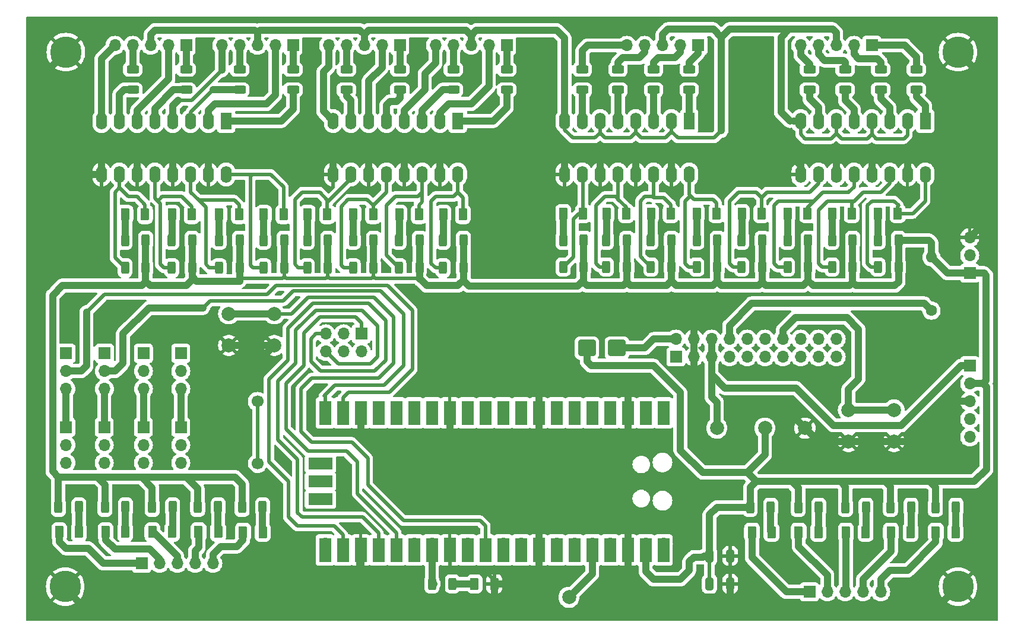
<source format=gbr>
%TF.GenerationSoftware,KiCad,Pcbnew,8.0.1*%
%TF.CreationDate,2024-04-12T11:28:31-03:00*%
%TF.ProjectId,PonchoRema,506f6e63-686f-4526-956d-612e6b696361,rev?*%
%TF.SameCoordinates,Original*%
%TF.FileFunction,Copper,L1,Top*%
%TF.FilePolarity,Positive*%
%FSLAX46Y46*%
G04 Gerber Fmt 4.6, Leading zero omitted, Abs format (unit mm)*
G04 Created by KiCad (PCBNEW 8.0.1) date 2024-04-12 11:28:31*
%MOMM*%
%LPD*%
G01*
G04 APERTURE LIST*
G04 Aperture macros list*
%AMRoundRect*
0 Rectangle with rounded corners*
0 $1 Rounding radius*
0 $2 $3 $4 $5 $6 $7 $8 $9 X,Y pos of 4 corners*
0 Add a 4 corners polygon primitive as box body*
4,1,4,$2,$3,$4,$5,$6,$7,$8,$9,$2,$3,0*
0 Add four circle primitives for the rounded corners*
1,1,$1+$1,$2,$3*
1,1,$1+$1,$4,$5*
1,1,$1+$1,$6,$7*
1,1,$1+$1,$8,$9*
0 Add four rect primitives between the rounded corners*
20,1,$1+$1,$2,$3,$4,$5,0*
20,1,$1+$1,$4,$5,$6,$7,0*
20,1,$1+$1,$6,$7,$8,$9,0*
20,1,$1+$1,$8,$9,$2,$3,0*%
G04 Aperture macros list end*
%TA.AperFunction,SMDPad,CuDef*%
%ADD10RoundRect,0.250000X0.375000X0.625000X-0.375000X0.625000X-0.375000X-0.625000X0.375000X-0.625000X0*%
%TD*%
%TA.AperFunction,SMDPad,CuDef*%
%ADD11RoundRect,0.250000X0.312500X0.625000X-0.312500X0.625000X-0.312500X-0.625000X0.312500X-0.625000X0*%
%TD*%
%TA.AperFunction,SMDPad,CuDef*%
%ADD12RoundRect,0.250000X-0.312500X-0.625000X0.312500X-0.625000X0.312500X0.625000X-0.312500X0.625000X0*%
%TD*%
%TA.AperFunction,ComponentPad*%
%ADD13R,1.700000X1.700000*%
%TD*%
%TA.AperFunction,ComponentPad*%
%ADD14O,1.700000X1.700000*%
%TD*%
%TA.AperFunction,SMDPad,CuDef*%
%ADD15RoundRect,0.250000X0.625000X-0.312500X0.625000X0.312500X-0.625000X0.312500X-0.625000X-0.312500X0*%
%TD*%
%TA.AperFunction,SMDPad,CuDef*%
%ADD16RoundRect,0.250000X-0.375000X-0.625000X0.375000X-0.625000X0.375000X0.625000X-0.375000X0.625000X0*%
%TD*%
%TA.AperFunction,ComponentPad*%
%ADD17C,4.500000*%
%TD*%
%TA.AperFunction,SMDPad,CuDef*%
%ADD18C,2.000000*%
%TD*%
%TA.AperFunction,SMDPad,CuDef*%
%ADD19R,1.700000X3.500000*%
%TD*%
%TA.AperFunction,SMDPad,CuDef*%
%ADD20R,3.500000X1.700000*%
%TD*%
%TA.AperFunction,ComponentPad*%
%ADD21C,2.000000*%
%TD*%
%TA.AperFunction,ComponentPad*%
%ADD22R,1.600000X2.400000*%
%TD*%
%TA.AperFunction,ComponentPad*%
%ADD23O,1.600000X2.400000*%
%TD*%
%TA.AperFunction,SMDPad,CuDef*%
%ADD24RoundRect,0.250000X-0.325000X-0.650000X0.325000X-0.650000X0.325000X0.650000X-0.325000X0.650000X0*%
%TD*%
%TA.AperFunction,ComponentPad*%
%ADD25C,1.600000*%
%TD*%
%TA.AperFunction,ComponentPad*%
%ADD26O,1.600000X1.600000*%
%TD*%
%TA.AperFunction,SMDPad,CuDef*%
%ADD27RoundRect,0.250000X-1.000000X-0.900000X1.000000X-0.900000X1.000000X0.900000X-1.000000X0.900000X0*%
%TD*%
%TA.AperFunction,ViaPad*%
%ADD28C,1.700000*%
%TD*%
%TA.AperFunction,Conductor*%
%ADD29C,0.500000*%
%TD*%
%TA.AperFunction,Conductor*%
%ADD30C,1.000000*%
%TD*%
G04 APERTURE END LIST*
D10*
%TO.P,D14,1,K*%
%TO.N,Net-(D14-K)*%
X71907500Y-80010000D03*
%TO.P,D14,2,A*%
%TO.N,Net-(D14-A)*%
X69107500Y-80010000D03*
%TD*%
D11*
%TO.P,R36,1*%
%TO.N,+5V*%
X153285000Y-83705000D03*
%TO.P,R36,2*%
%TO.N,Net-(D3-A)*%
X150360000Y-83705000D03*
%TD*%
%TO.P,R9,1*%
%TO.N,+5V*%
X97872500Y-83705000D03*
%TO.P,R9,2*%
%TO.N,Net-(D10-A)*%
X94947500Y-83705000D03*
%TD*%
D12*
%TO.P,R53,1*%
%TO.N,+5V*%
X66272166Y-121767261D03*
%TO.P,R53,2*%
%TO.N,Net-(D22-A)*%
X69197166Y-121767261D03*
%TD*%
D13*
%TO.P,J5,1,Pin_1*%
%TO.N,Net-(J5-Pin_1)*%
X168910000Y-55885000D03*
D14*
%TO.P,J5,2,Pin_2*%
%TO.N,Net-(J5-Pin_2)*%
X166370000Y-55885000D03*
%TO.P,J5,3,Pin_3*%
%TO.N,/inputs/COM*%
X163830000Y-55885000D03*
%TO.P,J5,4,Pin_4*%
%TO.N,Net-(J5-Pin_4)*%
X161290000Y-55885000D03*
%TO.P,J5,5,Pin_5*%
%TO.N,Net-(J5-Pin_5)*%
X158750000Y-55885000D03*
%TD*%
D11*
%TO.P,R19,1*%
%TO.N,+5V*%
X78740000Y-87630000D03*
%TO.P,R19,2*%
%TO.N,Net-(D13-K)*%
X75815000Y-87630000D03*
%TD*%
%TO.P,R42,1*%
%TO.N,+5V*%
X140335000Y-83705000D03*
%TO.P,R42,2*%
%TO.N,Net-(D5-A)*%
X137410000Y-83705000D03*
%TD*%
D15*
%TO.P,R20,1*%
%TO.N,Net-(R20-Pad1)*%
X78740000Y-62230000D03*
%TO.P,R20,2*%
%TO.N,Net-(J3-Pin_4)*%
X78740000Y-59305000D03*
%TD*%
D10*
%TO.P,D0,1,K*%
%TO.N,Net-(D0-K)*%
X172605751Y-79895000D03*
%TO.P,D0,2,A*%
%TO.N,Net-(D0-A)*%
X169805751Y-79895000D03*
%TD*%
D16*
%TO.P,D29,1,K*%
%TO.N,/outputs/Spare9*%
X178051000Y-125349000D03*
%TO.P,D29,2,A*%
%TO.N,Net-(D29-A)*%
X180851000Y-125349000D03*
%TD*%
%TO.P,D28,1,K*%
%TO.N,/outputs/Spare8*%
X171638500Y-125349000D03*
%TO.P,D28,2,A*%
%TO.N,Net-(D28-A)*%
X174438500Y-125349000D03*
%TD*%
D10*
%TO.P,D1,1,K*%
%TO.N,Net-(D1-K)*%
X166063251Y-79895000D03*
%TO.P,D1,2,A*%
%TO.N,Net-(D1-A)*%
X163263251Y-79895000D03*
%TD*%
%TO.P,D7,1,K*%
%TO.N,Net-(D7-K)*%
X127713251Y-79895000D03*
%TO.P,D7,2,A*%
%TO.N,Net-(D7-A)*%
X124913251Y-79895000D03*
%TD*%
D12*
%TO.P,R56,1*%
%TO.N,+5V*%
X151568500Y-121793000D03*
%TO.P,R56,2*%
%TO.N,Net-(D25-A)*%
X154493500Y-121793000D03*
%TD*%
D13*
%TO.P,J2,1,Pin_1*%
%TO.N,Net-(J2-Pin_1)*%
X101600000Y-55875000D03*
D14*
%TO.P,J2,2,Pin_2*%
%TO.N,Net-(J2-Pin_2)*%
X99060000Y-55875000D03*
%TO.P,J2,3,Pin_3*%
%TO.N,/inputs/COM*%
X96520000Y-55875000D03*
%TO.P,J2,4,Pin_4*%
%TO.N,Net-(J2-Pin_4)*%
X93980000Y-55875000D03*
%TO.P,J2,5,Pin_5*%
%TO.N,Net-(J2-Pin_5)*%
X91440000Y-55875000D03*
%TD*%
D17*
%TO.P,H2,1*%
%TO.N,GND*%
X53880000Y-133110000D03*
%TD*%
D12*
%TO.P,R60,1*%
%TO.N,+5V*%
X177988500Y-121793000D03*
%TO.P,R60,2*%
%TO.N,Net-(D29-A)*%
X180913500Y-121793000D03*
%TD*%
D15*
%TO.P,R32,1*%
%TO.N,Net-(R32-Pad1)*%
X170180000Y-62235000D03*
%TO.P,R32,2*%
%TO.N,Net-(J5-Pin_2)*%
X170180000Y-59310000D03*
%TD*%
D11*
%TO.P,R21,1*%
%TO.N,+5V*%
X71990000Y-83705000D03*
%TO.P,R21,2*%
%TO.N,Net-(D14-A)*%
X69065000Y-83705000D03*
%TD*%
D10*
%TO.P,D3,1,K*%
%TO.N,Net-(D3-K)*%
X153170751Y-79895000D03*
%TO.P,D3,2,A*%
%TO.N,Net-(D3-A)*%
X150370751Y-79895000D03*
%TD*%
D11*
%TO.P,R48,1*%
%TO.N,+5V*%
X127827500Y-83705000D03*
%TO.P,R48,2*%
%TO.N,Net-(D7-A)*%
X124902500Y-83705000D03*
%TD*%
D12*
%TO.P,R51,1*%
%TO.N,+5V*%
X52893500Y-121767261D03*
%TO.P,R51,2*%
%TO.N,Net-(D20-A)*%
X55818500Y-121767261D03*
%TD*%
D11*
%TO.P,R13,1*%
%TO.N,+5V*%
X91330000Y-87630000D03*
%TO.P,R13,2*%
%TO.N,Net-(D11-K)*%
X88405000Y-87630000D03*
%TD*%
D10*
%TO.P,D12,1,K*%
%TO.N,Net-(D12-K)*%
X85007500Y-80010000D03*
%TO.P,D12,2,A*%
%TO.N,Net-(D12-A)*%
X82207500Y-80010000D03*
%TD*%
D16*
%TO.P,D27,1,K*%
%TO.N,/outputs/Spare7*%
X165224000Y-125349000D03*
%TO.P,D27,2,A*%
%TO.N,Net-(D27-A)*%
X168024000Y-125349000D03*
%TD*%
D11*
%TO.P,R25,1*%
%TO.N,+5V*%
X65340000Y-87630000D03*
%TO.P,R25,2*%
%TO.N,Net-(D15-K)*%
X62415000Y-87630000D03*
%TD*%
D17*
%TO.P,H1,1*%
%TO.N,GND*%
X181215500Y-56856500D03*
%TD*%
D12*
%TO.P,R52,1*%
%TO.N,+5V*%
X59541166Y-121767261D03*
%TO.P,R52,2*%
%TO.N,Net-(D21-A)*%
X62466166Y-121767261D03*
%TD*%
D16*
%TO.P,D21,1,K*%
%TO.N,/outputs/DirY*%
X59628500Y-125323261D03*
%TO.P,D21,2,A*%
%TO.N,Net-(D21-A)*%
X62428500Y-125323261D03*
%TD*%
D12*
%TO.P,R57,1*%
%TO.N,+5V*%
X158426500Y-121793000D03*
%TO.P,R57,2*%
%TO.N,Net-(D26-A)*%
X161351500Y-121793000D03*
%TD*%
D13*
%TO.P,JP8,1,A*%
%TO.N,Net-(JP4-B)*%
X59436000Y-110363000D03*
D14*
%TO.P,JP8,2,C*%
%TO.N,/outputs/DOUT9*%
X59436000Y-112903000D03*
%TO.P,JP8,3,B*%
%TO.N,/uC/CIAA_GPIO9*%
X59436000Y-115443000D03*
%TD*%
D13*
%TO.P,JP1,1,A*%
%TO.N,/inputs/DIN6*%
X65032332Y-99822000D03*
D14*
%TO.P,JP1,2,C*%
%TO.N,Net-(JP1-C)*%
X65032332Y-102362000D03*
%TO.P,JP1,3,B*%
%TO.N,Net-(JP1-B)*%
X65032332Y-104902000D03*
%TD*%
D11*
%TO.P,R33,1*%
%TO.N,+5V*%
X159827500Y-83705000D03*
%TO.P,R33,2*%
%TO.N,Net-(D2-A)*%
X156902500Y-83705000D03*
%TD*%
%TO.P,R4,1*%
%TO.N,+5V*%
X110682500Y-87630000D03*
%TO.P,R4,2*%
%TO.N,Net-(D8-K)*%
X107757500Y-87630000D03*
%TD*%
D15*
%TO.P,R38,1*%
%TO.N,Net-(R38-Pad1)*%
X160020000Y-62235000D03*
%TO.P,R38,2*%
%TO.N,Net-(J5-Pin_5)*%
X160020000Y-59310000D03*
%TD*%
D16*
%TO.P,D22,1,K*%
%TO.N,/outputs/DirZ*%
X66315834Y-125323261D03*
%TO.P,D22,2,A*%
%TO.N,Net-(D22-A)*%
X69115834Y-125323261D03*
%TD*%
D15*
%TO.P,R17,1*%
%TO.N,Net-(R17-Pad1)*%
X86360000Y-62230000D03*
%TO.P,R17,2*%
%TO.N,Net-(J3-Pin_1)*%
X86360000Y-59305000D03*
%TD*%
D10*
%TO.P,D8,1,K*%
%TO.N,Net-(D8-K)*%
X110600000Y-80010000D03*
%TO.P,D8,2,A*%
%TO.N,Net-(D8-A)*%
X107800000Y-80010000D03*
%TD*%
D11*
%TO.P,R46,1*%
%TO.N,+5V*%
X133985000Y-87515000D03*
%TO.P,R46,2*%
%TO.N,Net-(D6-K)*%
X131060000Y-87515000D03*
%TD*%
D10*
%TO.P,D11,1,K*%
%TO.N,Net-(D11-K)*%
X91247500Y-80010000D03*
%TO.P,D11,2,A*%
%TO.N,Net-(D11-A)*%
X88447500Y-80010000D03*
%TD*%
D11*
%TO.P,R12,1*%
%TO.N,+5V*%
X91330000Y-83705000D03*
%TO.P,R12,2*%
%TO.N,Net-(D11-A)*%
X88405000Y-83705000D03*
%TD*%
D18*
%TO.P,TP5,1,1*%
%TO.N,+5V*%
X153670000Y-110490000D03*
%TD*%
D11*
%TO.P,R49,1*%
%TO.N,+5V*%
X127827500Y-87515000D03*
%TO.P,R49,2*%
%TO.N,Net-(D7-K)*%
X124902500Y-87515000D03*
%TD*%
D15*
%TO.P,R23,1*%
%TO.N,Net-(R23-Pad1)*%
X71120000Y-62235000D03*
%TO.P,R23,2*%
%TO.N,Net-(J4-Pin_1)*%
X71120000Y-59310000D03*
%TD*%
D12*
%TO.P,R55,1*%
%TO.N,+5V*%
X79111500Y-121763000D03*
%TO.P,R55,2*%
%TO.N,Net-(D24-A)*%
X82036500Y-121763000D03*
%TD*%
D14*
%TO.P,U1,1,GPIO0*%
%TO.N,/inputs/DIN0*%
X139192000Y-109220000D03*
D19*
X139192000Y-108320000D03*
D14*
%TO.P,U1,2,GPIO1*%
%TO.N,/inputs/DIN1*%
X136652000Y-109220000D03*
D19*
X136652000Y-108320000D03*
D13*
%TO.P,U1,3,GND*%
%TO.N,GND*%
X134112000Y-109220000D03*
D19*
X134112000Y-108320000D03*
D14*
%TO.P,U1,4,GPIO2*%
%TO.N,/inputs/DIN2*%
X131572000Y-109220000D03*
D19*
X131572000Y-108320000D03*
D14*
%TO.P,U1,5,GPIO3*%
%TO.N,/inputs/DIN3*%
X129032000Y-109220000D03*
D19*
X129032000Y-108320000D03*
D14*
%TO.P,U1,6,GPIO4*%
%TO.N,/inputs/DIN4*%
X126492000Y-109220000D03*
D19*
X126492000Y-108320000D03*
D14*
%TO.P,U1,7,GPIO5*%
%TO.N,/inputs/DIN5*%
X123952000Y-109220000D03*
D19*
X123952000Y-108320000D03*
D13*
%TO.P,U1,8,GND*%
%TO.N,GND*%
X121412000Y-109220000D03*
D19*
X121412000Y-108320000D03*
D14*
%TO.P,U1,9,GPIO6*%
%TO.N,Net-(JP1-C)*%
X118872000Y-109220000D03*
D19*
X118872000Y-108320000D03*
D14*
%TO.P,U1,10,GPIO7*%
%TO.N,Net-(JP2-C)*%
X116332000Y-109220000D03*
D19*
X116332000Y-108320000D03*
D14*
%TO.P,U1,11,GPIO8*%
%TO.N,/inputs/DIN8*%
X113792000Y-109220000D03*
D19*
X113792000Y-108320000D03*
D14*
%TO.P,U1,12,GPIO9*%
%TO.N,/inputs/DIN9*%
X111252000Y-109220000D03*
D19*
X111252000Y-108320000D03*
D13*
%TO.P,U1,13,GND*%
%TO.N,GND*%
X108712000Y-109220000D03*
D19*
X108712000Y-108320000D03*
D14*
%TO.P,U1,14,GPIO10*%
%TO.N,/inputs/DIN10*%
X106172000Y-109220000D03*
D19*
X106172000Y-108320000D03*
D14*
%TO.P,U1,15,GPIO11*%
%TO.N,/inputs/DIN11*%
X103632000Y-109220000D03*
D19*
X103632000Y-108320000D03*
D14*
%TO.P,U1,16,GPIO12*%
%TO.N,/inputs/DIN12*%
X101092000Y-109220000D03*
D19*
X101092000Y-108320000D03*
D14*
%TO.P,U1,17,GPIO13*%
%TO.N,/inputs/DIN13*%
X98552000Y-109220000D03*
D19*
X98552000Y-108320000D03*
D13*
%TO.P,U1,18,GND*%
%TO.N,GND*%
X96012000Y-109220000D03*
D19*
X96012000Y-108320000D03*
D14*
%TO.P,U1,19,GPIO14*%
%TO.N,Net-(JP3-C)*%
X93472000Y-109220000D03*
D19*
X93472000Y-108320000D03*
D14*
%TO.P,U1,20,GPIO15*%
%TO.N,Net-(JP4-C)*%
X90932000Y-109220000D03*
D19*
X90932000Y-108320000D03*
D14*
%TO.P,U1,21,GPIO16*%
%TO.N,/uC/SPI_MOSI*%
X90932000Y-127000000D03*
D19*
X90932000Y-127900000D03*
D14*
%TO.P,U1,22,GPIO17*%
%TO.N,/uC/SPI_CS*%
X93472000Y-127000000D03*
D19*
X93472000Y-127900000D03*
D13*
%TO.P,U1,23,GND*%
%TO.N,GND*%
X96012000Y-127000000D03*
D19*
X96012000Y-127900000D03*
D14*
%TO.P,U1,24,GPIO18*%
%TO.N,/uC/SPI_SCK*%
X98552000Y-127000000D03*
D19*
X98552000Y-127900000D03*
D14*
%TO.P,U1,25,GPIO19*%
%TO.N,/uC/SPI_MISO*%
X101092000Y-127000000D03*
D19*
X101092000Y-127900000D03*
D14*
%TO.P,U1,26,GPIO20*%
%TO.N,/uC/IRQ_TO_REMA*%
X103632000Y-127000000D03*
D19*
X103632000Y-127900000D03*
D14*
%TO.P,U1,27,GPIO21*%
%TO.N,/uC/SPI_ERR*%
X106172000Y-127000000D03*
D19*
X106172000Y-127900000D03*
D13*
%TO.P,U1,28,GND*%
%TO.N,GND*%
X108712000Y-127000000D03*
D19*
X108712000Y-127900000D03*
D14*
%TO.P,U1,29,GPIO22*%
%TO.N,/outputs/DOUT3*%
X111252000Y-127000000D03*
D19*
X111252000Y-127900000D03*
D14*
%TO.P,U1,30,RUN*%
%TO.N,Net-(U1-RUN)*%
X113792000Y-127000000D03*
D19*
X113792000Y-127900000D03*
D14*
%TO.P,U1,31,GPIO26_ADC0*%
%TO.N,/outputs/DOUT0*%
X116332000Y-127000000D03*
D19*
X116332000Y-127900000D03*
D14*
%TO.P,U1,32,GPIO27_ADC1*%
%TO.N,/outputs/DOUT1*%
X118872000Y-127000000D03*
D19*
X118872000Y-127900000D03*
D13*
%TO.P,U1,33,AGND*%
%TO.N,GND*%
X121412000Y-127000000D03*
D19*
X121412000Y-127900000D03*
D14*
%TO.P,U1,34,GPIO28_ADC2*%
%TO.N,/outputs/DOUT2*%
X123952000Y-127000000D03*
D19*
X123952000Y-127900000D03*
D14*
%TO.P,U1,35,ADC_VREF*%
%TO.N,unconnected-(U1-ADC_VREF-Pad35)_0*%
X126492000Y-127000000D03*
D19*
%TO.N,unconnected-(U1-ADC_VREF-Pad35)*%
X126492000Y-127900000D03*
D14*
%TO.P,U1,36,3V3*%
%TO.N,+3V3*%
X129032000Y-127000000D03*
D19*
X129032000Y-127900000D03*
D14*
%TO.P,U1,37,3V3_EN*%
%TO.N,unconnected-(U1-3V3_EN-Pad37)*%
X131572000Y-127000000D03*
D19*
%TO.N,unconnected-(U1-3V3_EN-Pad37)_0*%
X131572000Y-127900000D03*
D13*
%TO.P,U1,38,GND*%
%TO.N,GND*%
X134112000Y-127000000D03*
D19*
X134112000Y-127900000D03*
D14*
%TO.P,U1,39,VSYS*%
%TO.N,+5V*%
X136652000Y-127000000D03*
D19*
X136652000Y-127900000D03*
D14*
%TO.P,U1,40,VBUS*%
%TO.N,unconnected-(U1-VBUS-Pad40)_0*%
X139192000Y-127000000D03*
D19*
%TO.N,unconnected-(U1-VBUS-Pad40)*%
X139192000Y-127900000D03*
D14*
%TO.P,U1,41,SWCLK*%
%TO.N,unconnected-(U1-SWCLK-Pad41)*%
X91162000Y-115570000D03*
D20*
%TO.N,unconnected-(U1-SWCLK-Pad41)_0*%
X90262000Y-115570000D03*
D13*
%TO.P,U1,42,GND*%
%TO.N,unconnected-(U1-GND-Pad42)_0*%
X91162000Y-118110000D03*
D20*
%TO.N,unconnected-(U1-GND-Pad42)*%
X90262000Y-118110000D03*
D14*
%TO.P,U1,43,SWDIO*%
%TO.N,unconnected-(U1-SWDIO-Pad43)_0*%
X91162000Y-120650000D03*
D20*
%TO.N,unconnected-(U1-SWDIO-Pad43)*%
X90262000Y-120650000D03*
%TD*%
D12*
%TO.P,R59,1*%
%TO.N,+5V*%
X171576000Y-121793000D03*
%TO.P,R59,2*%
%TO.N,Net-(D28-A)*%
X174501000Y-121793000D03*
%TD*%
D13*
%TO.P,JP2,1,A*%
%TO.N,/inputs/DIN7*%
X70358000Y-99822000D03*
D14*
%TO.P,JP2,2,C*%
%TO.N,Net-(JP2-C)*%
X70358000Y-102362000D03*
%TO.P,JP2,3,B*%
%TO.N,Net-(JP2-B)*%
X70358000Y-104902000D03*
%TD*%
D11*
%TO.P,R10,1*%
%TO.N,+5V*%
X97872500Y-87630000D03*
%TO.P,R10,2*%
%TO.N,Net-(D10-K)*%
X94947500Y-87630000D03*
%TD*%
D15*
%TO.P,R29,1*%
%TO.N,Net-(R29-Pad1)*%
X175260000Y-62235000D03*
%TO.P,R29,2*%
%TO.N,Net-(J5-Pin_1)*%
X175260000Y-59310000D03*
%TD*%
D11*
%TO.P,R37,1*%
%TO.N,+5V*%
X153285000Y-87515000D03*
%TO.P,R37,2*%
%TO.N,Net-(D3-K)*%
X150360000Y-87515000D03*
%TD*%
D17*
%TO.P,H3,1*%
%TO.N,GND*%
X181215500Y-133106500D03*
%TD*%
D11*
%TO.P,R30,1*%
%TO.N,+5V*%
X166177500Y-83705000D03*
%TO.P,R30,2*%
%TO.N,Net-(D1-A)*%
X163252500Y-83705000D03*
%TD*%
D10*
%TO.P,D5,1,K*%
%TO.N,Net-(D5-K)*%
X140220751Y-79895000D03*
%TO.P,D5,2,A*%
%TO.N,Net-(D5-A)*%
X137420751Y-79895000D03*
%TD*%
D13*
%TO.P,JP4,1,A*%
%TO.N,/inputs/DIN15*%
X59461000Y-99822000D03*
D14*
%TO.P,JP4,2,C*%
%TO.N,Net-(JP4-C)*%
X59461000Y-102362000D03*
%TO.P,JP4,3,B*%
%TO.N,Net-(JP4-B)*%
X59461000Y-104902000D03*
%TD*%
D11*
%TO.P,R31,1*%
%TO.N,+5V*%
X166177500Y-87515000D03*
%TO.P,R31,2*%
%TO.N,Net-(D1-K)*%
X163252500Y-87515000D03*
%TD*%
D13*
%TO.P,J3,1,Pin_1*%
%TO.N,Net-(J3-Pin_1)*%
X86360000Y-55880000D03*
D14*
%TO.P,J3,2,Pin_2*%
%TO.N,Net-(J3-Pin_2)*%
X83820000Y-55880000D03*
%TO.P,J3,3,Pin_3*%
%TO.N,/inputs/COM*%
X81280000Y-55880000D03*
%TO.P,J3,4,Pin_4*%
%TO.N,Net-(J3-Pin_4)*%
X78740000Y-55880000D03*
%TO.P,J3,5,Pin_5*%
%TO.N,Net-(J3-Pin_5)*%
X76200000Y-55880000D03*
%TD*%
D21*
%TO.P,SW1,1,1*%
%TO.N,Net-(U1-RUN)*%
X77193000Y-94179000D03*
X83693000Y-94179000D03*
%TO.P,SW1,2,2*%
%TO.N,GND*%
X77193000Y-98679000D03*
X83693000Y-98679000D03*
%TD*%
D11*
%TO.P,R22,1*%
%TO.N,+5V*%
X71990000Y-87630000D03*
%TO.P,R22,2*%
%TO.N,Net-(D14-K)*%
X69065000Y-87630000D03*
%TD*%
D13*
%TO.P,J6,1,Pin_1*%
%TO.N,Net-(J6-Pin_1)*%
X144140000Y-55885000D03*
D14*
%TO.P,J6,2,Pin_2*%
%TO.N,Net-(J6-Pin_2)*%
X141600000Y-55885000D03*
%TO.P,J6,3,Pin_3*%
%TO.N,/inputs/COM*%
X139060000Y-55885000D03*
%TO.P,J6,4,Pin_4*%
%TO.N,Net-(J6-Pin_4)*%
X136520000Y-55885000D03*
%TO.P,J6,5,Pin_5*%
%TO.N,Net-(J6-Pin_5)*%
X133980000Y-55885000D03*
%TD*%
D16*
%TO.P,D23,1,K*%
%TO.N,/outputs/DirW*%
X72892000Y-125323261D03*
%TO.P,D23,2,A*%
%TO.N,Net-(D23-A)*%
X75692000Y-125323261D03*
%TD*%
D13*
%TO.P,JP6,1,A*%
%TO.N,Net-(JP2-B)*%
X70358000Y-110363000D03*
D14*
%TO.P,JP6,2,C*%
%TO.N,/outputs/DOUT7*%
X70358000Y-112903000D03*
%TO.P,JP6,3,B*%
%TO.N,/uC/CIAA_GPIO6*%
X70358000Y-115443000D03*
%TD*%
D15*
%TO.P,R26,1*%
%TO.N,Net-(R26-Pad1)*%
X63500000Y-62230000D03*
%TO.P,R26,2*%
%TO.N,Net-(J4-Pin_4)*%
X63500000Y-59305000D03*
%TD*%
D13*
%TO.P,JP3,1,A*%
%TO.N,/inputs/DIN14*%
X53991666Y-99822000D03*
D14*
%TO.P,JP3,2,C*%
%TO.N,Net-(JP3-C)*%
X53991666Y-102362000D03*
%TO.P,JP3,3,B*%
%TO.N,Net-(JP3-B)*%
X53991666Y-104902000D03*
%TD*%
D21*
%TO.P,SW2,1,1*%
%TO.N,GND*%
X172085000Y-112395000D03*
X165585000Y-112395000D03*
%TO.P,SW2,2,2*%
%TO.N,Net-(P1-Pin_14)*%
X172085000Y-107895000D03*
X165585000Y-107895000D03*
%TD*%
D22*
%TO.P,U2,1*%
%TO.N,Net-(R5-Pad1)*%
X109865000Y-66685000D03*
D23*
%TO.P,U2,2*%
%TO.N,Net-(J1-Pin_2)*%
X107325000Y-66685000D03*
%TO.P,U2,3*%
%TO.N,Net-(R8-Pad1)*%
X104785000Y-66685000D03*
%TO.P,U2,4*%
%TO.N,Net-(J1-Pin_5)*%
X102245000Y-66685000D03*
%TO.P,U2,5*%
%TO.N,Net-(R11-Pad1)*%
X99705000Y-66685000D03*
%TO.P,U2,6*%
%TO.N,Net-(J2-Pin_2)*%
X97165000Y-66685000D03*
%TO.P,U2,7*%
%TO.N,Net-(R14-Pad1)*%
X94625000Y-66685000D03*
%TO.P,U2,8*%
%TO.N,Net-(J2-Pin_5)*%
X92085000Y-66685000D03*
%TO.P,U2,9*%
%TO.N,GND*%
X92085000Y-74305000D03*
%TO.P,U2,10*%
%TO.N,Net-(D11-K)*%
X94625000Y-74305000D03*
%TO.P,U2,11*%
%TO.N,GND*%
X97165000Y-74305000D03*
%TO.P,U2,12*%
%TO.N,Net-(D10-K)*%
X99705000Y-74305000D03*
%TO.P,U2,13*%
%TO.N,GND*%
X102245000Y-74305000D03*
%TO.P,U2,14*%
%TO.N,Net-(D9-K)*%
X104785000Y-74305000D03*
%TO.P,U2,15*%
%TO.N,GND*%
X107325000Y-74305000D03*
%TO.P,U2,16*%
%TO.N,Net-(D8-K)*%
X109865000Y-74305000D03*
%TD*%
D10*
%TO.P,D10,1,K*%
%TO.N,Net-(D10-K)*%
X97790000Y-80010000D03*
%TO.P,D10,2,A*%
%TO.N,Net-(D10-A)*%
X94990000Y-80010000D03*
%TD*%
D11*
%TO.P,R18,1*%
%TO.N,+5V*%
X78740000Y-83705000D03*
%TO.P,R18,2*%
%TO.N,Net-(D13-A)*%
X75815000Y-83705000D03*
%TD*%
D24*
%TO.P,C1,1*%
%TO.N,+5V*%
X145767000Y-128730000D03*
%TO.P,C1,2*%
%TO.N,GND*%
X148717000Y-128730000D03*
%TD*%
D13*
%TO.P,P1,1,Pin_1*%
%TO.N,unconnected-(P1-Pin_1-Pad1)*%
X140970000Y-100330000D03*
D14*
%TO.P,P1,2,Pin_2*%
%TO.N,Net-(D18-A)*%
X140970000Y-97790000D03*
%TO.P,P1,3,Pin_3*%
%TO.N,GND*%
X143510000Y-100330000D03*
%TO.P,P1,4,Pin_4*%
X143510000Y-97790000D03*
%TO.P,P1,5,Pin_5*%
%TO.N,+12V*%
X146050000Y-100330000D03*
%TO.P,P1,6,Pin_6*%
X146050000Y-97790000D03*
%TO.P,P1,7,Pin_7*%
%TO.N,/uC/IRQ_TO_REMA*%
X148590000Y-100330000D03*
%TO.P,P1,8,Pin_8*%
%TO.N,Net-(J7-Pin_2)*%
X148590000Y-97790000D03*
%TO.P,P1,9,Pin_9*%
%TO.N,/outputs/DOUT4*%
X151130000Y-100330000D03*
%TO.P,P1,10,Pin_10*%
%TO.N,unconnected-(P1-Pin_10-Pad10)*%
X151130000Y-97790000D03*
%TO.P,P1,11,Pin_11*%
%TO.N,/uC/CIAA_GPIO4*%
X153670000Y-100330000D03*
%TO.P,P1,12,Pin_12*%
%TO.N,/uC/CIAA_GPIO5*%
X153670000Y-97790000D03*
%TO.P,P1,13,Pin_13*%
%TO.N,/uC/CIAA_GPIO6*%
X156210000Y-100330000D03*
%TO.P,P1,14,Pin_14*%
%TO.N,Net-(P1-Pin_14)*%
X156210000Y-97790000D03*
%TO.P,P1,15,Pin_15*%
%TO.N,/outputs/DOUT5*%
X158750000Y-100330000D03*
%TO.P,P1,16,Pin_16*%
%TO.N,/uC/CIAA_GPIO9*%
X158750000Y-97790000D03*
%TO.P,P1,17,Pin_17*%
%TO.N,unconnected-(P1-Pin_17-Pad17)*%
X161290000Y-100330000D03*
%TO.P,P1,18,Pin_18*%
%TO.N,unconnected-(P1-Pin_18-Pad18)*%
X161290000Y-97790000D03*
%TO.P,P1,19,Pin_19*%
%TO.N,unconnected-(P1-Pin_19-Pad19)*%
X163830000Y-100330000D03*
%TO.P,P1,20,Pin_20*%
%TO.N,unconnected-(P1-Pin_20-Pad20)*%
X163830000Y-97790000D03*
%TD*%
D16*
%TO.P,D20,1,K*%
%TO.N,/outputs/DirX*%
X53024500Y-125323261D03*
%TO.P,D20,2,A*%
%TO.N,Net-(D20-A)*%
X55824500Y-125323261D03*
%TD*%
D11*
%TO.P,R39,1*%
%TO.N,+5V*%
X146877500Y-83705000D03*
%TO.P,R39,2*%
%TO.N,Net-(D4-A)*%
X143952500Y-83705000D03*
%TD*%
D25*
%TO.P,R1,1*%
%TO.N,Net-(J7-Pin_2)*%
X177419000Y-93726000D03*
D26*
%TO.P,R1,2*%
%TO.N,+5V*%
X177419000Y-86106000D03*
%TD*%
D15*
%TO.P,R11,1*%
%TO.N,Net-(R11-Pad1)*%
X101600000Y-62230000D03*
%TO.P,R11,2*%
%TO.N,Net-(J2-Pin_1)*%
X101600000Y-59305000D03*
%TD*%
D11*
%TO.P,R3,1*%
%TO.N,+5V*%
X110682500Y-83705000D03*
%TO.P,R3,2*%
%TO.N,Net-(D8-A)*%
X107757500Y-83705000D03*
%TD*%
D13*
%TO.P,JP7,1,A*%
%TO.N,Net-(JP3-B)*%
X53975000Y-110363000D03*
D14*
%TO.P,JP7,2,C*%
%TO.N,/outputs/DOUT8*%
X53975000Y-112903000D03*
%TO.P,JP7,3,B*%
%TO.N,/uC/CIAA_GPIO4*%
X53975000Y-115443000D03*
%TD*%
D13*
%TO.P,J4,1,Pin_1*%
%TO.N,Net-(J4-Pin_1)*%
X71120000Y-55880000D03*
D14*
%TO.P,J4,2,Pin_2*%
%TO.N,Net-(J4-Pin_2)*%
X68580000Y-55880000D03*
%TO.P,J4,3,Pin_3*%
%TO.N,/inputs/COM*%
X66040000Y-55880000D03*
%TO.P,J4,4,Pin_4*%
%TO.N,Net-(J4-Pin_4)*%
X63500000Y-55880000D03*
%TO.P,J4,5,Pin_5*%
%TO.N,Net-(J4-Pin_5)*%
X60960000Y-55880000D03*
%TD*%
D24*
%TO.P,C2,1*%
%TO.N,+5V*%
X145767000Y-132715000D03*
%TO.P,C2,2*%
%TO.N,GND*%
X148717000Y-132715000D03*
%TD*%
D13*
%TO.P,J10,1,Pin_1*%
%TO.N,/outputs/Spare5*%
X160020000Y-133858000D03*
D14*
%TO.P,J10,2,Pin_2*%
%TO.N,/outputs/Spare6*%
X162560000Y-133858000D03*
%TO.P,J10,3,Pin_3*%
%TO.N,/outputs/Spare7*%
X165100000Y-133858000D03*
%TO.P,J10,4,Pin_4*%
%TO.N,/outputs/Spare8*%
X167640000Y-133858000D03*
%TO.P,J10,5,Pin_5*%
%TO.N,/outputs/Spare9*%
X170180000Y-133858000D03*
%TD*%
D13*
%TO.P,J7,1,Pin_1*%
%TO.N,+5V*%
X182880000Y-88392000D03*
D14*
%TO.P,J7,2,Pin_2*%
%TO.N,Net-(J7-Pin_2)*%
X182880000Y-85852000D03*
%TO.P,J7,3,Pin_3*%
%TO.N,GND*%
X182880000Y-83312000D03*
%TD*%
D15*
%TO.P,R50,1*%
%TO.N,Net-(R50-Pad1)*%
X127635000Y-62235000D03*
%TO.P,R50,2*%
%TO.N,Net-(J6-Pin_5)*%
X127635000Y-59310000D03*
%TD*%
D10*
%TO.P,D9,1,K*%
%TO.N,Net-(D9-K)*%
X104317813Y-80010000D03*
%TO.P,D9,2,A*%
%TO.N,Net-(D9-A)*%
X101517813Y-80010000D03*
%TD*%
%TO.P,D2,1,K*%
%TO.N,Net-(D2-K)*%
X159713251Y-79895000D03*
%TO.P,D2,2,A*%
%TO.N,Net-(D2-A)*%
X156913251Y-79895000D03*
%TD*%
D17*
%TO.P,H4,1*%
%TO.N,GND*%
X53965500Y-56856500D03*
%TD*%
D22*
%TO.P,U3,1*%
%TO.N,Net-(R17-Pad1)*%
X76835000Y-66685000D03*
D23*
%TO.P,U3,2*%
%TO.N,Net-(J3-Pin_2)*%
X74295000Y-66685000D03*
%TO.P,U3,3*%
%TO.N,Net-(R20-Pad1)*%
X71755000Y-66685000D03*
%TO.P,U3,4*%
%TO.N,Net-(J3-Pin_5)*%
X69215000Y-66685000D03*
%TO.P,U3,5*%
%TO.N,Net-(R23-Pad1)*%
X66675000Y-66685000D03*
%TO.P,U3,6*%
%TO.N,Net-(J4-Pin_2)*%
X64135000Y-66685000D03*
%TO.P,U3,7*%
%TO.N,Net-(R26-Pad1)*%
X61595000Y-66685000D03*
%TO.P,U3,8*%
%TO.N,Net-(J4-Pin_5)*%
X59055000Y-66685000D03*
%TO.P,U3,9*%
%TO.N,GND*%
X59055000Y-74305000D03*
%TO.P,U3,10*%
%TO.N,Net-(D15-K)*%
X61595000Y-74305000D03*
%TO.P,U3,11*%
%TO.N,GND*%
X64135000Y-74305000D03*
%TO.P,U3,12*%
%TO.N,Net-(D14-K)*%
X66675000Y-74305000D03*
%TO.P,U3,13*%
%TO.N,GND*%
X69215000Y-74305000D03*
%TO.P,U3,14*%
%TO.N,Net-(D13-K)*%
X71755000Y-74305000D03*
%TO.P,U3,15*%
%TO.N,GND*%
X74295000Y-74305000D03*
%TO.P,U3,16*%
%TO.N,Net-(D12-K)*%
X76835000Y-74305000D03*
%TD*%
D11*
%TO.P,R27,1*%
%TO.N,+5V*%
X172720000Y-83705000D03*
%TO.P,R27,2*%
%TO.N,Net-(D0-A)*%
X169795000Y-83705000D03*
%TD*%
%TO.P,R24,1*%
%TO.N,+5V*%
X65340000Y-83705000D03*
%TO.P,R24,2*%
%TO.N,Net-(D15-A)*%
X62415000Y-83705000D03*
%TD*%
%TO.P,R34,1*%
%TO.N,+5V*%
X159827500Y-87515000D03*
%TO.P,R34,2*%
%TO.N,Net-(D2-K)*%
X156902500Y-87515000D03*
%TD*%
%TO.P,R7,1*%
%TO.N,+5V*%
X104400313Y-87630000D03*
%TO.P,R7,2*%
%TO.N,Net-(D9-K)*%
X101475313Y-87630000D03*
%TD*%
D16*
%TO.P,D24,1,K*%
%TO.N,/outputs/Spare4*%
X79242000Y-125349000D03*
%TO.P,D24,2,A*%
%TO.N,Net-(D24-A)*%
X82042000Y-125349000D03*
%TD*%
D18*
%TO.P,TP0,1,1*%
%TO.N,GND*%
X159385000Y-110490000D03*
%TD*%
D11*
%TO.P,R2,1*%
%TO.N,Net-(D17-A)*%
X109097000Y-132715000D03*
%TO.P,R2,2*%
%TO.N,/uC/SPI_ERR*%
X106172000Y-132715000D03*
%TD*%
D13*
%TO.P,J8,1,Pin_1*%
%TO.N,+12V*%
X182880000Y-101600000D03*
D14*
%TO.P,J8,2,Pin_2*%
%TO.N,+5V*%
X182880000Y-104140000D03*
%TO.P,J8,3,Pin_3*%
%TO.N,GND*%
X182880000Y-106680000D03*
%TO.P,J8,4,Pin_4*%
%TO.N,Net-(J8-Pin_4)*%
X182880000Y-109220000D03*
%TO.P,J8,5,Pin_5*%
%TO.N,Net-(J8-Pin_5)*%
X182880000Y-111760000D03*
%TD*%
D22*
%TO.P,U5,1*%
%TO.N,Net-(R41-Pad1)*%
X142875000Y-66685000D03*
D23*
%TO.P,U5,2*%
%TO.N,/inputs/COM*%
X140335000Y-66685000D03*
%TO.P,U5,3*%
%TO.N,Net-(R44-Pad1)*%
X137795000Y-66685000D03*
%TO.P,U5,4*%
%TO.N,/inputs/COM*%
X135255000Y-66685000D03*
%TO.P,U5,5*%
%TO.N,Net-(R47-Pad1)*%
X132715000Y-66685000D03*
%TO.P,U5,6*%
%TO.N,/inputs/COM*%
X130175000Y-66685000D03*
%TO.P,U5,7*%
%TO.N,Net-(R50-Pad1)*%
X127635000Y-66685000D03*
%TO.P,U5,8*%
%TO.N,/inputs/COM*%
X125095000Y-66685000D03*
%TO.P,U5,9*%
%TO.N,GND*%
X125095000Y-74305000D03*
%TO.P,U5,10*%
%TO.N,Net-(D7-K)*%
X127635000Y-74305000D03*
%TO.P,U5,11*%
%TO.N,GND*%
X130175000Y-74305000D03*
%TO.P,U5,12*%
%TO.N,Net-(D6-K)*%
X132715000Y-74305000D03*
%TO.P,U5,13*%
%TO.N,GND*%
X135255000Y-74305000D03*
%TO.P,U5,14*%
%TO.N,Net-(D5-K)*%
X137795000Y-74305000D03*
%TO.P,U5,15*%
%TO.N,GND*%
X140335000Y-74305000D03*
%TO.P,U5,16*%
%TO.N,Net-(D4-K)*%
X142875000Y-74305000D03*
%TD*%
D11*
%TO.P,R15,1*%
%TO.N,+5V*%
X85090000Y-83705000D03*
%TO.P,R15,2*%
%TO.N,Net-(D12-A)*%
X82165000Y-83705000D03*
%TD*%
D10*
%TO.P,D15,1,K*%
%TO.N,Net-(D15-K)*%
X65257500Y-80010000D03*
%TO.P,D15,2,A*%
%TO.N,Net-(D15-A)*%
X62457500Y-80010000D03*
%TD*%
D15*
%TO.P,R44,1*%
%TO.N,Net-(R44-Pad1)*%
X137795000Y-62235000D03*
%TO.P,R44,2*%
%TO.N,Net-(J6-Pin_2)*%
X137795000Y-59310000D03*
%TD*%
%TO.P,R5,1*%
%TO.N,Net-(R5-Pad1)*%
X116840000Y-62230000D03*
%TO.P,R5,2*%
%TO.N,Net-(J1-Pin_1)*%
X116840000Y-59305000D03*
%TD*%
D11*
%TO.P,R40,1*%
%TO.N,+5V*%
X146877500Y-87515000D03*
%TO.P,R40,2*%
%TO.N,Net-(D4-K)*%
X143952500Y-87515000D03*
%TD*%
%TO.P,R28,1*%
%TO.N,+5V*%
X172720000Y-87515000D03*
%TO.P,R28,2*%
%TO.N,Net-(D0-K)*%
X169795000Y-87515000D03*
%TD*%
D13*
%TO.P,P2,1,Pin_1*%
%TO.N,/uC/SPI_MISO*%
X96105366Y-97036905D03*
D14*
%TO.P,P2,2,Pin_2*%
%TO.N,/uC/SPI_MOSI*%
X96105366Y-99576905D03*
%TO.P,P2,3,Pin_3*%
%TO.N,unconnected-(P2-Pin_3-Pad3)*%
X93565366Y-97036905D03*
%TO.P,P2,4,Pin_4*%
%TO.N,GND*%
X93565366Y-99576905D03*
%TO.P,P2,5,Pin_5*%
%TO.N,/uC/SPI_CS*%
X91025366Y-97036905D03*
%TO.P,P2,6,Pin_6*%
%TO.N,/uC/SPI_SCK*%
X91025366Y-99576905D03*
%TD*%
D15*
%TO.P,R47,1*%
%TO.N,Net-(R47-Pad1)*%
X132715000Y-62235000D03*
%TO.P,R47,2*%
%TO.N,Net-(J6-Pin_4)*%
X132715000Y-59310000D03*
%TD*%
%TO.P,R14,1*%
%TO.N,Net-(R14-Pad1)*%
X93980000Y-62230000D03*
%TO.P,R14,2*%
%TO.N,Net-(J2-Pin_4)*%
X93980000Y-59305000D03*
%TD*%
D11*
%TO.P,R43,1*%
%TO.N,+5V*%
X140335000Y-87515000D03*
%TO.P,R43,2*%
%TO.N,Net-(D5-K)*%
X137410000Y-87515000D03*
%TD*%
%TO.P,R45,1*%
%TO.N,+5V*%
X133985000Y-83705000D03*
%TO.P,R45,2*%
%TO.N,Net-(D6-A)*%
X131060000Y-83705000D03*
%TD*%
D16*
%TO.P,D25,1,K*%
%TO.N,/outputs/Spare5*%
X151823500Y-125349000D03*
%TO.P,D25,2,A*%
%TO.N,Net-(D25-A)*%
X154623500Y-125349000D03*
%TD*%
D27*
%TO.P,D18,1,K*%
%TO.N,+5V*%
X128270000Y-99060000D03*
%TO.P,D18,2,A*%
%TO.N,Net-(D18-A)*%
X132570000Y-99060000D03*
%TD*%
D11*
%TO.P,R6,1*%
%TO.N,+5V*%
X104400313Y-83705000D03*
%TO.P,R6,2*%
%TO.N,Net-(D9-A)*%
X101475313Y-83705000D03*
%TD*%
D10*
%TO.P,D6,1,K*%
%TO.N,Net-(D6-K)*%
X133870751Y-79895000D03*
%TO.P,D6,2,A*%
%TO.N,Net-(D6-A)*%
X131070751Y-79895000D03*
%TD*%
D15*
%TO.P,R35,1*%
%TO.N,Net-(R35-Pad1)*%
X165100000Y-62235000D03*
%TO.P,R35,2*%
%TO.N,Net-(J5-Pin_4)*%
X165100000Y-59310000D03*
%TD*%
D11*
%TO.P,R16,1*%
%TO.N,+5V*%
X85090000Y-87630000D03*
%TO.P,R16,2*%
%TO.N,Net-(D12-K)*%
X82165000Y-87630000D03*
%TD*%
D15*
%TO.P,R41,1*%
%TO.N,Net-(R41-Pad1)*%
X142875000Y-62235000D03*
%TO.P,R41,2*%
%TO.N,Net-(J6-Pin_1)*%
X142875000Y-59310000D03*
%TD*%
D10*
%TO.P,D4,1,K*%
%TO.N,Net-(D4-K)*%
X146763251Y-79895000D03*
%TO.P,D4,2,A*%
%TO.N,Net-(D4-A)*%
X143963251Y-79895000D03*
%TD*%
D22*
%TO.P,U4,1*%
%TO.N,Net-(R29-Pad1)*%
X176530000Y-66685000D03*
D23*
%TO.P,U4,2*%
%TO.N,/inputs/COM*%
X173990000Y-66685000D03*
%TO.P,U4,3*%
%TO.N,Net-(R32-Pad1)*%
X171450000Y-66685000D03*
%TO.P,U4,4*%
%TO.N,/inputs/COM*%
X168910000Y-66685000D03*
%TO.P,U4,5*%
%TO.N,Net-(R35-Pad1)*%
X166370000Y-66685000D03*
%TO.P,U4,6*%
%TO.N,/inputs/COM*%
X163830000Y-66685000D03*
%TO.P,U4,7*%
%TO.N,Net-(R38-Pad1)*%
X161290000Y-66685000D03*
%TO.P,U4,8*%
%TO.N,/inputs/COM*%
X158750000Y-66685000D03*
%TO.P,U4,9*%
%TO.N,GND*%
X158750000Y-74305000D03*
%TO.P,U4,10*%
%TO.N,Net-(D3-K)*%
X161290000Y-74305000D03*
%TO.P,U4,11*%
%TO.N,GND*%
X163830000Y-74305000D03*
%TO.P,U4,12*%
%TO.N,Net-(D2-K)*%
X166370000Y-74305000D03*
%TO.P,U4,13*%
%TO.N,GND*%
X168910000Y-74305000D03*
%TO.P,U4,14*%
%TO.N,Net-(D1-K)*%
X171450000Y-74305000D03*
%TO.P,U4,15*%
%TO.N,GND*%
X173990000Y-74305000D03*
%TO.P,U4,16*%
%TO.N,Net-(D0-K)*%
X176530000Y-74305000D03*
%TD*%
D13*
%TO.P,JP5,1,A*%
%TO.N,Net-(JP1-B)*%
X65024000Y-110363000D03*
D14*
%TO.P,JP5,2,C*%
%TO.N,/outputs/DOUT6*%
X65024000Y-112903000D03*
%TO.P,JP5,3,B*%
%TO.N,/uC/CIAA_GPIO5*%
X65024000Y-115443000D03*
%TD*%
D13*
%TO.P,J1,1,Pin_1*%
%TO.N,Net-(J1-Pin_1)*%
X116840000Y-55875000D03*
D14*
%TO.P,J1,2,Pin_2*%
%TO.N,Net-(J1-Pin_2)*%
X114300000Y-55875000D03*
%TO.P,J1,3,Pin_3*%
%TO.N,/inputs/COM*%
X111760000Y-55875000D03*
%TO.P,J1,4,Pin_4*%
%TO.N,Net-(J1-Pin_4)*%
X109220000Y-55875000D03*
%TO.P,J1,5,Pin_5*%
%TO.N,Net-(J1-Pin_5)*%
X106680000Y-55875000D03*
%TD*%
D18*
%TO.P,TP3,1,1*%
%TO.N,+3V3*%
X125730000Y-134620000D03*
%TD*%
D15*
%TO.P,R8,1*%
%TO.N,Net-(R8-Pad1)*%
X109220000Y-62230000D03*
%TO.P,R8,2*%
%TO.N,Net-(J1-Pin_4)*%
X109220000Y-59305000D03*
%TD*%
D13*
%TO.P,J9,1,Pin_1*%
%TO.N,/outputs/DirX*%
X64770000Y-129794000D03*
D14*
%TO.P,J9,2,Pin_2*%
%TO.N,/outputs/DirY*%
X67310000Y-129794000D03*
%TO.P,J9,3,Pin_3*%
%TO.N,/outputs/DirZ*%
X69850000Y-129794000D03*
%TO.P,J9,4,Pin_4*%
%TO.N,/outputs/DirW*%
X72390000Y-129794000D03*
%TO.P,J9,5,Pin_5*%
%TO.N,/outputs/Spare4*%
X74930000Y-129794000D03*
%TD*%
D12*
%TO.P,R58,1*%
%TO.N,+5V*%
X165161500Y-121793000D03*
%TO.P,R58,2*%
%TO.N,Net-(D27-A)*%
X168086500Y-121793000D03*
%TD*%
D10*
%TO.P,D13,1,K*%
%TO.N,Net-(D13-K)*%
X78657500Y-80010000D03*
%TO.P,D13,2,A*%
%TO.N,Net-(D13-A)*%
X75857500Y-80010000D03*
%TD*%
%TO.P,D17,1,K*%
%TO.N,GND*%
X115065000Y-132715000D03*
%TO.P,D17,2,A*%
%TO.N,Net-(D17-A)*%
X112265000Y-132715000D03*
%TD*%
D12*
%TO.P,R54,1*%
%TO.N,+5V*%
X72765000Y-121767261D03*
%TO.P,R54,2*%
%TO.N,Net-(D23-A)*%
X75690000Y-121767261D03*
%TD*%
D18*
%TO.P,TP12,1,1*%
%TO.N,+12V*%
X146812000Y-110490000D03*
%TD*%
D16*
%TO.P,D26,1,K*%
%TO.N,/outputs/Spare6*%
X158489000Y-125349000D03*
%TO.P,D26,2,A*%
%TO.N,Net-(D26-A)*%
X161289000Y-125349000D03*
%TD*%
D28*
%TO.N,/uC/SPI_MOSI*%
X81280000Y-106680000D03*
X81280000Y-115570000D03*
%TD*%
D29*
%TO.N,+5V*%
X145767000Y-128730000D02*
X145767000Y-132715000D01*
D30*
X110682500Y-87630000D02*
X110682500Y-89442500D01*
X78740000Y-83705000D02*
X78740000Y-87630000D01*
X147483750Y-90170000D02*
X146877500Y-89563750D01*
X151568500Y-121793000D02*
X146812000Y-121793000D01*
D29*
X97872500Y-88900000D02*
X97872500Y-87630000D01*
D30*
X172179250Y-90170000D02*
X166652750Y-90170000D01*
X185253169Y-104608169D02*
X185253169Y-116371831D01*
X64770000Y-117475000D02*
X58420000Y-117475000D01*
X153285000Y-87851250D02*
X153285000Y-89633250D01*
X164465000Y-118110000D02*
X157480000Y-118110000D01*
D29*
X97618500Y-89154000D02*
X91584000Y-89154000D01*
D30*
X78740000Y-89535000D02*
X72625000Y-89535000D01*
X52070000Y-116651500D02*
X52070000Y-91567000D01*
X110682500Y-87630000D02*
X110682500Y-89342500D01*
X153285000Y-83705000D02*
X153285000Y-87515000D01*
X182880000Y-88392000D02*
X184912000Y-88392000D01*
D29*
X104019313Y-89154000D02*
X98126500Y-89154000D01*
D30*
X110682500Y-83705000D02*
X110682500Y-87630000D01*
X165702250Y-90170000D02*
X160556750Y-90170000D01*
X65340000Y-89600000D02*
X65340000Y-87630000D01*
X153670000Y-114300000D02*
X151130000Y-116840000D01*
X58420000Y-117475000D02*
X52893500Y-117475000D01*
X183515000Y-118110000D02*
X177165000Y-118110000D01*
X78105000Y-117475000D02*
X71120000Y-117475000D01*
X171576000Y-118871000D02*
X170815000Y-118110000D01*
X172720000Y-83705000D02*
X172720000Y-87515000D01*
X144780000Y-128905000D02*
X144955000Y-128730000D01*
X166177500Y-89694750D02*
X165702250Y-90170000D01*
X152400000Y-118110000D02*
X151568500Y-118941500D01*
X158426500Y-121793000D02*
X158426500Y-119056500D01*
D29*
X85090000Y-88900000D02*
X85090000Y-87630000D01*
D30*
X110682500Y-89442500D02*
X111430000Y-90190000D01*
X136652000Y-130937000D02*
X137795000Y-132080000D01*
X152748250Y-90170000D02*
X147483750Y-90170000D01*
X137795000Y-101600000D02*
X141605000Y-105410000D01*
X136652000Y-127000000D02*
X136652000Y-130937000D01*
X184912000Y-88392000D02*
X185219803Y-88699803D01*
X182880000Y-104140000D02*
X184785000Y-104140000D01*
X137795000Y-132080000D02*
X141605000Y-132080000D01*
X144955000Y-128730000D02*
X145767000Y-128730000D01*
X72765000Y-121767261D02*
X72765000Y-119120000D01*
X143510000Y-128905000D02*
X144780000Y-128905000D01*
X177988500Y-121793000D02*
X177988500Y-118933500D01*
D29*
X91330000Y-88900000D02*
X91076000Y-89154000D01*
D30*
X71120000Y-90170000D02*
X65975000Y-90170000D01*
X141605000Y-132080000D02*
X142875000Y-130810000D01*
X146877500Y-87851250D02*
X146877500Y-89563750D01*
D29*
X91076000Y-89154000D02*
X85344000Y-89154000D01*
D30*
X59541166Y-121767261D02*
X59541166Y-118596166D01*
X104400313Y-83705000D02*
X104400313Y-87630000D01*
X72625000Y-89535000D02*
X71990000Y-88900000D01*
X133985000Y-89629250D02*
X133985000Y-87851250D01*
X158426500Y-119056500D02*
X157480000Y-118110000D01*
X65340000Y-83705000D02*
X65340000Y-87630000D01*
X128905000Y-101600000D02*
X137795000Y-101600000D01*
X159827500Y-87515000D02*
X159827500Y-89104500D01*
X159827500Y-83705000D02*
X159827500Y-87515000D01*
X177419000Y-84074000D02*
X177419000Y-86106000D01*
X134525750Y-90170000D02*
X133985000Y-89629250D01*
X66272166Y-121767261D02*
X66272166Y-118977166D01*
D29*
X91330000Y-88900000D02*
X91330000Y-87630000D01*
D30*
X185253169Y-116371831D02*
X183515000Y-118110000D01*
X153670000Y-110490000D02*
X153670000Y-114300000D01*
X177988500Y-118933500D02*
X177165000Y-118110000D01*
X140335000Y-89502250D02*
X139667250Y-90170000D01*
X171576000Y-121793000D02*
X171576000Y-118871000D01*
X140335000Y-87851250D02*
X140335000Y-89502250D01*
X166177500Y-87851250D02*
X166177500Y-89694750D01*
X128270000Y-100965000D02*
X128905000Y-101600000D01*
X177419000Y-86106000D02*
X179705000Y-88392000D01*
X127827500Y-83705000D02*
X127827500Y-87515000D01*
X133444250Y-90170000D02*
X133985000Y-89629250D01*
X166177500Y-83705000D02*
X166177500Y-87515000D01*
X140335000Y-83705000D02*
X140335000Y-87515000D01*
X127827500Y-87851250D02*
X127827500Y-89694750D01*
X145767000Y-122838000D02*
X145767000Y-128730000D01*
X97872500Y-83705000D02*
X97872500Y-87630000D01*
X160556750Y-90170000D02*
X159827500Y-89440750D01*
X52070000Y-91567000D02*
X53467000Y-90170000D01*
X165161500Y-121793000D02*
X165161500Y-118806500D01*
X166652750Y-90170000D02*
X166177500Y-89694750D01*
X172720000Y-87851250D02*
X172720000Y-89629250D01*
D29*
X104400313Y-89535000D02*
X104019313Y-89154000D01*
D30*
X126980000Y-90190000D02*
X127827500Y-89342500D01*
X184785000Y-104140000D02*
X185253169Y-104608169D01*
X165161500Y-118806500D02*
X164465000Y-118110000D01*
X159098250Y-90170000D02*
X153821750Y-90170000D01*
X64770000Y-90170000D02*
X65340000Y-89600000D01*
X142875000Y-130810000D02*
X142875000Y-129540000D01*
X104400313Y-89160313D02*
X104400313Y-87630000D01*
X139667250Y-90170000D02*
X134525750Y-90170000D01*
X105410000Y-90170000D02*
X104400313Y-89160313D01*
X128302750Y-90170000D02*
X133444250Y-90170000D01*
X177050000Y-83705000D02*
X177419000Y-84074000D01*
X91330000Y-83705000D02*
X91330000Y-87630000D01*
X133985000Y-83705000D02*
X133985000Y-87515000D01*
D29*
X84836000Y-89154000D02*
X79121000Y-89154000D01*
D30*
X72765000Y-119120000D02*
X71120000Y-117475000D01*
X127827500Y-89694750D02*
X128302750Y-90170000D01*
X85090000Y-83705000D02*
X85090000Y-87630000D01*
X185219803Y-88699803D02*
X185219803Y-103705197D01*
X153285000Y-89633250D02*
X152748250Y-90170000D01*
X79111500Y-118481500D02*
X78105000Y-117475000D01*
X146271250Y-90170000D02*
X141002750Y-90170000D01*
X65975000Y-90170000D02*
X65340000Y-89535000D01*
X146877500Y-83705000D02*
X146877500Y-87515000D01*
X79111500Y-121763000D02*
X79111500Y-118481500D01*
X53467000Y-90170000D02*
X64770000Y-90170000D01*
X146812000Y-121793000D02*
X145767000Y-122838000D01*
X170815000Y-118110000D02*
X164465000Y-118110000D01*
X185219803Y-103705197D02*
X184785000Y-104140000D01*
X66272166Y-118977166D02*
X64770000Y-117475000D01*
X179705000Y-88392000D02*
X182880000Y-88392000D01*
X52893500Y-121767261D02*
X52893500Y-117475000D01*
X110682500Y-89342500D02*
X109855000Y-90170000D01*
X59541166Y-118596166D02*
X58420000Y-117475000D01*
X141605000Y-105410000D02*
X141605000Y-113665000D01*
X71990000Y-87630000D02*
X71990000Y-89300000D01*
X172720000Y-83705000D02*
X177050000Y-83705000D01*
X151130000Y-116840000D02*
X152400000Y-118110000D01*
X128270000Y-99060000D02*
X128270000Y-100965000D01*
X146877500Y-89563750D02*
X146271250Y-90170000D01*
D29*
X97872500Y-88900000D02*
X97618500Y-89154000D01*
D30*
X71990000Y-83705000D02*
X71990000Y-87630000D01*
X159827500Y-89440750D02*
X159098250Y-90170000D01*
X151568500Y-118941500D02*
X151568500Y-121793000D01*
X157480000Y-118110000D02*
X152400000Y-118110000D01*
X78740000Y-87630000D02*
X78740000Y-89535000D01*
X127827500Y-89342500D02*
X127827500Y-87515000D01*
X111430000Y-90190000D02*
X126980000Y-90190000D01*
D29*
X85090000Y-88900000D02*
X84836000Y-89154000D01*
D30*
X142875000Y-129540000D02*
X143510000Y-128905000D01*
X177165000Y-118110000D02*
X170815000Y-118110000D01*
X144780000Y-116840000D02*
X151130000Y-116840000D01*
X71120000Y-117475000D02*
X64770000Y-117475000D01*
X172720000Y-89629250D02*
X172179250Y-90170000D01*
X71990000Y-89300000D02*
X71120000Y-90170000D01*
D29*
X98126500Y-89154000D02*
X97872500Y-88900000D01*
X91584000Y-89154000D02*
X91330000Y-88900000D01*
D30*
X109855000Y-90170000D02*
X105410000Y-90170000D01*
D29*
X79121000Y-89154000D02*
X78740000Y-89535000D01*
D30*
X141605000Y-113665000D02*
X144780000Y-116840000D01*
X52893500Y-117475000D02*
X52070000Y-116651500D01*
X141002750Y-90170000D02*
X140335000Y-89502250D01*
D29*
X85344000Y-89154000D02*
X85090000Y-88900000D01*
D30*
X153821750Y-90170000D02*
X153285000Y-89633250D01*
%TO.N,GND*%
X65405000Y-70485000D02*
X67945000Y-70485000D01*
X185420000Y-80772000D02*
X185420000Y-73660000D01*
X97790000Y-112522000D02*
X107696000Y-112522000D01*
X122936000Y-112522000D02*
X132842000Y-112522000D01*
X57023000Y-136525000D02*
X61214000Y-136525000D01*
X180340000Y-106680000D02*
X182880000Y-106680000D01*
X123825000Y-94615000D02*
X121412000Y-97028000D01*
X181215500Y-56856500D02*
X185420000Y-61061000D01*
X95885000Y-135255000D02*
X97155000Y-136525000D01*
X123190000Y-123190000D02*
X132080000Y-123190000D01*
X64135000Y-72390000D02*
X64135000Y-71755000D01*
X168910000Y-72390000D02*
X170180000Y-71120000D01*
X156845000Y-71120000D02*
X158750000Y-73025000D01*
X120650000Y-132715000D02*
X115065000Y-132715000D01*
X96012000Y-127000000D02*
X96012000Y-129360000D01*
X110490000Y-112522000D02*
X120142000Y-112522000D01*
X138430000Y-135890000D02*
X147320000Y-135890000D01*
X134112000Y-105537000D02*
X132715000Y-104140000D01*
X134112000Y-125222000D02*
X134112000Y-127000000D01*
X134112000Y-127000000D02*
X134112000Y-131572000D01*
X50165000Y-78105000D02*
X53975000Y-74295000D01*
X134112000Y-131572000D02*
X138430000Y-135890000D01*
X108712000Y-109220000D02*
X108712000Y-110744000D01*
X107325000Y-71765000D02*
X106045000Y-70485000D01*
X62865000Y-70485000D02*
X60325000Y-70485000D01*
X182880000Y-83312000D02*
X185420000Y-80772000D01*
X97155000Y-72390000D02*
X97155000Y-71755000D01*
X182880000Y-71120000D02*
X175260000Y-71120000D01*
X96012000Y-127000000D02*
X96012000Y-135128000D01*
X160020000Y-71120000D02*
X162560000Y-71120000D01*
D29*
X115065000Y-132715000D02*
X115065000Y-132210000D01*
D30*
X95885000Y-70485000D02*
X93345000Y-70485000D01*
X108585000Y-70485000D02*
X123190000Y-70485000D01*
X165100000Y-71120000D02*
X167640000Y-71120000D01*
X108712000Y-111506000D02*
X108712000Y-109220000D01*
X132715000Y-104140000D02*
X122174000Y-104140000D01*
X113030000Y-136525000D02*
X115065000Y-134490000D01*
X85725000Y-136525000D02*
X61214000Y-136525000D01*
X69215000Y-71755000D02*
X70485000Y-70485000D01*
X133985000Y-71120000D02*
X135255000Y-72390000D01*
X121412000Y-97028000D02*
X121412000Y-103378000D01*
X102245000Y-72062500D02*
X102245000Y-74305000D01*
X121412000Y-103378000D02*
X122174000Y-104140000D01*
X149860000Y-108585000D02*
X151765000Y-106680000D01*
X97165000Y-74305000D02*
X97165000Y-72400000D01*
X50165000Y-127635000D02*
X50165000Y-78105000D01*
X121412000Y-131953000D02*
X120650000Y-132715000D01*
X74295000Y-72390000D02*
X76200000Y-70485000D01*
X134112000Y-109220000D02*
X134112000Y-111252000D01*
X73025000Y-70485000D02*
X74295000Y-71755000D01*
X76200000Y-70485000D02*
X90825000Y-70485000D01*
X70485000Y-70485000D02*
X73025000Y-70485000D01*
X106045000Y-70485000D02*
X103822500Y-70485000D01*
X78740000Y-115570000D02*
X84153712Y-120983712D01*
D29*
X148717000Y-128730000D02*
X148717000Y-132715000D01*
D30*
X64135000Y-71755000D02*
X65405000Y-70485000D01*
X120142000Y-112522000D02*
X121539000Y-111125000D01*
X134112000Y-121158000D02*
X132080000Y-123190000D01*
X172720000Y-71120000D02*
X173990000Y-72390000D01*
X74295000Y-71755000D02*
X74295000Y-74305000D01*
X52070000Y-129540000D02*
X50165000Y-127635000D01*
X134112000Y-109220000D02*
X134112000Y-105537000D01*
X55880000Y-129540000D02*
X52070000Y-129540000D01*
X67945000Y-70485000D02*
X69215000Y-71755000D01*
X121412000Y-124968000D02*
X123190000Y-123190000D01*
X132080000Y-123190000D02*
X134112000Y-125222000D01*
X60325000Y-136525000D02*
X59690000Y-135890000D01*
X143510000Y-112395000D02*
X145415000Y-114300000D01*
X125095000Y-72390000D02*
X125095000Y-74305000D01*
D29*
X109220000Y-130810000D02*
X108712000Y-130302000D01*
D30*
X149860000Y-136652000D02*
X148717000Y-135509000D01*
X61214000Y-136525000D02*
X60325000Y-136525000D01*
X163830000Y-72390000D02*
X163830000Y-74305000D01*
X94615000Y-136525000D02*
X85725000Y-136525000D01*
X96012000Y-110744000D02*
X97790000Y-112522000D01*
X174625000Y-112395000D02*
X180340000Y-106680000D01*
X148590000Y-114300000D02*
X149860000Y-113030000D01*
X123190000Y-70485000D02*
X125095000Y-72390000D01*
D29*
X108712000Y-130302000D02*
X108712000Y-127000000D01*
D30*
X122174000Y-104140000D02*
X121412000Y-104902000D01*
X158750000Y-74305000D02*
X158750000Y-72390000D01*
X96012000Y-109220000D02*
X96012000Y-110744000D01*
X165585000Y-112395000D02*
X172085000Y-112395000D01*
X60325000Y-70485000D02*
X59055000Y-71755000D01*
X177670000Y-136652000D02*
X149860000Y-136652000D01*
X83693000Y-98679000D02*
X78740000Y-103632000D01*
X50165000Y-60657000D02*
X50165000Y-78105000D01*
X83693000Y-98679000D02*
X83820000Y-98806000D01*
X59055000Y-71755000D02*
X59055000Y-74305000D01*
X139065000Y-71120000D02*
X140335000Y-72390000D01*
X128905000Y-71120000D02*
X130175000Y-72390000D01*
X142875000Y-94615000D02*
X123825000Y-94615000D01*
X158750000Y-73025000D02*
X158750000Y-74305000D01*
X77193000Y-98679000D02*
X83693000Y-98679000D01*
X53985000Y-74305000D02*
X59055000Y-74305000D01*
X158750000Y-72390000D02*
X160020000Y-71120000D01*
X159385000Y-110490000D02*
X161290000Y-112395000D01*
X95885000Y-129487000D02*
X95885000Y-135255000D01*
X74295000Y-74305000D02*
X74295000Y-72390000D01*
X90825000Y-70485000D02*
X92085000Y-71745000D01*
X141605000Y-71120000D02*
X156845000Y-71120000D01*
X168910000Y-72390000D02*
X168910000Y-74305000D01*
X121412000Y-109220000D02*
X121412000Y-104902000D01*
X97165000Y-71745000D02*
X98425000Y-70485000D01*
X53965500Y-56856500D02*
X50165000Y-60657000D01*
X64135000Y-74305000D02*
X64135000Y-72390000D01*
X151765000Y-106680000D02*
X155575000Y-106680000D01*
X185420000Y-73660000D02*
X182880000Y-71120000D01*
X59690000Y-133350000D02*
X55880000Y-129540000D01*
X149860000Y-113030000D02*
X149860000Y-108585000D01*
X121412000Y-127000000D02*
X121412000Y-131953000D01*
X53594000Y-133096000D02*
X57023000Y-136525000D01*
X96012000Y-135128000D02*
X94615000Y-136525000D01*
X59690000Y-135890000D02*
X59690000Y-133350000D01*
X155575000Y-106680000D02*
X159385000Y-110490000D01*
X97165000Y-72400000D02*
X97155000Y-72390000D01*
X148717000Y-134493000D02*
X148717000Y-132715000D01*
D29*
X115065000Y-132210000D02*
X113665000Y-130810000D01*
D30*
X121412000Y-127000000D02*
X121412000Y-124968000D01*
X167640000Y-71120000D02*
X168910000Y-72390000D01*
X163830000Y-72390000D02*
X165100000Y-71120000D01*
X132842000Y-112522000D02*
X134112000Y-111252000D01*
X130175000Y-72390000D02*
X130175000Y-74305000D01*
X136525000Y-71120000D02*
X139065000Y-71120000D01*
X97165000Y-74305000D02*
X97165000Y-71745000D01*
X135255000Y-72390000D02*
X136525000Y-71120000D01*
X121412000Y-110998000D02*
X122936000Y-112522000D01*
X181215500Y-133106500D02*
X177670000Y-136652000D01*
X143510000Y-97790000D02*
X143510000Y-95250000D01*
X125095000Y-72390000D02*
X126365000Y-71120000D01*
X108712000Y-110744000D02*
X110490000Y-112522000D01*
X97155000Y-136525000D02*
X113030000Y-136525000D01*
X162560000Y-71120000D02*
X163830000Y-72390000D01*
X170180000Y-71120000D02*
X172720000Y-71120000D01*
X143510000Y-100330000D02*
X143510000Y-112395000D01*
X93345000Y-70485000D02*
X92085000Y-71745000D01*
X115065000Y-134490000D02*
X115065000Y-132715000D01*
X92085000Y-71745000D02*
X92085000Y-74305000D01*
X96012000Y-129360000D02*
X95885000Y-129487000D01*
X53975000Y-74295000D02*
X53985000Y-74305000D01*
X64135000Y-71755000D02*
X62865000Y-70485000D01*
X134112000Y-111252000D02*
X134112000Y-121158000D01*
X143510000Y-97790000D02*
X143510000Y-100330000D01*
X84153712Y-134953712D02*
X85725000Y-136525000D01*
X161290000Y-112395000D02*
X165585000Y-112395000D01*
X130175000Y-72390000D02*
X131445000Y-71120000D01*
X135255000Y-74305000D02*
X135255000Y-72390000D01*
X175260000Y-71120000D02*
X173990000Y-72390000D01*
X148717000Y-135509000D02*
X148717000Y-132715000D01*
X100667500Y-70485000D02*
X102245000Y-72062500D01*
X97155000Y-71755000D02*
X95885000Y-70485000D01*
X140335000Y-72390000D02*
X141605000Y-71120000D01*
X185420000Y-61061000D02*
X185420000Y-73660000D01*
X103822500Y-70485000D02*
X102245000Y-72062500D01*
X145415000Y-114300000D02*
X148590000Y-114300000D01*
X69215000Y-71755000D02*
X69215000Y-74305000D01*
X147320000Y-135890000D02*
X148717000Y-134493000D01*
X121412000Y-110998000D02*
X121412000Y-109220000D01*
X173990000Y-72390000D02*
X173990000Y-74305000D01*
D29*
X113665000Y-130810000D02*
X109220000Y-130810000D01*
D30*
X143510000Y-95250000D02*
X142875000Y-94615000D01*
X126365000Y-71120000D02*
X128905000Y-71120000D01*
X107325000Y-74305000D02*
X107325000Y-71765000D01*
X172085000Y-112395000D02*
X174625000Y-112395000D01*
X140335000Y-74305000D02*
X140335000Y-72390000D01*
X107325000Y-71745000D02*
X108585000Y-70485000D01*
X84153712Y-120983712D02*
X84153712Y-134953712D01*
X98425000Y-70485000D02*
X100667500Y-70485000D01*
X107325000Y-74305000D02*
X107325000Y-71745000D01*
X78740000Y-103632000D02*
X78740000Y-115570000D01*
X107696000Y-112522000D02*
X108712000Y-111506000D01*
X131445000Y-71120000D02*
X133985000Y-71120000D01*
%TO.N,+3V3*%
X129032000Y-131318000D02*
X125730000Y-134620000D01*
X129032000Y-127000000D02*
X129032000Y-131318000D01*
D29*
%TO.N,Net-(D1-K)*%
X166063251Y-79427749D02*
X166063251Y-78411749D01*
X166063251Y-78411749D02*
X166370000Y-78105000D01*
X163252500Y-87515000D02*
X161810000Y-87515000D01*
X162560000Y-78105000D02*
X166370000Y-78105000D01*
X167640000Y-76835000D02*
X170180000Y-76835000D01*
X161290000Y-79375000D02*
X162560000Y-78105000D01*
X170180000Y-76835000D02*
X171450000Y-75565000D01*
X161810000Y-87515000D02*
X161290000Y-86995000D01*
X161290000Y-86995000D02*
X161290000Y-79375000D01*
X166370000Y-78105000D02*
X167640000Y-76835000D01*
X171450000Y-75565000D02*
X171450000Y-74305000D01*
%TO.N,Net-(D1-A)*%
X163263251Y-83694249D02*
X163252500Y-83705000D01*
D30*
X163263251Y-79895000D02*
X163263251Y-83694249D01*
%TO.N,Net-(D2-A)*%
X156913251Y-79895000D02*
X156913251Y-83694249D01*
D29*
X156913251Y-83694249D02*
X156902500Y-83705000D01*
%TO.N,Net-(D2-K)*%
X159713251Y-79895000D02*
X159713251Y-79046749D01*
X155460000Y-87515000D02*
X154940000Y-86995000D01*
X160655000Y-78105000D02*
X161925000Y-76835000D01*
X154940000Y-86995000D02*
X154940000Y-78740000D01*
X161925000Y-76835000D02*
X165646051Y-76835000D01*
X165690526Y-76752474D02*
X166370000Y-76073000D01*
X159713251Y-79046749D02*
X160655000Y-78105000D01*
X166370000Y-76073000D02*
X166370000Y-74305000D01*
X156902500Y-87515000D02*
X155460000Y-87515000D01*
X154940000Y-78740000D02*
X155575000Y-78105000D01*
X165646051Y-76835000D02*
X165690526Y-76790525D01*
X155575000Y-78105000D02*
X160655000Y-78105000D01*
X165690526Y-76790525D02*
X165690526Y-76752474D01*
%TO.N,Net-(D3-A)*%
X150370751Y-83694249D02*
X150360000Y-83705000D01*
D30*
X150370751Y-79895000D02*
X150370751Y-83694249D01*
D29*
%TO.N,Net-(D3-K)*%
X153170751Y-77600249D02*
X153170751Y-79895000D01*
X153165249Y-77600249D02*
X153170751Y-77600249D01*
X149110000Y-87515000D02*
X148590000Y-86995000D01*
X148590000Y-86995000D02*
X148590000Y-78105000D01*
X150360000Y-87515000D02*
X149110000Y-87515000D01*
X152400000Y-76835000D02*
X153165249Y-77600249D01*
X160020000Y-76835000D02*
X161290000Y-75565000D01*
X148590000Y-78105000D02*
X149860000Y-76835000D01*
X153170751Y-77594747D02*
X153930498Y-76835000D01*
X153930498Y-76835000D02*
X160020000Y-76835000D01*
X161290000Y-75565000D02*
X161290000Y-74305000D01*
X149860000Y-76835000D02*
X152400000Y-76835000D01*
X153170751Y-79620249D02*
X153170751Y-77594747D01*
D30*
%TO.N,Net-(D4-A)*%
X143963251Y-79895000D02*
X143963251Y-83694249D01*
D29*
X143963251Y-83694249D02*
X143952500Y-83705000D01*
%TO.N,Net-(D4-K)*%
X146240500Y-77851000D02*
X143510000Y-77851000D01*
X143952500Y-87515000D02*
X142760000Y-87515000D01*
X146763251Y-79199251D02*
X146763251Y-78373751D01*
X143002000Y-77343000D02*
X142875000Y-77216000D01*
X146763251Y-78373751D02*
X146240500Y-77851000D01*
X142875000Y-77216000D02*
X142875000Y-74305000D01*
X142240000Y-78105000D02*
X143002000Y-77343000D01*
X142760000Y-87515000D02*
X142240000Y-86995000D01*
X143510000Y-77851000D02*
X143002000Y-77343000D01*
X142240000Y-86995000D02*
X142240000Y-78105000D01*
%TO.N,Net-(D5-A)*%
X137420751Y-83694249D02*
X137410000Y-83705000D01*
D30*
X137420751Y-79895000D02*
X137420751Y-83694249D01*
D29*
%TO.N,Net-(D5-K)*%
X140220751Y-78625751D02*
X139192000Y-77597000D01*
X140220751Y-79895000D02*
X140093000Y-79895000D01*
X137795000Y-77597000D02*
X137795000Y-74305000D01*
X137668000Y-77470000D02*
X137795000Y-77597000D01*
X139192000Y-77597000D02*
X137795000Y-77597000D01*
X135890000Y-78105000D02*
X136525000Y-77470000D01*
X136525000Y-77470000D02*
X137668000Y-77470000D01*
X140220751Y-80022751D02*
X140220751Y-78625751D01*
X135890000Y-85995000D02*
X135890000Y-78105000D01*
X137410000Y-87515000D02*
X135890000Y-85995000D01*
%TO.N,Net-(D6-K)*%
X130060000Y-87515000D02*
X129540000Y-86995000D01*
X129540000Y-78740000D02*
X130810000Y-77470000D01*
X129540000Y-86995000D02*
X129540000Y-78740000D01*
X131060000Y-87515000D02*
X130060000Y-87515000D01*
X132334000Y-77470000D02*
X132715000Y-77851000D01*
X132715000Y-77851000D02*
X132715000Y-74305000D01*
X133870751Y-79895000D02*
X133870751Y-79006751D01*
X130810000Y-77470000D02*
X132334000Y-77470000D01*
X133870751Y-79006751D02*
X132715000Y-77851000D01*
%TO.N,Net-(D6-A)*%
X131070751Y-83694249D02*
X131060000Y-83705000D01*
D30*
X131070751Y-79895000D02*
X131070751Y-83694249D01*
D29*
%TO.N,Net-(D7-K)*%
X124902500Y-87515000D02*
X126365000Y-86052500D01*
X127713251Y-74383251D02*
X127635000Y-74305000D01*
X127713251Y-79895000D02*
X127713251Y-74383251D01*
X126365000Y-80645000D02*
X127115000Y-79895000D01*
X126365000Y-86052500D02*
X126365000Y-80645000D01*
X127115000Y-79895000D02*
X127713251Y-79895000D01*
D30*
%TO.N,Net-(D7-A)*%
X124913251Y-79895000D02*
X124913251Y-83694249D01*
D29*
X124913251Y-83694249D02*
X124902500Y-83705000D01*
D30*
%TO.N,Net-(D8-A)*%
X107800000Y-80010000D02*
X107800000Y-83662500D01*
D29*
X107800000Y-83662500D02*
X107757500Y-83705000D01*
%TO.N,Net-(D8-K)*%
X110600000Y-80010000D02*
X110600000Y-77580000D01*
X109865000Y-76845000D02*
X109865000Y-74305000D01*
X110600000Y-77580000D02*
X109865000Y-76845000D01*
X106680000Y-87630000D02*
X106045000Y-86995000D01*
X107757500Y-87630000D02*
X106680000Y-87630000D01*
X106680000Y-77470000D02*
X109240000Y-77470000D01*
X109240000Y-77470000D02*
X109865000Y-76845000D01*
X106045000Y-78105000D02*
X106680000Y-77470000D01*
X106045000Y-86995000D02*
X106045000Y-78105000D01*
%TO.N,Net-(D9-A)*%
X101517813Y-83662500D02*
X101475313Y-83705000D01*
D30*
X101517813Y-80010000D02*
X101517813Y-83662500D01*
D29*
%TO.N,Net-(D9-K)*%
X101475313Y-87630000D02*
X99695000Y-85849687D01*
X99695000Y-78740000D02*
X100965000Y-77470000D01*
X104785000Y-78222000D02*
X104785000Y-74305000D01*
X99695000Y-85849687D02*
X99695000Y-78740000D01*
X104785000Y-76835000D02*
X104785000Y-76202000D01*
X104317813Y-80010000D02*
X104317813Y-78689187D01*
X100965000Y-77470000D02*
X104150000Y-77470000D01*
X104150000Y-77470000D02*
X104785000Y-76835000D01*
X104317813Y-78689187D02*
X104785000Y-78222000D01*
X104785000Y-78222000D02*
X104785000Y-76835000D01*
%TO.N,Net-(D10-K)*%
X97790000Y-78740000D02*
X97790000Y-80010000D01*
X97790000Y-78740000D02*
X99705000Y-76825000D01*
X93218000Y-78867000D02*
X94222000Y-77863000D01*
X93587000Y-87630000D02*
X93218000Y-87261000D01*
X96913000Y-77863000D02*
X97790000Y-78740000D01*
X97790000Y-79883000D02*
X97790000Y-78740000D01*
X93218000Y-87261000D02*
X93218000Y-78867000D01*
X94947500Y-87630000D02*
X93587000Y-87630000D01*
X94222000Y-77863000D02*
X96913000Y-77863000D01*
X99705000Y-76825000D02*
X99705000Y-74305000D01*
D30*
%TO.N,Net-(D10-A)*%
X94990000Y-80010000D02*
X94990000Y-83662500D01*
D29*
X94990000Y-83662500D02*
X94947500Y-83705000D01*
%TO.N,Net-(D11-K)*%
X91247500Y-78297500D02*
X94625000Y-74920000D01*
X94625000Y-74920000D02*
X94625000Y-74305000D01*
X90170000Y-76835000D02*
X91247500Y-77912500D01*
X87630000Y-76835000D02*
X90170000Y-76835000D01*
X91247500Y-79694500D02*
X91247500Y-78297500D01*
X87110000Y-87630000D02*
X86614000Y-87134000D01*
X91247500Y-77912500D02*
X91247500Y-80010000D01*
X88405000Y-87630000D02*
X87110000Y-87630000D01*
X86614000Y-77851000D02*
X87630000Y-76835000D01*
X86614000Y-87134000D02*
X86614000Y-77851000D01*
D30*
%TO.N,Net-(D11-A)*%
X88447500Y-80010000D02*
X88447500Y-83662500D01*
D29*
X88447500Y-83662500D02*
X88405000Y-83705000D01*
%TO.N,Net-(D12-K)*%
X82165000Y-87630000D02*
X80633000Y-87630000D01*
X83185000Y-74295000D02*
X80518000Y-74295000D01*
X80518000Y-74295000D02*
X79883000Y-74295000D01*
X85007500Y-76117500D02*
X83185000Y-74295000D01*
X79883000Y-74295000D02*
X79873000Y-74305000D01*
X80633000Y-87630000D02*
X80264000Y-87261000D01*
X80264000Y-87261000D02*
X80264000Y-74549000D01*
X80264000Y-74549000D02*
X80518000Y-74295000D01*
X79873000Y-74305000D02*
X76835000Y-74305000D01*
X85007500Y-80010000D02*
X85007500Y-76117500D01*
D30*
%TO.N,Net-(D12-A)*%
X82207500Y-80010000D02*
X82207500Y-83662500D01*
D29*
X82207500Y-83662500D02*
X82165000Y-83705000D01*
%TO.N,Net-(D13-K)*%
X78657500Y-78657500D02*
X77978000Y-77978000D01*
X74410000Y-87630000D02*
X73914000Y-87134000D01*
X75815000Y-87630000D02*
X74410000Y-87630000D01*
X73914000Y-87134000D02*
X73914000Y-78994000D01*
X73914000Y-78994000D02*
X72898000Y-77978000D01*
X72898000Y-77978000D02*
X71755000Y-76835000D01*
X71755000Y-76835000D02*
X71755000Y-74305000D01*
X78657500Y-79927500D02*
X78657500Y-78657500D01*
X77978000Y-77978000D02*
X72898000Y-77978000D01*
D30*
%TO.N,Net-(D13-A)*%
X75857500Y-80010000D02*
X75857500Y-83662500D01*
D29*
X75857500Y-83662500D02*
X75815000Y-83705000D01*
%TO.N,Net-(D14-A)*%
X69107500Y-83662500D02*
X69065000Y-83705000D01*
D30*
X69107500Y-80010000D02*
X69107500Y-83662500D01*
D29*
%TO.N,Net-(D14-K)*%
X67056000Y-78105000D02*
X66675000Y-77724000D01*
X67691000Y-77470000D02*
X67056000Y-78105000D01*
X70485000Y-77470000D02*
X67691000Y-77470000D01*
X69065000Y-87630000D02*
X67933000Y-87630000D01*
X67933000Y-87630000D02*
X67437000Y-87134000D01*
X67437000Y-78486000D02*
X67056000Y-78105000D01*
X71907500Y-78892500D02*
X70485000Y-77470000D01*
X71907500Y-79654500D02*
X71907500Y-78892500D01*
X67437000Y-87134000D02*
X67437000Y-78486000D01*
X66675000Y-77724000D02*
X66675000Y-74305000D01*
%TO.N,Net-(D15-K)*%
X65257500Y-79608500D02*
X65257500Y-78592500D01*
X62415000Y-87630000D02*
X60960000Y-86175000D01*
X62865000Y-77470000D02*
X61595000Y-76200000D01*
X64909000Y-80010000D02*
X64897000Y-80022000D01*
X65257500Y-78592500D02*
X64135000Y-77470000D01*
X60960000Y-76847000D02*
X61595000Y-76212000D01*
X65257500Y-80010000D02*
X64909000Y-80010000D01*
X60960000Y-86175000D02*
X60960000Y-76847000D01*
X61595000Y-76200000D02*
X61595000Y-74305000D01*
X64135000Y-77470000D02*
X62865000Y-77470000D01*
%TO.N,Net-(D15-A)*%
X62457500Y-83662500D02*
X62415000Y-83705000D01*
D30*
X62457500Y-80010000D02*
X62457500Y-83662500D01*
%TO.N,Net-(D0-A)*%
X169805751Y-79895000D02*
X169805751Y-83694249D01*
D29*
X169805751Y-83694249D02*
X169795000Y-83705000D01*
%TO.N,Net-(D0-K)*%
X176530000Y-78105000D02*
X176530000Y-74305000D01*
X168910000Y-78105000D02*
X172085000Y-78105000D01*
X172605751Y-78854249D02*
X172605751Y-79895000D01*
X174753542Y-79881458D02*
X176530000Y-78105000D01*
X168795000Y-87515000D02*
X168275000Y-86995000D01*
X168275000Y-86995000D02*
X168275000Y-78740000D01*
X172720000Y-78740000D02*
X172605751Y-78854249D01*
X172605751Y-79895000D02*
X172619293Y-79881458D01*
X168275000Y-78740000D02*
X168910000Y-78105000D01*
X172085000Y-78105000D02*
X172720000Y-78740000D01*
X172619293Y-79881458D02*
X174753542Y-79881458D01*
X169795000Y-87515000D02*
X168795000Y-87515000D01*
D30*
%TO.N,Net-(D17-A)*%
X112265000Y-132715000D02*
X109350000Y-132715000D01*
%TO.N,Net-(D18-A)*%
X132570000Y-99060000D02*
X136525000Y-99060000D01*
X137795000Y-97790000D02*
X140970000Y-97790000D01*
X136525000Y-99060000D02*
X137795000Y-97790000D01*
%TO.N,Net-(D29-A)*%
X180913500Y-121793000D02*
X180913500Y-125286500D01*
D29*
X180913500Y-125286500D02*
X180851000Y-125349000D01*
D30*
%TO.N,/outputs/DirX*%
X53975000Y-127635000D02*
X53024500Y-126684500D01*
X57150000Y-127635000D02*
X53975000Y-127635000D01*
X53024500Y-126684500D02*
X53024500Y-125323261D01*
X64770000Y-129794000D02*
X59309000Y-129794000D01*
X59309000Y-129794000D02*
X57150000Y-127635000D01*
%TO.N,Net-(D20-A)*%
X55818500Y-121767261D02*
X55818500Y-125317261D01*
X55818500Y-125317261D02*
X55824500Y-125323261D01*
%TO.N,/outputs/DirY*%
X59628500Y-126430500D02*
X60960000Y-127762000D01*
X65913000Y-127762000D02*
X67310000Y-129159000D01*
X60960000Y-127762000D02*
X65913000Y-127762000D01*
X59628500Y-125323261D02*
X59628500Y-126430500D01*
D29*
X67310000Y-129159000D02*
X67310000Y-129794000D01*
D30*
%TO.N,/outputs/DirZ*%
X66395261Y-125323261D02*
X69850000Y-128778000D01*
X69850000Y-128778000D02*
X69850000Y-129667000D01*
X66315834Y-125323261D02*
X66395261Y-125323261D01*
D29*
X69850000Y-129667000D02*
X69850000Y-129794000D01*
D30*
%TO.N,Net-(D21-A)*%
X62466166Y-125285595D02*
X62428500Y-125323261D01*
X62466166Y-121767261D02*
X62466166Y-125285595D01*
%TO.N,/outputs/DirW*%
X72898000Y-127508000D02*
X72390000Y-128016000D01*
X72390000Y-128016000D02*
X72390000Y-129794000D01*
D29*
X72892000Y-124789522D02*
X72892000Y-125857000D01*
X72892000Y-125609000D02*
X72892000Y-125323261D01*
D30*
X72898000Y-125329261D02*
X72898000Y-127508000D01*
X72892000Y-125323261D02*
X72898000Y-125329261D01*
%TO.N,Net-(D22-A)*%
X69197166Y-121767261D02*
X69197166Y-125241929D01*
X69197166Y-125241929D02*
X69115834Y-125323261D01*
%TO.N,/outputs/Spare4*%
X74930000Y-128524000D02*
X76073000Y-127381000D01*
X74930000Y-129794000D02*
X74930000Y-128524000D01*
X76073000Y-127381000D02*
X78359000Y-127381000D01*
X78359000Y-127381000D02*
X79242000Y-126498000D01*
X79242000Y-126498000D02*
X79242000Y-125349000D01*
%TO.N,Net-(D23-A)*%
X75690000Y-121767261D02*
X75690000Y-125321261D01*
X75690000Y-125321261D02*
X75692000Y-125323261D01*
%TO.N,/outputs/Spare5*%
X151823500Y-125349000D02*
X151823500Y-128963500D01*
X151823500Y-128963500D02*
X156718000Y-133858000D01*
X156718000Y-133858000D02*
X160020000Y-133858000D01*
%TO.N,Net-(D24-A)*%
X82036500Y-121763000D02*
X82036500Y-125343500D01*
X82036500Y-125343500D02*
X82042000Y-125349000D01*
D29*
%TO.N,Net-(D25-A)*%
X154493500Y-125219000D02*
X154623500Y-125349000D01*
D30*
X154493500Y-121793000D02*
X154493500Y-125219000D01*
%TO.N,/outputs/Spare6*%
X158489000Y-127374000D02*
X162560000Y-131445000D01*
X158489000Y-125349000D02*
X158489000Y-127374000D01*
X162560000Y-131445000D02*
X162560000Y-133858000D01*
%TO.N,Net-(D26-A)*%
X161351500Y-121793000D02*
X161351500Y-125286500D01*
D29*
X161351500Y-125286500D02*
X161289000Y-125349000D01*
%TO.N,/outputs/Spare7*%
X165224000Y-133734000D02*
X165100000Y-133858000D01*
D30*
X165224000Y-125349000D02*
X165224000Y-133734000D01*
%TO.N,Net-(D27-A)*%
X168086500Y-121793000D02*
X168086500Y-125286500D01*
D29*
X168086500Y-125286500D02*
X168024000Y-125349000D01*
D30*
%TO.N,/outputs/Spare8*%
X171638500Y-128081500D02*
X167640000Y-132080000D01*
X167640000Y-132080000D02*
X167640000Y-133858000D01*
X171638500Y-125349000D02*
X171638500Y-128081500D01*
%TO.N,/outputs/Spare9*%
X173990000Y-130810000D02*
X171450000Y-130810000D01*
X178051000Y-125349000D02*
X178051000Y-126749000D01*
X171450000Y-130810000D02*
X170180000Y-132080000D01*
X170180000Y-132080000D02*
X170180000Y-133858000D01*
X178051000Y-126749000D02*
X173990000Y-130810000D01*
D29*
%TO.N,Net-(D28-A)*%
X174501000Y-125286500D02*
X174438500Y-125349000D01*
D30*
X174501000Y-121793000D02*
X174501000Y-125286500D01*
%TO.N,Net-(J1-Pin_1)*%
X116840000Y-55875000D02*
X116840000Y-59305000D01*
%TO.N,Net-(J1-Pin_2)*%
X107325000Y-65522000D02*
X107325000Y-66685000D01*
X111760000Y-64262000D02*
X108585000Y-64262000D01*
X114300000Y-61722000D02*
X111760000Y-64262000D01*
X114300000Y-55875000D02*
X114300000Y-61722000D01*
X108585000Y-64262000D02*
X107325000Y-65522000D01*
%TO.N,Net-(J1-Pin_4)*%
X109220000Y-55875000D02*
X109220000Y-59305000D01*
%TO.N,/inputs/COM*%
X163830000Y-55885000D02*
X163830000Y-54102000D01*
X110998000Y-53721000D02*
X111760000Y-54483000D01*
X139060000Y-55885000D02*
X139060000Y-54361000D01*
X123956562Y-53725562D02*
X112517438Y-53725562D01*
X125095000Y-66685000D02*
X125095000Y-54864000D01*
X157744000Y-66685000D02*
X158750000Y-66685000D01*
D29*
X139446000Y-69088000D02*
X140335000Y-68199000D01*
D30*
X81661000Y-53721000D02*
X95885000Y-53721000D01*
D29*
X125095000Y-66685000D02*
X125095000Y-67945000D01*
X130873500Y-69088000D02*
X134493000Y-69088000D01*
X158242000Y-53594000D02*
X157099000Y-53594000D01*
D30*
X81280000Y-54102000D02*
X81661000Y-53721000D01*
D29*
X136017000Y-69088000D02*
X139446000Y-69088000D01*
D30*
X95885000Y-53721000D02*
X96520000Y-54356000D01*
X148590000Y-53594000D02*
X158242000Y-53594000D01*
D29*
X130175000Y-68453000D02*
X130238500Y-68453000D01*
X158750000Y-68580000D02*
X158750000Y-66685000D01*
D30*
X163322000Y-53594000D02*
X158242000Y-53594000D01*
X146304000Y-53594000D02*
X147447000Y-54737000D01*
D29*
X135255000Y-68326000D02*
X135255000Y-66685000D01*
X164592000Y-69215000D02*
X163830000Y-68453000D01*
D30*
X80899000Y-53721000D02*
X81280000Y-54102000D01*
D29*
X130175000Y-66685000D02*
X130175000Y-68453000D01*
D30*
X112517438Y-53725562D02*
X111760000Y-54483000D01*
X96520000Y-55875000D02*
X96520000Y-54356000D01*
D29*
X163830000Y-66685000D02*
X163830000Y-68072000D01*
X134493000Y-69088000D02*
X135255000Y-68326000D01*
D30*
X111760000Y-54483000D02*
X111760000Y-55875000D01*
D29*
X157226000Y-66675000D02*
X157734000Y-66675000D01*
D30*
X157099000Y-53594000D02*
X155956000Y-54737000D01*
X96520000Y-54356000D02*
X97155000Y-53721000D01*
D29*
X168910000Y-68580000D02*
X168275000Y-69215000D01*
D30*
X155956000Y-65405000D02*
X157226000Y-66675000D01*
D29*
X173990000Y-68707000D02*
X173482000Y-69215000D01*
X130048000Y-68453000D02*
X130175000Y-68453000D01*
X129413000Y-69088000D02*
X130048000Y-68453000D01*
X163830000Y-68072000D02*
X163830000Y-68453000D01*
D30*
X66040000Y-54356000D02*
X66675000Y-53721000D01*
D29*
X173990000Y-66685000D02*
X173990000Y-68707000D01*
X125095000Y-67945000D02*
X126238000Y-69088000D01*
D30*
X97155000Y-53721000D02*
X110998000Y-53721000D01*
D29*
X168910000Y-66685000D02*
X168910000Y-68580000D01*
D30*
X163830000Y-54102000D02*
X163322000Y-53594000D01*
X66040000Y-55880000D02*
X66040000Y-54356000D01*
X139827000Y-53594000D02*
X146304000Y-53594000D01*
X155956000Y-54737000D02*
X155956000Y-65405000D01*
D29*
X159385000Y-69215000D02*
X158750000Y-68580000D01*
X163830000Y-68453000D02*
X163068000Y-69215000D01*
X157734000Y-66675000D02*
X157744000Y-66685000D01*
D30*
X147447000Y-54737000D02*
X147447000Y-68072000D01*
D29*
X140335000Y-68199000D02*
X140335000Y-66685000D01*
X141224000Y-69088000D02*
X140335000Y-68199000D01*
X169545000Y-69215000D02*
X168910000Y-68580000D01*
X147447000Y-68072000D02*
X146431000Y-69088000D01*
X163068000Y-69215000D02*
X159385000Y-69215000D01*
D30*
X147447000Y-54737000D02*
X148590000Y-53594000D01*
X66675000Y-53721000D02*
X80899000Y-53721000D01*
D29*
X130238500Y-68453000D02*
X130873500Y-69088000D01*
D30*
X139060000Y-54361000D02*
X139827000Y-53594000D01*
D29*
X126238000Y-69088000D02*
X129413000Y-69088000D01*
X135255000Y-68326000D02*
X136017000Y-69088000D01*
X168275000Y-69215000D02*
X164592000Y-69215000D01*
D30*
X125095000Y-54864000D02*
X123956562Y-53725562D01*
D29*
X173482000Y-69215000D02*
X169545000Y-69215000D01*
D30*
X81280000Y-55880000D02*
X81280000Y-54102000D01*
D29*
X146431000Y-69088000D02*
X141224000Y-69088000D01*
D30*
%TO.N,Net-(J1-Pin_5)*%
X105156000Y-59944000D02*
X105156000Y-62230000D01*
X106680000Y-58420000D02*
X105156000Y-59944000D01*
X106680000Y-55875000D02*
X106680000Y-58420000D01*
X102245000Y-65141000D02*
X102245000Y-66685000D01*
X105156000Y-62230000D02*
X102245000Y-65141000D01*
%TO.N,Net-(J2-Pin_4)*%
X93980000Y-55875000D02*
X93980000Y-59305000D01*
%TO.N,Net-(J2-Pin_1)*%
X101600000Y-55875000D02*
X101600000Y-59305000D01*
%TO.N,Net-(J2-Pin_5)*%
X90678000Y-59690000D02*
X90678000Y-65278000D01*
X90678000Y-65278000D02*
X92085000Y-66685000D01*
X91440000Y-58928000D02*
X90678000Y-59690000D01*
X91440000Y-55875000D02*
X91440000Y-58928000D01*
%TO.N,Net-(J2-Pin_2)*%
X97165000Y-60970000D02*
X97165000Y-66685000D01*
X99060000Y-55875000D02*
X99060000Y-59055000D01*
X99060000Y-59055000D02*
X97155000Y-60960000D01*
D29*
X97155000Y-60960000D02*
X97165000Y-60970000D01*
D30*
%TO.N,Net-(J3-Pin_4)*%
X78740000Y-55880000D02*
X78740000Y-59305000D01*
%TO.N,Net-(J3-Pin_1)*%
X86360000Y-55880000D02*
X86360000Y-59305000D01*
D29*
%TO.N,Net-(J3-Pin_2)*%
X74295000Y-66285000D02*
X74295000Y-66685000D01*
D30*
X82550000Y-64262000D02*
X75184000Y-64262000D01*
X83820000Y-62992000D02*
X82550000Y-64262000D01*
X74295000Y-65151000D02*
X74295000Y-66285000D01*
X75184000Y-64262000D02*
X74295000Y-65151000D01*
X83820000Y-55880000D02*
X83820000Y-62992000D01*
D29*
%TO.N,Net-(J3-Pin_5)*%
X71882000Y-63754000D02*
X69977000Y-63754000D01*
D30*
X69977000Y-63754000D02*
X69215000Y-64516000D01*
X76200000Y-55880000D02*
X76200000Y-59436000D01*
D29*
X76200000Y-59436000D02*
X71882000Y-63754000D01*
D30*
X69215000Y-64516000D02*
X69215000Y-66685000D01*
%TO.N,Net-(J4-Pin_1)*%
X71120000Y-55880000D02*
X71120000Y-59310000D01*
%TO.N,Net-(J4-Pin_5)*%
X59055000Y-57785000D02*
X59055000Y-66685000D01*
X60960000Y-55880000D02*
X59055000Y-57785000D01*
%TO.N,Net-(J4-Pin_2)*%
X68580000Y-55880000D02*
X68580000Y-60706000D01*
X64135000Y-65151000D02*
X64135000Y-66685000D01*
X68580000Y-60706000D02*
X64135000Y-65151000D01*
%TO.N,Net-(J4-Pin_4)*%
X63500000Y-55880000D02*
X63500000Y-59305000D01*
%TO.N,Net-(J5-Pin_1)*%
X168910000Y-55885000D02*
X173614000Y-55885000D01*
X173614000Y-55885000D02*
X175260000Y-57531000D01*
X175260000Y-57531000D02*
X175260000Y-59310000D01*
%TO.N,Net-(J5-Pin_2)*%
X170180000Y-58293000D02*
X170180000Y-59310000D01*
X166370000Y-55885000D02*
X166370000Y-57150000D01*
X167005000Y-57785000D02*
X169672000Y-57785000D01*
X166370000Y-57150000D02*
X167005000Y-57785000D01*
X169672000Y-57785000D02*
X170180000Y-58293000D01*
%TO.N,Net-(J5-Pin_5)*%
X158750000Y-55885000D02*
X158750000Y-57277000D01*
X158750000Y-57277000D02*
X160020000Y-58547000D01*
X160020000Y-58547000D02*
X160020000Y-59310000D01*
%TO.N,Net-(J5-Pin_4)*%
X165100000Y-58293000D02*
X165100000Y-59310000D01*
X164846000Y-58039000D02*
X165100000Y-58293000D01*
X161290000Y-57150000D02*
X162179000Y-58039000D01*
X161290000Y-55885000D02*
X161290000Y-57150000D01*
X162179000Y-58039000D02*
X164846000Y-58039000D01*
%TO.N,Net-(J6-Pin_1)*%
X144140000Y-55885000D02*
X144140000Y-57028000D01*
X144140000Y-57028000D02*
X142875000Y-58293000D01*
X142875000Y-58293000D02*
X142875000Y-59310000D01*
D29*
%TO.N,Net-(J6-Pin_2)*%
X141600000Y-55885000D02*
X141605000Y-55890000D01*
D30*
X140843000Y-57658000D02*
X138430000Y-57658000D01*
X141605000Y-55890000D02*
X141605000Y-56896000D01*
X137795000Y-58293000D02*
X137795000Y-59310000D01*
X138430000Y-57658000D02*
X137795000Y-58293000D01*
X141605000Y-56896000D02*
X140843000Y-57658000D01*
%TO.N,Net-(J6-Pin_4)*%
X132715000Y-58293000D02*
X132715000Y-59310000D01*
X133350000Y-57658000D02*
X132715000Y-58293000D01*
X136525000Y-56896000D02*
X135763000Y-57658000D01*
X136525000Y-55890000D02*
X136525000Y-56896000D01*
D29*
X136520000Y-55885000D02*
X136525000Y-55890000D01*
D30*
X135763000Y-57658000D02*
X133350000Y-57658000D01*
%TO.N,Net-(J6-Pin_5)*%
X133980000Y-55885000D02*
X128392000Y-55885000D01*
X128392000Y-55885000D02*
X127635000Y-56642000D01*
X127635000Y-56642000D02*
X127635000Y-59310000D01*
%TO.N,Net-(J7-Pin_2)*%
X151765000Y-92710000D02*
X176403000Y-92710000D01*
X148590000Y-97790000D02*
X148590000Y-95885000D01*
X148590000Y-95885000D02*
X151765000Y-92710000D01*
X176403000Y-92710000D02*
X177419000Y-93726000D01*
%TO.N,+12V*%
X163439722Y-110099722D02*
X158115000Y-104775000D01*
X146812000Y-106807000D02*
X146812000Y-110490000D01*
X181610000Y-101600000D02*
X173110278Y-110099722D01*
X147955000Y-104775000D02*
X146050000Y-102870000D01*
X173110278Y-110099722D02*
X163439722Y-110099722D01*
X158115000Y-104775000D02*
X147955000Y-104775000D01*
X146050000Y-102870000D02*
X146050000Y-106045000D01*
X182880000Y-101600000D02*
X181610000Y-101600000D01*
X146050000Y-97790000D02*
X146050000Y-100330000D01*
X146050000Y-106045000D02*
X146812000Y-106807000D01*
X146050000Y-100330000D02*
X146050000Y-102870000D01*
D29*
%TO.N,Net-(JP1-B)*%
X65032332Y-110354668D02*
X65024000Y-110363000D01*
D30*
X65032332Y-104902000D02*
X65032332Y-110354668D01*
%TO.N,Net-(JP2-B)*%
X70358000Y-104902000D02*
X70358000Y-110363000D01*
%TO.N,Net-(JP3-B)*%
X54004342Y-104914676D02*
X54004342Y-110011342D01*
D29*
X53991666Y-104902000D02*
X54004342Y-104914676D01*
X54004342Y-110011342D02*
X54356000Y-110363000D01*
%TO.N,Net-(JP3-C)*%
X103378000Y-93726000D02*
X103378000Y-102108000D01*
D30*
X53991666Y-102362000D02*
X56134000Y-102362000D01*
D29*
X56896000Y-93980000D02*
X59436000Y-91440000D01*
X99822000Y-90170000D02*
X103378000Y-93726000D01*
D30*
X56134000Y-102362000D02*
X56896000Y-101600000D01*
D29*
X93472000Y-106172000D02*
X93472000Y-109220000D01*
X59436000Y-91440000D02*
X82677000Y-91440000D01*
X82677000Y-91440000D02*
X83947000Y-90170000D01*
X103378000Y-102108000D02*
X100076000Y-105410000D01*
D30*
X56896000Y-101600000D02*
X56896000Y-93980000D01*
D29*
X94234000Y-105410000D02*
X93472000Y-106172000D01*
X100076000Y-105410000D02*
X94234000Y-105410000D01*
X83947000Y-90170000D02*
X99822000Y-90170000D01*
%TO.N,Net-(JP4-B)*%
X59436000Y-110109000D02*
X59690000Y-110363000D01*
X59706666Y-104902000D02*
X59436000Y-105172666D01*
D30*
X59436000Y-105172666D02*
X59436000Y-110109000D01*
D29*
%TO.N,Net-(JP4-C)*%
X98806000Y-90932000D02*
X86360000Y-90932000D01*
X90805000Y-105918000D02*
X92329000Y-104394000D01*
D30*
X73533000Y-93345000D02*
X65786000Y-93345000D01*
X60960000Y-102362000D02*
X59461000Y-102362000D01*
X62103000Y-97028000D02*
X62103000Y-101219000D01*
D29*
X74549000Y-92329000D02*
X73533000Y-93345000D01*
X102108000Y-94234000D02*
X98806000Y-90932000D01*
D30*
X62103000Y-101219000D02*
X60960000Y-102362000D01*
X65786000Y-93345000D02*
X62103000Y-97028000D01*
D29*
X84963000Y-92329000D02*
X74549000Y-92329000D01*
X99314000Y-104394000D02*
X102108000Y-101600000D01*
X92329000Y-104394000D02*
X99314000Y-104394000D01*
X90932000Y-109220000D02*
X90932000Y-105791000D01*
X102108000Y-101600000D02*
X102108000Y-94234000D01*
X86360000Y-90932000D02*
X84963000Y-92329000D01*
D30*
%TO.N,Net-(P1-Pin_14)*%
X165354000Y-94742000D02*
X167005000Y-96393000D01*
X156210000Y-96520000D02*
X157480000Y-95250000D01*
X165585000Y-107895000D02*
X172085000Y-107895000D01*
X165585000Y-104925000D02*
X165585000Y-107895000D01*
X156210000Y-97790000D02*
X156210000Y-96520000D01*
X157480000Y-95250000D02*
X157988000Y-94742000D01*
X167005000Y-96393000D02*
X167005000Y-103505000D01*
X167005000Y-103505000D02*
X165585000Y-104925000D01*
X157988000Y-94742000D02*
X165354000Y-94742000D01*
D29*
%TO.N,/uC/SPI_CS*%
X92202000Y-124460000D02*
X93472000Y-125730000D01*
X99568000Y-95123000D02*
X97155000Y-92710000D01*
X97155000Y-92710000D02*
X89154000Y-92710000D01*
X91025366Y-97036905D02*
X89653095Y-97036905D01*
X85598000Y-96266000D02*
X85598000Y-100838000D01*
X85725000Y-123190000D02*
X86995000Y-124460000D01*
X82931000Y-103505000D02*
X82931000Y-115316000D01*
X99568000Y-100774500D02*
X99568000Y-95123000D01*
X97980500Y-102362000D02*
X99568000Y-100774500D01*
X88900000Y-100965000D02*
X90297000Y-102362000D01*
X85598000Y-100838000D02*
X82931000Y-103505000D01*
X89653095Y-97036905D02*
X88900000Y-97790000D01*
X88900000Y-97790000D02*
X88900000Y-100965000D01*
X93472000Y-125730000D02*
X93472000Y-127000000D01*
X90297000Y-102362000D02*
X97980500Y-102362000D01*
X86995000Y-124460000D02*
X92202000Y-124460000D01*
X85725000Y-118110000D02*
X85725000Y-123190000D01*
X82931000Y-115316000D02*
X85725000Y-118110000D01*
X89154000Y-92710000D02*
X85598000Y-96266000D01*
%TO.N,/uC/SPI_MISO*%
X88519000Y-113792000D02*
X93980000Y-113792000D01*
X95504000Y-119824500D02*
X101092000Y-125412500D01*
X95250000Y-94615000D02*
X90170000Y-94615000D01*
X93980000Y-113792000D02*
X95504000Y-115316000D01*
X90170000Y-94615000D02*
X87884000Y-96901000D01*
X95504000Y-115316000D02*
X95504000Y-119824500D01*
X87884000Y-101600000D02*
X85344000Y-104140000D01*
X85344000Y-104140000D02*
X85344000Y-110617000D01*
X85344000Y-110617000D02*
X88519000Y-113792000D01*
X96105366Y-97036905D02*
X96105366Y-95470366D01*
X101092000Y-125412500D02*
X101092000Y-127000000D01*
X96105366Y-95470366D02*
X95250000Y-94615000D01*
X87884000Y-96901000D02*
X87884000Y-101600000D01*
%TO.N,/uC/SPI_MOSI*%
X96003095Y-99576905D02*
X96105366Y-99576905D01*
X96003095Y-99576905D02*
X95885000Y-99695000D01*
X81280000Y-106680000D02*
X81280000Y-115570000D01*
%TO.N,/uC/SPI_SCK*%
X86995000Y-114935000D02*
X86995000Y-122555000D01*
X96266000Y-123190000D02*
X98552000Y-125476000D01*
X86741000Y-96520000D02*
X86741000Y-101219000D01*
X86995000Y-122555000D02*
X87630000Y-123190000D01*
X86741000Y-101219000D02*
X84201000Y-103759000D01*
X89601000Y-93660000D02*
X86741000Y-96520000D01*
X87630000Y-123190000D02*
X96266000Y-123190000D01*
X92794461Y-101346000D02*
X97409000Y-101346000D01*
X97409000Y-101346000D02*
X98425000Y-100330000D01*
X91025366Y-99576905D02*
X92794461Y-101346000D01*
X84201000Y-112141000D02*
X86995000Y-114935000D01*
X98425000Y-95885000D02*
X96200000Y-93660000D01*
X96200000Y-93660000D02*
X89601000Y-93660000D01*
X98552000Y-125476000D02*
X98552000Y-127000000D01*
X98425000Y-100330000D02*
X98425000Y-95885000D01*
X84201000Y-103759000D02*
X84201000Y-112141000D01*
D30*
%TO.N,/uC/SPI_ERR*%
X106172000Y-127506000D02*
X106425000Y-127253000D01*
X106425000Y-132715000D02*
X106172000Y-132462000D01*
D29*
X106425000Y-127253000D02*
X106172000Y-127000000D01*
D30*
X106172000Y-132462000D02*
X106172000Y-127506000D01*
%TO.N,Net-(R5-Pad1)*%
X114935000Y-66675000D02*
X111633000Y-66675000D01*
D29*
X111633000Y-66675000D02*
X111623000Y-66685000D01*
D30*
X116840000Y-62230000D02*
X116840000Y-64770000D01*
X116840000Y-64770000D02*
X114935000Y-66675000D01*
X111623000Y-66685000D02*
X109865000Y-66685000D01*
%TO.N,Net-(R8-Pad1)*%
X109220000Y-62230000D02*
X107696000Y-62230000D01*
X107696000Y-62230000D02*
X104785000Y-65141000D01*
X104785000Y-65141000D02*
X104785000Y-66685000D01*
%TO.N,Net-(R11-Pad1)*%
X100203000Y-63881000D02*
X99695000Y-64389000D01*
X99705000Y-64399000D02*
X99705000Y-66685000D01*
X101600000Y-62230000D02*
X101600000Y-63373000D01*
X101600000Y-63373000D02*
X101092000Y-63881000D01*
D29*
X99695000Y-64389000D02*
X99705000Y-64399000D01*
D30*
X101092000Y-63881000D02*
X100203000Y-63881000D01*
%TO.N,Net-(R14-Pad1)*%
X93980000Y-62230000D02*
X93980000Y-63119000D01*
X94625000Y-63764000D02*
X94625000Y-66685000D01*
X93980000Y-63119000D02*
X94625000Y-63764000D01*
%TO.N,Net-(R17-Pad1)*%
X86360000Y-62230000D02*
X86360000Y-65024000D01*
X86360000Y-65024000D02*
X84709000Y-66675000D01*
X84709000Y-66675000D02*
X79248000Y-66675000D01*
D29*
X78740000Y-66675000D02*
X78730000Y-66685000D01*
D30*
X78730000Y-66685000D02*
X76835000Y-66685000D01*
X79248000Y-66675000D02*
X78740000Y-66675000D01*
D29*
%TO.N,Net-(R20-Pad1)*%
X71755000Y-65405000D02*
X71755000Y-66685000D01*
D30*
X78740000Y-62230000D02*
X74930000Y-62230000D01*
D29*
X74930000Y-62230000D02*
X71755000Y-65405000D01*
D30*
%TO.N,Net-(R23-Pad1)*%
X71120000Y-62235000D02*
X69337000Y-62235000D01*
X66675000Y-64897000D02*
X66675000Y-66685000D01*
X69337000Y-62235000D02*
X66675000Y-64897000D01*
%TO.N,Net-(R26-Pad1)*%
X62230000Y-62230000D02*
X61595000Y-62865000D01*
X61595000Y-62865000D02*
X61595000Y-66685000D01*
X63500000Y-62230000D02*
X62230000Y-62230000D01*
%TO.N,Net-(R29-Pad1)*%
X175260000Y-62235000D02*
X175260000Y-63246000D01*
X175260000Y-63246000D02*
X176530000Y-64516000D01*
X176530000Y-64516000D02*
X176530000Y-66685000D01*
%TO.N,Net-(R32-Pad1)*%
X170180000Y-62235000D02*
X170180000Y-63500000D01*
X170180000Y-63500000D02*
X171450000Y-64770000D01*
X171450000Y-64770000D02*
X171450000Y-66685000D01*
%TO.N,Net-(R35-Pad1)*%
X166370000Y-65024000D02*
X166370000Y-66685000D01*
X165100000Y-63754000D02*
X166370000Y-65024000D01*
X165100000Y-62235000D02*
X165100000Y-63754000D01*
%TO.N,Net-(R38-Pad1)*%
X160020000Y-63500000D02*
X161290000Y-64770000D01*
X160020000Y-62235000D02*
X160020000Y-63500000D01*
X161290000Y-64770000D02*
X161290000Y-66685000D01*
%TO.N,Net-(R41-Pad1)*%
X142875000Y-62235000D02*
X142875000Y-66685000D01*
%TO.N,Net-(R44-Pad1)*%
X137795000Y-62235000D02*
X137795000Y-66685000D01*
%TO.N,Net-(R47-Pad1)*%
X132715000Y-62235000D02*
X132715000Y-66685000D01*
%TO.N,Net-(R50-Pad1)*%
X127635000Y-62235000D02*
X127635000Y-66685000D01*
D29*
%TO.N,Net-(U1-RUN)*%
X102108000Y-123698000D02*
X113030000Y-123698000D01*
X113030000Y-123698000D02*
X113792000Y-124460000D01*
X100711000Y-101219000D02*
X98552000Y-103378000D01*
X98552000Y-103378000D02*
X89027000Y-103378000D01*
X87503000Y-110998000D02*
X89027000Y-112522000D01*
X100711000Y-94615000D02*
X100711000Y-101219000D01*
X87503000Y-104902000D02*
X87503000Y-110998000D01*
X88519000Y-91821000D02*
X97917000Y-91821000D01*
X89027000Y-103378000D02*
X87503000Y-104902000D01*
X94742000Y-112522000D02*
X97028000Y-114808000D01*
X89027000Y-112522000D02*
X94742000Y-112522000D01*
X97917000Y-91821000D02*
X100711000Y-94615000D01*
X97028000Y-114808000D02*
X97028000Y-118618000D01*
X86161000Y-94179000D02*
X88519000Y-91821000D01*
D30*
X77193000Y-94179000D02*
X83693000Y-94179000D01*
D29*
X97028000Y-118618000D02*
X102108000Y-123698000D01*
X113792000Y-124460000D02*
X113792000Y-127000000D01*
X83693000Y-94179000D02*
X86161000Y-94179000D01*
%TD*%
%TA.AperFunction,Conductor*%
%TO.N,GND*%
G36*
X91300810Y-104148185D02*
G01*
X91346565Y-104200989D01*
X91356509Y-104270147D01*
X91327484Y-104333703D01*
X91321452Y-104340181D01*
X90222052Y-105439578D01*
X90222052Y-105439579D01*
X90222049Y-105439582D01*
X90222048Y-105439584D01*
X90187883Y-105490717D01*
X90139918Y-105562502D01*
X90139914Y-105562509D01*
X90083342Y-105699087D01*
X90083340Y-105699093D01*
X90054500Y-105844080D01*
X90054500Y-105959981D01*
X90034815Y-106027020D01*
X89982011Y-106072775D01*
X89973834Y-106076163D01*
X89839669Y-106126203D01*
X89839664Y-106126206D01*
X89724455Y-106212452D01*
X89724452Y-106212455D01*
X89638206Y-106327664D01*
X89638202Y-106327671D01*
X89587908Y-106462517D01*
X89581501Y-106522116D01*
X89581500Y-106522135D01*
X89581500Y-109155614D01*
X89581028Y-109166420D01*
X89576341Y-109220000D01*
X89580773Y-109270669D01*
X89581028Y-109273578D01*
X89581500Y-109284385D01*
X89581500Y-110117870D01*
X89581501Y-110117876D01*
X89587908Y-110177483D01*
X89638202Y-110312328D01*
X89638206Y-110312335D01*
X89724452Y-110427544D01*
X89724455Y-110427547D01*
X89839664Y-110513793D01*
X89839671Y-110513797D01*
X89974517Y-110564091D01*
X89974516Y-110564091D01*
X89981444Y-110564835D01*
X90034127Y-110570500D01*
X90867613Y-110570499D01*
X90878422Y-110570971D01*
X90932000Y-110575659D01*
X90985578Y-110570971D01*
X90996387Y-110570499D01*
X91829871Y-110570499D01*
X91829872Y-110570499D01*
X91889483Y-110564091D01*
X92024331Y-110513796D01*
X92127690Y-110436421D01*
X92193152Y-110412004D01*
X92261425Y-110426855D01*
X92276303Y-110436416D01*
X92377938Y-110512500D01*
X92379668Y-110513795D01*
X92379671Y-110513797D01*
X92514517Y-110564091D01*
X92514516Y-110564091D01*
X92521444Y-110564835D01*
X92574127Y-110570500D01*
X93407613Y-110570499D01*
X93418422Y-110570971D01*
X93472000Y-110575659D01*
X93525578Y-110570971D01*
X93536387Y-110570499D01*
X94369871Y-110570499D01*
X94369872Y-110570499D01*
X94429483Y-110564091D01*
X94564331Y-110513796D01*
X94668106Y-110436109D01*
X94733570Y-110411692D01*
X94801843Y-110426543D01*
X94816729Y-110436110D01*
X94919910Y-110513352D01*
X94919913Y-110513354D01*
X95054620Y-110563596D01*
X95054627Y-110563598D01*
X95114155Y-110569999D01*
X95114172Y-110570000D01*
X95762000Y-110570000D01*
X95762000Y-109664560D01*
X95815147Y-109695245D01*
X95944857Y-109730000D01*
X96079143Y-109730000D01*
X96208853Y-109695245D01*
X96262000Y-109664560D01*
X96262000Y-110570000D01*
X96909828Y-110570000D01*
X96909844Y-110569999D01*
X96969372Y-110563598D01*
X96969379Y-110563596D01*
X97104086Y-110513354D01*
X97104089Y-110513352D01*
X97207271Y-110436110D01*
X97272735Y-110411692D01*
X97341008Y-110426543D01*
X97355888Y-110436105D01*
X97457938Y-110512500D01*
X97459668Y-110513795D01*
X97459671Y-110513797D01*
X97594517Y-110564091D01*
X97594516Y-110564091D01*
X97601444Y-110564835D01*
X97654127Y-110570500D01*
X98487613Y-110570499D01*
X98498422Y-110570971D01*
X98552000Y-110575659D01*
X98605578Y-110570971D01*
X98616387Y-110570499D01*
X99449871Y-110570499D01*
X99449872Y-110570499D01*
X99509483Y-110564091D01*
X99644331Y-110513796D01*
X99747690Y-110436421D01*
X99813152Y-110412004D01*
X99881425Y-110426855D01*
X99896303Y-110436416D01*
X99997938Y-110512500D01*
X99999668Y-110513795D01*
X99999671Y-110513797D01*
X100134517Y-110564091D01*
X100134516Y-110564091D01*
X100141444Y-110564835D01*
X100194127Y-110570500D01*
X101027613Y-110570499D01*
X101038422Y-110570971D01*
X101092000Y-110575659D01*
X101145578Y-110570971D01*
X101156387Y-110570499D01*
X101989871Y-110570499D01*
X101989872Y-110570499D01*
X102049483Y-110564091D01*
X102184331Y-110513796D01*
X102287690Y-110436421D01*
X102353152Y-110412004D01*
X102421425Y-110426855D01*
X102436303Y-110436416D01*
X102537938Y-110512500D01*
X102539668Y-110513795D01*
X102539671Y-110513797D01*
X102674517Y-110564091D01*
X102674516Y-110564091D01*
X102681444Y-110564835D01*
X102734127Y-110570500D01*
X103567613Y-110570499D01*
X103578422Y-110570971D01*
X103632000Y-110575659D01*
X103685578Y-110570971D01*
X103696387Y-110570499D01*
X104529871Y-110570499D01*
X104529872Y-110570499D01*
X104589483Y-110564091D01*
X104724331Y-110513796D01*
X104827690Y-110436421D01*
X104893152Y-110412004D01*
X104961425Y-110426855D01*
X104976303Y-110436416D01*
X105077938Y-110512500D01*
X105079668Y-110513795D01*
X105079671Y-110513797D01*
X105214517Y-110564091D01*
X105214516Y-110564091D01*
X105221444Y-110564835D01*
X105274127Y-110570500D01*
X106107613Y-110570499D01*
X106118422Y-110570971D01*
X106172000Y-110575659D01*
X106225578Y-110570971D01*
X106236387Y-110570499D01*
X107069871Y-110570499D01*
X107069872Y-110570499D01*
X107129483Y-110564091D01*
X107264331Y-110513796D01*
X107368106Y-110436109D01*
X107433570Y-110411692D01*
X107501843Y-110426543D01*
X107516729Y-110436110D01*
X107619910Y-110513352D01*
X107619913Y-110513354D01*
X107754620Y-110563596D01*
X107754627Y-110563598D01*
X107814155Y-110569999D01*
X107814172Y-110570000D01*
X108462000Y-110570000D01*
X108462000Y-109664560D01*
X108515147Y-109695245D01*
X108644857Y-109730000D01*
X108779143Y-109730000D01*
X108908853Y-109695245D01*
X108962000Y-109664560D01*
X108962000Y-110570000D01*
X109609828Y-110570000D01*
X109609844Y-110569999D01*
X109669372Y-110563598D01*
X109669379Y-110563596D01*
X109804086Y-110513354D01*
X109804089Y-110513352D01*
X109907271Y-110436110D01*
X109972735Y-110411692D01*
X110041008Y-110426543D01*
X110055888Y-110436105D01*
X110157938Y-110512500D01*
X110159668Y-110513795D01*
X110159671Y-110513797D01*
X110294517Y-110564091D01*
X110294516Y-110564091D01*
X110301444Y-110564835D01*
X110354127Y-110570500D01*
X111187613Y-110570499D01*
X111198422Y-110570971D01*
X111252000Y-110575659D01*
X111305578Y-110570971D01*
X111316387Y-110570499D01*
X112149871Y-110570499D01*
X112149872Y-110570499D01*
X112209483Y-110564091D01*
X112344331Y-110513796D01*
X112447690Y-110436421D01*
X112513152Y-110412004D01*
X112581425Y-110426855D01*
X112596303Y-110436416D01*
X112697938Y-110512500D01*
X112699668Y-110513795D01*
X112699671Y-110513797D01*
X112834517Y-110564091D01*
X112834516Y-110564091D01*
X112841444Y-110564835D01*
X112894127Y-110570500D01*
X113727613Y-110570499D01*
X113738422Y-110570971D01*
X113792000Y-110575659D01*
X113845578Y-110570971D01*
X113856387Y-110570499D01*
X114689871Y-110570499D01*
X114689872Y-110570499D01*
X114749483Y-110564091D01*
X114884331Y-110513796D01*
X114987690Y-110436421D01*
X115053152Y-110412004D01*
X115121425Y-110426855D01*
X115136303Y-110436416D01*
X115237938Y-110512500D01*
X115239668Y-110513795D01*
X115239671Y-110513797D01*
X115374517Y-110564091D01*
X115374516Y-110564091D01*
X115381444Y-110564835D01*
X115434127Y-110570500D01*
X116267613Y-110570499D01*
X116278422Y-110570971D01*
X116332000Y-110575659D01*
X116385578Y-110570971D01*
X116396387Y-110570499D01*
X117229871Y-110570499D01*
X117229872Y-110570499D01*
X117289483Y-110564091D01*
X117424331Y-110513796D01*
X117527690Y-110436421D01*
X117593152Y-110412004D01*
X117661425Y-110426855D01*
X117676303Y-110436416D01*
X117777938Y-110512500D01*
X117779668Y-110513795D01*
X117779671Y-110513797D01*
X117914517Y-110564091D01*
X117914516Y-110564091D01*
X117921444Y-110564835D01*
X117974127Y-110570500D01*
X118807613Y-110570499D01*
X118818422Y-110570971D01*
X118872000Y-110575659D01*
X118925578Y-110570971D01*
X118936387Y-110570499D01*
X119769871Y-110570499D01*
X119769872Y-110570499D01*
X119829483Y-110564091D01*
X119964331Y-110513796D01*
X120068106Y-110436109D01*
X120133570Y-110411692D01*
X120201843Y-110426543D01*
X120216729Y-110436110D01*
X120319910Y-110513352D01*
X120319913Y-110513354D01*
X120454620Y-110563596D01*
X120454627Y-110563598D01*
X120514155Y-110569999D01*
X120514172Y-110570000D01*
X121162000Y-110570000D01*
X121162000Y-109664560D01*
X121215147Y-109695245D01*
X121344857Y-109730000D01*
X121479143Y-109730000D01*
X121608853Y-109695245D01*
X121662000Y-109664560D01*
X121662000Y-110570000D01*
X122309828Y-110570000D01*
X122309844Y-110569999D01*
X122369372Y-110563598D01*
X122369379Y-110563596D01*
X122504086Y-110513354D01*
X122504089Y-110513352D01*
X122607271Y-110436110D01*
X122672735Y-110411692D01*
X122741008Y-110426543D01*
X122755888Y-110436105D01*
X122857938Y-110512500D01*
X122859668Y-110513795D01*
X122859671Y-110513797D01*
X122994517Y-110564091D01*
X122994516Y-110564091D01*
X123001444Y-110564835D01*
X123054127Y-110570500D01*
X123887613Y-110570499D01*
X123898422Y-110570971D01*
X123952000Y-110575659D01*
X124005578Y-110570971D01*
X124016387Y-110570499D01*
X124849871Y-110570499D01*
X124849872Y-110570499D01*
X124909483Y-110564091D01*
X125044331Y-110513796D01*
X125147690Y-110436421D01*
X125213152Y-110412004D01*
X125281425Y-110426855D01*
X125296303Y-110436416D01*
X125397938Y-110512500D01*
X125399668Y-110513795D01*
X125399671Y-110513797D01*
X125534517Y-110564091D01*
X125534516Y-110564091D01*
X125541444Y-110564835D01*
X125594127Y-110570500D01*
X126427613Y-110570499D01*
X126438422Y-110570971D01*
X126492000Y-110575659D01*
X126545578Y-110570971D01*
X126556387Y-110570499D01*
X127389871Y-110570499D01*
X127389872Y-110570499D01*
X127449483Y-110564091D01*
X127584331Y-110513796D01*
X127687690Y-110436421D01*
X127753152Y-110412004D01*
X127821425Y-110426855D01*
X127836303Y-110436416D01*
X127937938Y-110512500D01*
X127939668Y-110513795D01*
X127939671Y-110513797D01*
X128074517Y-110564091D01*
X128074516Y-110564091D01*
X128081444Y-110564835D01*
X128134127Y-110570500D01*
X128967613Y-110570499D01*
X128978422Y-110570971D01*
X129032000Y-110575659D01*
X129085578Y-110570971D01*
X129096387Y-110570499D01*
X129929871Y-110570499D01*
X129929872Y-110570499D01*
X129989483Y-110564091D01*
X130124331Y-110513796D01*
X130227690Y-110436421D01*
X130293152Y-110412004D01*
X130361425Y-110426855D01*
X130376303Y-110436416D01*
X130477938Y-110512500D01*
X130479668Y-110513795D01*
X130479671Y-110513797D01*
X130614517Y-110564091D01*
X130614516Y-110564091D01*
X130621444Y-110564835D01*
X130674127Y-110570500D01*
X131507613Y-110570499D01*
X131518422Y-110570971D01*
X131572000Y-110575659D01*
X131625578Y-110570971D01*
X131636387Y-110570499D01*
X132469871Y-110570499D01*
X132469872Y-110570499D01*
X132529483Y-110564091D01*
X132664331Y-110513796D01*
X132768106Y-110436109D01*
X132833570Y-110411692D01*
X132901843Y-110426543D01*
X132916729Y-110436110D01*
X133019910Y-110513352D01*
X133019913Y-110513354D01*
X133154620Y-110563596D01*
X133154627Y-110563598D01*
X133214155Y-110569999D01*
X133214172Y-110570000D01*
X133862000Y-110570000D01*
X133862000Y-109664560D01*
X133915147Y-109695245D01*
X134044857Y-109730000D01*
X134179143Y-109730000D01*
X134308853Y-109695245D01*
X134362000Y-109664560D01*
X134362000Y-110570000D01*
X135009828Y-110570000D01*
X135009844Y-110569999D01*
X135069372Y-110563598D01*
X135069379Y-110563596D01*
X135204086Y-110513354D01*
X135204089Y-110513352D01*
X135307271Y-110436110D01*
X135372735Y-110411692D01*
X135441008Y-110426543D01*
X135455888Y-110436105D01*
X135557938Y-110512500D01*
X135559668Y-110513795D01*
X135559671Y-110513797D01*
X135694517Y-110564091D01*
X135694516Y-110564091D01*
X135701444Y-110564835D01*
X135754127Y-110570500D01*
X136587613Y-110570499D01*
X136598422Y-110570971D01*
X136652000Y-110575659D01*
X136705578Y-110570971D01*
X136716387Y-110570499D01*
X137549871Y-110570499D01*
X137549872Y-110570499D01*
X137609483Y-110564091D01*
X137744331Y-110513796D01*
X137847690Y-110436421D01*
X137913152Y-110412004D01*
X137981425Y-110426855D01*
X137996303Y-110436416D01*
X138097938Y-110512500D01*
X138099668Y-110513795D01*
X138099671Y-110513797D01*
X138234517Y-110564091D01*
X138234516Y-110564091D01*
X138241444Y-110564835D01*
X138294127Y-110570500D01*
X139127613Y-110570499D01*
X139138422Y-110570971D01*
X139192000Y-110575659D01*
X139245578Y-110570971D01*
X139256387Y-110570499D01*
X140089871Y-110570499D01*
X140089872Y-110570499D01*
X140149483Y-110564091D01*
X140284331Y-110513796D01*
X140399546Y-110427546D01*
X140399547Y-110427544D01*
X140406188Y-110422573D01*
X140471653Y-110398155D01*
X140539926Y-110413006D01*
X140589332Y-110462411D01*
X140604500Y-110521839D01*
X140604500Y-113763544D01*
X140639896Y-113941492D01*
X140642948Y-113956834D01*
X140642949Y-113956838D01*
X140718364Y-114138907D01*
X140718371Y-114138920D01*
X140827860Y-114302781D01*
X140827863Y-114302785D01*
X140971537Y-114446459D01*
X140971559Y-114446479D01*
X143999735Y-117474655D01*
X143999764Y-117474686D01*
X144142217Y-117617139D01*
X144272755Y-117704361D01*
X144306086Y-117726632D01*
X144403148Y-117766836D01*
X144488164Y-117802051D01*
X144573508Y-117819027D01*
X144600495Y-117824395D01*
X144681456Y-117840500D01*
X144681459Y-117840500D01*
X144681460Y-117840500D01*
X144878540Y-117840500D01*
X150664218Y-117840500D01*
X150731257Y-117860185D01*
X150751899Y-117876819D01*
X150897398Y-118022318D01*
X150930883Y-118083641D01*
X150925899Y-118153333D01*
X150897398Y-118197680D01*
X150791363Y-118303714D01*
X150791360Y-118303717D01*
X150681871Y-118467580D01*
X150681864Y-118467593D01*
X150634234Y-118582585D01*
X150634234Y-118582586D01*
X150606450Y-118649661D01*
X150606447Y-118649671D01*
X150597489Y-118694707D01*
X150597489Y-118694708D01*
X150568000Y-118842956D01*
X150568000Y-120668500D01*
X150548315Y-120735539D01*
X150495511Y-120781294D01*
X150444000Y-120792500D01*
X146713455Y-120792500D01*
X146616812Y-120811724D01*
X146520171Y-120830947D01*
X146520163Y-120830949D01*
X146477392Y-120848666D01*
X146477391Y-120848666D01*
X146338092Y-120906364D01*
X146338079Y-120906371D01*
X146174219Y-121015859D01*
X146123782Y-121066297D01*
X146034861Y-121155218D01*
X146034858Y-121155221D01*
X145129221Y-122060858D01*
X145129218Y-122060861D01*
X145068144Y-122121935D01*
X144989859Y-122200219D01*
X144880371Y-122364079D01*
X144880364Y-122364092D01*
X144837322Y-122468009D01*
X144805425Y-122545016D01*
X144805412Y-122545048D01*
X144804951Y-122546159D01*
X144804945Y-122546177D01*
X144766500Y-122739454D01*
X144766500Y-127645629D01*
X144746815Y-127712668D01*
X144694011Y-127758423D01*
X144666700Y-127767245D01*
X144663167Y-127767947D01*
X144663165Y-127767948D01*
X144610740Y-127789664D01*
X144481089Y-127843366D01*
X144481080Y-127843371D01*
X144441081Y-127870097D01*
X144420870Y-127883602D01*
X144354195Y-127904480D01*
X144351981Y-127904500D01*
X143614675Y-127904500D01*
X143614655Y-127904499D01*
X143608541Y-127904499D01*
X143411460Y-127904499D01*
X143411457Y-127904499D01*
X143218172Y-127942946D01*
X143218164Y-127942948D01*
X143036088Y-128018366D01*
X143036079Y-128018371D01*
X142872219Y-128127859D01*
X142872215Y-128127862D01*
X142383806Y-128616273D01*
X142237220Y-128762859D01*
X142237218Y-128762861D01*
X142168780Y-128831299D01*
X142097859Y-128902219D01*
X141988371Y-129066079D01*
X141988364Y-129066092D01*
X141951034Y-129156218D01*
X141951034Y-129156219D01*
X141912949Y-129248163D01*
X141912948Y-129248167D01*
X141911085Y-129257536D01*
X141911084Y-129257541D01*
X141874500Y-129441456D01*
X141874500Y-130344218D01*
X141854815Y-130411257D01*
X141838181Y-130431899D01*
X141226899Y-131043181D01*
X141165576Y-131076666D01*
X141139218Y-131079500D01*
X138260782Y-131079500D01*
X138193743Y-131059815D01*
X138173101Y-131043181D01*
X137688819Y-130558899D01*
X137655334Y-130497576D01*
X137652500Y-130471218D01*
X137652500Y-130214141D01*
X137672185Y-130147102D01*
X137724989Y-130101347D01*
X137733149Y-130097966D01*
X137744331Y-130093796D01*
X137847690Y-130016421D01*
X137913152Y-129992004D01*
X137981425Y-130006855D01*
X137996303Y-130016416D01*
X138099668Y-130093795D01*
X138099671Y-130093797D01*
X138234517Y-130144091D01*
X138234516Y-130144091D01*
X138241444Y-130144835D01*
X138294127Y-130150500D01*
X140089872Y-130150499D01*
X140149483Y-130144091D01*
X140284331Y-130093796D01*
X140399546Y-130007546D01*
X140485796Y-129892331D01*
X140536091Y-129757483D01*
X140542500Y-129697873D01*
X140542499Y-127064381D01*
X140542971Y-127053578D01*
X140545064Y-127029664D01*
X140547659Y-127000000D01*
X140546334Y-126984861D01*
X140542971Y-126946418D01*
X140542499Y-126935610D01*
X140542499Y-126102129D01*
X140542498Y-126102123D01*
X140542497Y-126102116D01*
X140536091Y-126042517D01*
X140529191Y-126024018D01*
X140485797Y-125907671D01*
X140485793Y-125907664D01*
X140399547Y-125792455D01*
X140399544Y-125792452D01*
X140284335Y-125706206D01*
X140284328Y-125706202D01*
X140149482Y-125655908D01*
X140149483Y-125655908D01*
X140089883Y-125649501D01*
X140089881Y-125649500D01*
X140089873Y-125649500D01*
X140089865Y-125649500D01*
X139256383Y-125649500D01*
X139245576Y-125649028D01*
X139192002Y-125644341D01*
X139191999Y-125644341D01*
X139156865Y-125647414D01*
X139138421Y-125649028D01*
X139127616Y-125649500D01*
X138294129Y-125649500D01*
X138294123Y-125649501D01*
X138234516Y-125655908D01*
X138099671Y-125706202D01*
X138099669Y-125706203D01*
X137996311Y-125783578D01*
X137930847Y-125807995D01*
X137862574Y-125793144D01*
X137847689Y-125783578D01*
X137744330Y-125706203D01*
X137744328Y-125706202D01*
X137609482Y-125655908D01*
X137609483Y-125655908D01*
X137549883Y-125649501D01*
X137549881Y-125649500D01*
X137549873Y-125649500D01*
X137549865Y-125649500D01*
X136716383Y-125649500D01*
X136705576Y-125649028D01*
X136652002Y-125644341D01*
X136651999Y-125644341D01*
X136616865Y-125647414D01*
X136598421Y-125649028D01*
X136587616Y-125649500D01*
X135754129Y-125649500D01*
X135754123Y-125649501D01*
X135694516Y-125655908D01*
X135559671Y-125706202D01*
X135559669Y-125706204D01*
X135455894Y-125783890D01*
X135390430Y-125808307D01*
X135322157Y-125793456D01*
X135307272Y-125783890D01*
X135204088Y-125706646D01*
X135204086Y-125706645D01*
X135069379Y-125656403D01*
X135069372Y-125656401D01*
X135009844Y-125650000D01*
X134362000Y-125650000D01*
X134362000Y-126555439D01*
X134308853Y-126524755D01*
X134179143Y-126490000D01*
X134044857Y-126490000D01*
X133915147Y-126524755D01*
X133862000Y-126555439D01*
X133862000Y-125650000D01*
X133214155Y-125650000D01*
X133154627Y-125656401D01*
X133154620Y-125656403D01*
X133019913Y-125706645D01*
X133019910Y-125706647D01*
X132916727Y-125783890D01*
X132851262Y-125808307D01*
X132782989Y-125793455D01*
X132768105Y-125783889D01*
X132664335Y-125706206D01*
X132664328Y-125706202D01*
X132529482Y-125655908D01*
X132529483Y-125655908D01*
X132469883Y-125649501D01*
X132469881Y-125649500D01*
X132469873Y-125649500D01*
X132469865Y-125649500D01*
X131636383Y-125649500D01*
X131625576Y-125649028D01*
X131572002Y-125644341D01*
X131571999Y-125644341D01*
X131536865Y-125647414D01*
X131518421Y-125649028D01*
X131507616Y-125649500D01*
X130674129Y-125649500D01*
X130674123Y-125649501D01*
X130614516Y-125655908D01*
X130479671Y-125706202D01*
X130479669Y-125706203D01*
X130376311Y-125783578D01*
X130310847Y-125807995D01*
X130242574Y-125793144D01*
X130227689Y-125783578D01*
X130124330Y-125706203D01*
X130124328Y-125706202D01*
X129989482Y-125655908D01*
X129989483Y-125655908D01*
X129929883Y-125649501D01*
X129929881Y-125649500D01*
X129929873Y-125649500D01*
X129929865Y-125649500D01*
X129096383Y-125649500D01*
X129085576Y-125649028D01*
X129032002Y-125644341D01*
X129031999Y-125644341D01*
X128996865Y-125647414D01*
X128978421Y-125649028D01*
X128967616Y-125649500D01*
X128134129Y-125649500D01*
X128134123Y-125649501D01*
X128074516Y-125655908D01*
X127939671Y-125706202D01*
X127939669Y-125706203D01*
X127836311Y-125783578D01*
X127770847Y-125807995D01*
X127702574Y-125793144D01*
X127687689Y-125783578D01*
X127584330Y-125706203D01*
X127584328Y-125706202D01*
X127449482Y-125655908D01*
X127449483Y-125655908D01*
X127389883Y-125649501D01*
X127389881Y-125649500D01*
X127389873Y-125649500D01*
X127389865Y-125649500D01*
X126556383Y-125649500D01*
X126545576Y-125649028D01*
X126492002Y-125644341D01*
X126491999Y-125644341D01*
X126456865Y-125647414D01*
X126438421Y-125649028D01*
X126427616Y-125649500D01*
X125594129Y-125649500D01*
X125594123Y-125649501D01*
X125534516Y-125655908D01*
X125399671Y-125706202D01*
X125399669Y-125706203D01*
X125296311Y-125783578D01*
X125230847Y-125807995D01*
X125162574Y-125793144D01*
X125147689Y-125783578D01*
X125044330Y-125706203D01*
X125044328Y-125706202D01*
X124909482Y-125655908D01*
X124909483Y-125655908D01*
X124849883Y-125649501D01*
X124849881Y-125649500D01*
X124849873Y-125649500D01*
X124849865Y-125649500D01*
X124016383Y-125649500D01*
X124005576Y-125649028D01*
X123952002Y-125644341D01*
X123951999Y-125644341D01*
X123916865Y-125647414D01*
X123898421Y-125649028D01*
X123887616Y-125649500D01*
X123054129Y-125649500D01*
X123054123Y-125649501D01*
X122994516Y-125655908D01*
X122859671Y-125706202D01*
X122859669Y-125706204D01*
X122755894Y-125783890D01*
X122690430Y-125808307D01*
X122622157Y-125793456D01*
X122607272Y-125783890D01*
X122504088Y-125706646D01*
X122504086Y-125706645D01*
X122369379Y-125656403D01*
X122369372Y-125656401D01*
X122309844Y-125650000D01*
X121662000Y-125650000D01*
X121662000Y-126555439D01*
X121608853Y-126524755D01*
X121479143Y-126490000D01*
X121344857Y-126490000D01*
X121215147Y-126524755D01*
X121162000Y-126555439D01*
X121162000Y-125650000D01*
X120514155Y-125650000D01*
X120454627Y-125656401D01*
X120454620Y-125656403D01*
X120319913Y-125706645D01*
X120319910Y-125706647D01*
X120216727Y-125783890D01*
X120151262Y-125808307D01*
X120082989Y-125793455D01*
X120068105Y-125783889D01*
X119964335Y-125706206D01*
X119964328Y-125706202D01*
X119829482Y-125655908D01*
X119829483Y-125655908D01*
X119769883Y-125649501D01*
X119769881Y-125649500D01*
X119769873Y-125649500D01*
X119769865Y-125649500D01*
X118936383Y-125649500D01*
X118925576Y-125649028D01*
X118872002Y-125644341D01*
X118871999Y-125644341D01*
X118836865Y-125647414D01*
X118818421Y-125649028D01*
X118807616Y-125649500D01*
X117974129Y-125649500D01*
X117974123Y-125649501D01*
X117914516Y-125655908D01*
X117779671Y-125706202D01*
X117779669Y-125706203D01*
X117676311Y-125783578D01*
X117610847Y-125807995D01*
X117542574Y-125793144D01*
X117527689Y-125783578D01*
X117424330Y-125706203D01*
X117424328Y-125706202D01*
X117289482Y-125655908D01*
X117289483Y-125655908D01*
X117229883Y-125649501D01*
X117229881Y-125649500D01*
X117229873Y-125649500D01*
X117229865Y-125649500D01*
X116396383Y-125649500D01*
X116385576Y-125649028D01*
X116332002Y-125644341D01*
X116331999Y-125644341D01*
X116296865Y-125647414D01*
X116278421Y-125649028D01*
X116267616Y-125649500D01*
X115434129Y-125649500D01*
X115434123Y-125649501D01*
X115374516Y-125655908D01*
X115239671Y-125706202D01*
X115239669Y-125706203D01*
X115136311Y-125783578D01*
X115070847Y-125807995D01*
X115002574Y-125793144D01*
X114987689Y-125783578D01*
X114884330Y-125706203D01*
X114884328Y-125706202D01*
X114749482Y-125655908D01*
X114749483Y-125655908D01*
X114689883Y-125649501D01*
X114689881Y-125649500D01*
X114689873Y-125649500D01*
X114689865Y-125649500D01*
X114666500Y-125649500D01*
X114599461Y-125629815D01*
X114553706Y-125577011D01*
X114542500Y-125525500D01*
X114542500Y-124386081D01*
X114534095Y-124343829D01*
X114530060Y-124323544D01*
X114529836Y-124322419D01*
X114516888Y-124257324D01*
X114513659Y-124241088D01*
X114468178Y-124131288D01*
X114457084Y-124104505D01*
X114423000Y-124053494D01*
X114423000Y-124053493D01*
X114374950Y-123981581D01*
X113508421Y-123115052D01*
X113508414Y-123115046D01*
X113434729Y-123065812D01*
X113434729Y-123065813D01*
X113385491Y-123032913D01*
X113248917Y-122976343D01*
X113248907Y-122976340D01*
X113103920Y-122947500D01*
X113103918Y-122947500D01*
X102470230Y-122947500D01*
X102403191Y-122927815D01*
X102382549Y-122911181D01*
X100006370Y-120535002D01*
X134776723Y-120535002D01*
X134782733Y-120603695D01*
X134794267Y-120735539D01*
X134795793Y-120752975D01*
X134795793Y-120752979D01*
X134852422Y-120964322D01*
X134852424Y-120964326D01*
X134852425Y-120964330D01*
X134898661Y-121063484D01*
X134944897Y-121162638D01*
X134944898Y-121162639D01*
X135070402Y-121341877D01*
X135225123Y-121496598D01*
X135404361Y-121622102D01*
X135602670Y-121714575D01*
X135814023Y-121771207D01*
X135996926Y-121787208D01*
X136031998Y-121790277D01*
X136032000Y-121790277D01*
X136032002Y-121790277D01*
X136060254Y-121787805D01*
X136249977Y-121771207D01*
X136461330Y-121714575D01*
X136659639Y-121622102D01*
X136838877Y-121496598D01*
X136993598Y-121341877D01*
X137119102Y-121162639D01*
X137211575Y-120964330D01*
X137246227Y-120835006D01*
X137656700Y-120835006D01*
X137675864Y-121066297D01*
X137675866Y-121066308D01*
X137732842Y-121291300D01*
X137826075Y-121503848D01*
X137953016Y-121698147D01*
X137953019Y-121698151D01*
X137953021Y-121698153D01*
X138110216Y-121868913D01*
X138110219Y-121868915D01*
X138110222Y-121868918D01*
X138293365Y-122011464D01*
X138293371Y-122011468D01*
X138293374Y-122011470D01*
X138497497Y-122121936D01*
X138611487Y-122161068D01*
X138717015Y-122197297D01*
X138717017Y-122197297D01*
X138717019Y-122197298D01*
X138945951Y-122235500D01*
X138945952Y-122235500D01*
X139178048Y-122235500D01*
X139178049Y-122235500D01*
X139406981Y-122197298D01*
X139626503Y-122121936D01*
X139830626Y-122011470D01*
X139844721Y-122000500D01*
X139917578Y-121943793D01*
X140013784Y-121868913D01*
X140170979Y-121698153D01*
X140297924Y-121503849D01*
X140391157Y-121291300D01*
X140448134Y-121066305D01*
X140452368Y-121015209D01*
X140467300Y-120835006D01*
X140467300Y-120834993D01*
X140448135Y-120603702D01*
X140448133Y-120603691D01*
X140391157Y-120378699D01*
X140297924Y-120166151D01*
X140170983Y-119971852D01*
X140170980Y-119971849D01*
X140170979Y-119971847D01*
X140013784Y-119801087D01*
X140013779Y-119801083D01*
X140013777Y-119801081D01*
X139830634Y-119658535D01*
X139830628Y-119658531D01*
X139626504Y-119548064D01*
X139626495Y-119548061D01*
X139406984Y-119472702D01*
X139225715Y-119442454D01*
X139178049Y-119434500D01*
X138945951Y-119434500D01*
X138916431Y-119439426D01*
X138717015Y-119472702D01*
X138497504Y-119548061D01*
X138497495Y-119548064D01*
X138293371Y-119658531D01*
X138293365Y-119658535D01*
X138110222Y-119801081D01*
X138110219Y-119801084D01*
X137953016Y-119971852D01*
X137826075Y-120166151D01*
X137732842Y-120378699D01*
X137675866Y-120603691D01*
X137675864Y-120603702D01*
X137656700Y-120834993D01*
X137656700Y-120835006D01*
X137246227Y-120835006D01*
X137268207Y-120752977D01*
X137287277Y-120535000D01*
X137268207Y-120317023D01*
X137211575Y-120105670D01*
X137119102Y-119907362D01*
X137119100Y-119907359D01*
X137119099Y-119907357D01*
X136993599Y-119728124D01*
X136924005Y-119658530D01*
X136838877Y-119573402D01*
X136692518Y-119470920D01*
X136659638Y-119447897D01*
X136555382Y-119399282D01*
X136461330Y-119355425D01*
X136461326Y-119355424D01*
X136461322Y-119355422D01*
X136249977Y-119298793D01*
X136032002Y-119279723D01*
X136031998Y-119279723D01*
X135886682Y-119292436D01*
X135814023Y-119298793D01*
X135814020Y-119298793D01*
X135602677Y-119355422D01*
X135602670Y-119355424D01*
X135602670Y-119355425D01*
X135577631Y-119367100D01*
X135404361Y-119447898D01*
X135404357Y-119447900D01*
X135225121Y-119573402D01*
X135070402Y-119728121D01*
X134944900Y-119907357D01*
X134944898Y-119907361D01*
X134852426Y-120105668D01*
X134852422Y-120105677D01*
X134795793Y-120317020D01*
X134795793Y-120317024D01*
X134776723Y-120534997D01*
X134776723Y-120535002D01*
X100006370Y-120535002D01*
X97814819Y-118343451D01*
X97781334Y-118282128D01*
X97778500Y-118255770D01*
X97778500Y-115685000D01*
X134776723Y-115685000D01*
X134788517Y-115819815D01*
X134795793Y-115902975D01*
X134795793Y-115902979D01*
X134852422Y-116114322D01*
X134852424Y-116114326D01*
X134852425Y-116114330D01*
X134855456Y-116120829D01*
X134944897Y-116312638D01*
X134959052Y-116332853D01*
X135070402Y-116491877D01*
X135225123Y-116646598D01*
X135404361Y-116772102D01*
X135602670Y-116864575D01*
X135814023Y-116921207D01*
X135996926Y-116937208D01*
X136031998Y-116940277D01*
X136032000Y-116940277D01*
X136032002Y-116940277D01*
X136060254Y-116937805D01*
X136249977Y-116921207D01*
X136461330Y-116864575D01*
X136659639Y-116772102D01*
X136838877Y-116646598D01*
X136993598Y-116491877D01*
X137119102Y-116312639D01*
X137211575Y-116114330D01*
X137268207Y-115902977D01*
X137287277Y-115685000D01*
X137286700Y-115678408D01*
X137281266Y-115616297D01*
X137268207Y-115467023D01*
X137246231Y-115385006D01*
X137656700Y-115385006D01*
X137675864Y-115616297D01*
X137675866Y-115616308D01*
X137732842Y-115841300D01*
X137826075Y-116053848D01*
X137953016Y-116248147D01*
X137953019Y-116248151D01*
X137953021Y-116248153D01*
X138110216Y-116418913D01*
X138110219Y-116418915D01*
X138110222Y-116418918D01*
X138293365Y-116561464D01*
X138293371Y-116561468D01*
X138293374Y-116561470D01*
X138380274Y-116608498D01*
X138479748Y-116662331D01*
X138497497Y-116671936D01*
X138573011Y-116697860D01*
X138717015Y-116747297D01*
X138717017Y-116747297D01*
X138717019Y-116747298D01*
X138945951Y-116785500D01*
X138945952Y-116785500D01*
X139178048Y-116785500D01*
X139178049Y-116785500D01*
X139406981Y-116747298D01*
X139626503Y-116671936D01*
X139830626Y-116561470D01*
X140013784Y-116418913D01*
X140170979Y-116248153D01*
X140297924Y-116053849D01*
X140391157Y-115841300D01*
X140448134Y-115616305D01*
X140448135Y-115616297D01*
X140467300Y-115385006D01*
X140467300Y-115384993D01*
X140448135Y-115153702D01*
X140448133Y-115153691D01*
X140391157Y-114928699D01*
X140297924Y-114716151D01*
X140170983Y-114521852D01*
X140170980Y-114521849D01*
X140170979Y-114521847D01*
X140013784Y-114351087D01*
X140013779Y-114351083D01*
X140013777Y-114351081D01*
X139830634Y-114208535D01*
X139830628Y-114208531D01*
X139626504Y-114098064D01*
X139626495Y-114098061D01*
X139406984Y-114022702D01*
X139235282Y-113994050D01*
X139178049Y-113984500D01*
X138945951Y-113984500D01*
X138900164Y-113992140D01*
X138717015Y-114022702D01*
X138497504Y-114098061D01*
X138497495Y-114098064D01*
X138293371Y-114208531D01*
X138293365Y-114208535D01*
X138110222Y-114351081D01*
X138110219Y-114351084D01*
X138110216Y-114351086D01*
X138110216Y-114351087D01*
X138061041Y-114404506D01*
X137953016Y-114521852D01*
X137826075Y-114716151D01*
X137732842Y-114928699D01*
X137675866Y-115153691D01*
X137675864Y-115153702D01*
X137656700Y-115384993D01*
X137656700Y-115385006D01*
X137246231Y-115385006D01*
X137211575Y-115255670D01*
X137119102Y-115057362D01*
X137119100Y-115057359D01*
X137119099Y-115057357D01*
X136993599Y-114878124D01*
X136976554Y-114861079D01*
X136838877Y-114723402D01*
X136680513Y-114612514D01*
X136659638Y-114597897D01*
X136560484Y-114551661D01*
X136461330Y-114505425D01*
X136461326Y-114505424D01*
X136461322Y-114505422D01*
X136249977Y-114448793D01*
X136032002Y-114429723D01*
X136031998Y-114429723D01*
X135941917Y-114437604D01*
X135814023Y-114448793D01*
X135814020Y-114448793D01*
X135602677Y-114505422D01*
X135602668Y-114505426D01*
X135404361Y-114597898D01*
X135404357Y-114597900D01*
X135225121Y-114723402D01*
X135070402Y-114878121D01*
X134944900Y-115057357D01*
X134944898Y-115057361D01*
X134852426Y-115255668D01*
X134852422Y-115255677D01*
X134795793Y-115467020D01*
X134795793Y-115467024D01*
X134777300Y-115678408D01*
X134776723Y-115685000D01*
X97778500Y-115685000D01*
X97778500Y-114734079D01*
X97749659Y-114589092D01*
X97749658Y-114589091D01*
X97749658Y-114589087D01*
X97749656Y-114589082D01*
X97693087Y-114452511D01*
X97693080Y-114452498D01*
X97610952Y-114329585D01*
X97584148Y-114302781D01*
X97506416Y-114225049D01*
X96936422Y-113655055D01*
X95220421Y-111939052D01*
X95220414Y-111939046D01*
X95146729Y-111889812D01*
X95146729Y-111889813D01*
X95097491Y-111856913D01*
X94960917Y-111800343D01*
X94960907Y-111800340D01*
X94815920Y-111771500D01*
X94815918Y-111771500D01*
X89389229Y-111771500D01*
X89322190Y-111751815D01*
X89301548Y-111735181D01*
X88289819Y-110723451D01*
X88256334Y-110662128D01*
X88253500Y-110635770D01*
X88253500Y-105264229D01*
X88273185Y-105197190D01*
X88289819Y-105176548D01*
X89301548Y-104164819D01*
X89362871Y-104131334D01*
X89389229Y-104128500D01*
X91233771Y-104128500D01*
X91300810Y-104148185D01*
G37*
%TD.AperFunction*%
%TA.AperFunction,Conductor*%
G36*
X95970809Y-123960185D02*
G01*
X95991451Y-123976819D01*
X96785500Y-124770868D01*
X97513453Y-125498820D01*
X97546938Y-125560143D01*
X97541954Y-125629835D01*
X97500082Y-125685768D01*
X97469112Y-125702680D01*
X97459677Y-125706199D01*
X97459669Y-125706204D01*
X97355894Y-125783890D01*
X97290430Y-125808307D01*
X97222157Y-125793456D01*
X97207272Y-125783890D01*
X97104088Y-125706646D01*
X97104086Y-125706645D01*
X96969379Y-125656403D01*
X96969372Y-125656401D01*
X96909844Y-125650000D01*
X96262000Y-125650000D01*
X96262000Y-126555439D01*
X96208853Y-126524755D01*
X96079143Y-126490000D01*
X95944857Y-126490000D01*
X95815147Y-126524755D01*
X95762000Y-126555439D01*
X95762000Y-125650000D01*
X95114155Y-125650000D01*
X95054627Y-125656401D01*
X95054620Y-125656403D01*
X94919913Y-125706645D01*
X94919910Y-125706647D01*
X94816727Y-125783890D01*
X94751262Y-125808307D01*
X94682989Y-125793455D01*
X94668105Y-125783889D01*
X94564335Y-125706206D01*
X94564328Y-125706202D01*
X94429482Y-125655908D01*
X94429483Y-125655908D01*
X94369883Y-125649501D01*
X94369881Y-125649500D01*
X94369873Y-125649500D01*
X94369865Y-125649500D01*
X94322954Y-125649500D01*
X94255915Y-125629815D01*
X94210160Y-125577011D01*
X94201337Y-125549694D01*
X94193658Y-125511087D01*
X94148506Y-125402079D01*
X94137087Y-125374511D01*
X94137080Y-125374498D01*
X94054952Y-125251585D01*
X94007419Y-125204052D01*
X93950416Y-125147049D01*
X93477348Y-124673981D01*
X92955549Y-124152181D01*
X92922064Y-124090858D01*
X92927048Y-124021166D01*
X92968920Y-123965233D01*
X93034384Y-123940816D01*
X93043230Y-123940500D01*
X95903770Y-123940500D01*
X95970809Y-123960185D01*
G37*
%TD.AperFunction*%
%TA.AperFunction,Conductor*%
G36*
X96459703Y-119111517D02*
G01*
X96466181Y-119117549D01*
X101629586Y-124280954D01*
X101646852Y-124292490D01*
X101689164Y-124320761D01*
X101752505Y-124363084D01*
X101752507Y-124363085D01*
X101752511Y-124363087D01*
X101876103Y-124414280D01*
X101889087Y-124419658D01*
X101889091Y-124419658D01*
X101889092Y-124419659D01*
X102034079Y-124448500D01*
X102034082Y-124448500D01*
X102034083Y-124448500D01*
X102181917Y-124448500D01*
X112667770Y-124448500D01*
X112734809Y-124468185D01*
X112755451Y-124484819D01*
X113005181Y-124734549D01*
X113038666Y-124795872D01*
X113041500Y-124822230D01*
X113041500Y-125525500D01*
X113021815Y-125592539D01*
X112969011Y-125638294D01*
X112917505Y-125649500D01*
X112894132Y-125649500D01*
X112894123Y-125649501D01*
X112834516Y-125655908D01*
X112699671Y-125706202D01*
X112699669Y-125706203D01*
X112596311Y-125783578D01*
X112530847Y-125807995D01*
X112462574Y-125793144D01*
X112447689Y-125783578D01*
X112344330Y-125706203D01*
X112344328Y-125706202D01*
X112209482Y-125655908D01*
X112209483Y-125655908D01*
X112149883Y-125649501D01*
X112149881Y-125649500D01*
X112149873Y-125649500D01*
X112149865Y-125649500D01*
X111316383Y-125649500D01*
X111305576Y-125649028D01*
X111252002Y-125644341D01*
X111251999Y-125644341D01*
X111216865Y-125647414D01*
X111198421Y-125649028D01*
X111187616Y-125649500D01*
X110354129Y-125649500D01*
X110354123Y-125649501D01*
X110294516Y-125655908D01*
X110159671Y-125706202D01*
X110159669Y-125706204D01*
X110055894Y-125783890D01*
X109990430Y-125808307D01*
X109922157Y-125793456D01*
X109907272Y-125783890D01*
X109804088Y-125706646D01*
X109804086Y-125706645D01*
X109669379Y-125656403D01*
X109669372Y-125656401D01*
X109609844Y-125650000D01*
X108962000Y-125650000D01*
X108962000Y-126555439D01*
X108908853Y-126524755D01*
X108779143Y-126490000D01*
X108644857Y-126490000D01*
X108515147Y-126524755D01*
X108462000Y-126555439D01*
X108462000Y-125650000D01*
X107814155Y-125650000D01*
X107754627Y-125656401D01*
X107754620Y-125656403D01*
X107619913Y-125706645D01*
X107619910Y-125706647D01*
X107516727Y-125783890D01*
X107451262Y-125808307D01*
X107382989Y-125793455D01*
X107368105Y-125783889D01*
X107264335Y-125706206D01*
X107264328Y-125706202D01*
X107129482Y-125655908D01*
X107129483Y-125655908D01*
X107069883Y-125649501D01*
X107069881Y-125649500D01*
X107069873Y-125649500D01*
X107069865Y-125649500D01*
X106236383Y-125649500D01*
X106225576Y-125649028D01*
X106172002Y-125644341D01*
X106171999Y-125644341D01*
X106136865Y-125647414D01*
X106118421Y-125649028D01*
X106107616Y-125649500D01*
X105274129Y-125649500D01*
X105274123Y-125649501D01*
X105214516Y-125655908D01*
X105079671Y-125706202D01*
X105079669Y-125706203D01*
X104976311Y-125783578D01*
X104910847Y-125807995D01*
X104842574Y-125793144D01*
X104827689Y-125783578D01*
X104724330Y-125706203D01*
X104724328Y-125706202D01*
X104589482Y-125655908D01*
X104589483Y-125655908D01*
X104529883Y-125649501D01*
X104529881Y-125649500D01*
X104529873Y-125649500D01*
X104529865Y-125649500D01*
X103696383Y-125649500D01*
X103685576Y-125649028D01*
X103632002Y-125644341D01*
X103631999Y-125644341D01*
X103596865Y-125647414D01*
X103578421Y-125649028D01*
X103567616Y-125649500D01*
X102734129Y-125649500D01*
X102734123Y-125649501D01*
X102674516Y-125655908D01*
X102539671Y-125706202D01*
X102539669Y-125706203D01*
X102436311Y-125783578D01*
X102370847Y-125807995D01*
X102302574Y-125793144D01*
X102287689Y-125783578D01*
X102184330Y-125706203D01*
X102184328Y-125706202D01*
X102049482Y-125655908D01*
X102049483Y-125655908D01*
X101989883Y-125649501D01*
X101989881Y-125649500D01*
X101989873Y-125649500D01*
X101989865Y-125649500D01*
X101966500Y-125649500D01*
X101899461Y-125629815D01*
X101853706Y-125577011D01*
X101842500Y-125525500D01*
X101842500Y-125338579D01*
X101813659Y-125193592D01*
X101813658Y-125193591D01*
X101813658Y-125193587D01*
X101794382Y-125147050D01*
X101757087Y-125057011D01*
X101757080Y-125056998D01*
X101674952Y-124934085D01*
X101633916Y-124893049D01*
X101570416Y-124829549D01*
X96290819Y-119549951D01*
X96257334Y-119488628D01*
X96254500Y-119462270D01*
X96254500Y-119205230D01*
X96274185Y-119138191D01*
X96326989Y-119092436D01*
X96396147Y-119082492D01*
X96459703Y-119111517D01*
G37*
%TD.AperFunction*%
%TA.AperFunction,Conductor*%
G36*
X139916179Y-98810185D02*
G01*
X139961934Y-98862989D01*
X139971878Y-98932147D01*
X139942853Y-98995703D01*
X139892473Y-99030682D01*
X139877671Y-99036202D01*
X139877664Y-99036206D01*
X139762455Y-99122452D01*
X139762452Y-99122455D01*
X139676206Y-99237664D01*
X139676202Y-99237671D01*
X139625908Y-99372517D01*
X139619501Y-99432116D01*
X139619500Y-99432135D01*
X139619500Y-101227870D01*
X139619501Y-101227876D01*
X139625908Y-101287483D01*
X139676202Y-101422328D01*
X139676206Y-101422335D01*
X139762452Y-101537544D01*
X139762455Y-101537547D01*
X139877664Y-101623793D01*
X139877671Y-101623797D01*
X140012517Y-101674091D01*
X140012516Y-101674091D01*
X140019444Y-101674835D01*
X140072127Y-101680500D01*
X141867872Y-101680499D01*
X141927483Y-101674091D01*
X142062331Y-101623796D01*
X142177546Y-101537546D01*
X142263796Y-101422331D01*
X142313002Y-101290401D01*
X142354872Y-101234468D01*
X142420337Y-101210050D01*
X142488610Y-101224901D01*
X142516865Y-101246053D01*
X142638917Y-101368105D01*
X142832421Y-101503600D01*
X143046507Y-101603429D01*
X143046516Y-101603433D01*
X143260000Y-101660634D01*
X143260000Y-100763012D01*
X143317007Y-100795925D01*
X143444174Y-100830000D01*
X143575826Y-100830000D01*
X143702993Y-100795925D01*
X143760000Y-100763012D01*
X143760000Y-101660633D01*
X143973483Y-101603433D01*
X143973492Y-101603429D01*
X144187578Y-101503600D01*
X144381082Y-101368105D01*
X144548105Y-101201082D01*
X144678119Y-101015405D01*
X144732696Y-100971781D01*
X144802195Y-100964588D01*
X144864549Y-100996110D01*
X144881269Y-101015405D01*
X145011505Y-101201401D01*
X145011506Y-101201402D01*
X145013181Y-101203077D01*
X145013682Y-101203995D01*
X145014982Y-101205544D01*
X145014670Y-101205805D01*
X145046666Y-101264400D01*
X145049500Y-101290758D01*
X145049500Y-106143543D01*
X145061045Y-106201581D01*
X145061045Y-106201583D01*
X145075349Y-106273494D01*
X145087946Y-106336828D01*
X145087949Y-106336837D01*
X145163364Y-106518907D01*
X145163371Y-106518920D01*
X145272859Y-106682780D01*
X145272860Y-106682781D01*
X145272861Y-106682782D01*
X145412218Y-106822139D01*
X145412219Y-106822139D01*
X145419286Y-106829206D01*
X145419285Y-106829206D01*
X145419289Y-106829209D01*
X145775181Y-107185101D01*
X145808666Y-107246424D01*
X145811500Y-107272782D01*
X145811500Y-109312971D01*
X145791815Y-109380010D01*
X145778730Y-109396953D01*
X145623836Y-109565214D01*
X145487826Y-109773393D01*
X145387936Y-110001118D01*
X145326892Y-110242175D01*
X145326890Y-110242187D01*
X145306357Y-110489994D01*
X145306357Y-110490005D01*
X145326890Y-110737812D01*
X145326892Y-110737824D01*
X145387936Y-110978881D01*
X145487826Y-111206606D01*
X145623833Y-111414782D01*
X145623836Y-111414785D01*
X145792256Y-111597738D01*
X145988491Y-111750474D01*
X145988493Y-111750475D01*
X146206332Y-111868364D01*
X146207190Y-111868828D01*
X146411728Y-111939046D01*
X146440964Y-111949083D01*
X146442386Y-111949571D01*
X146687665Y-111990500D01*
X146936335Y-111990500D01*
X147181614Y-111949571D01*
X147416810Y-111868828D01*
X147635509Y-111750474D01*
X147831744Y-111597738D01*
X148000164Y-111414785D01*
X148136173Y-111206607D01*
X148236063Y-110978881D01*
X148297108Y-110737821D01*
X148297116Y-110737729D01*
X148317643Y-110490005D01*
X148317643Y-110489994D01*
X148297109Y-110242187D01*
X148297107Y-110242175D01*
X148236063Y-110001118D01*
X148136173Y-109773393D01*
X148107823Y-109730000D01*
X148000164Y-109565215D01*
X147994217Y-109558754D01*
X147845270Y-109396953D01*
X147814348Y-109334299D01*
X147812500Y-109312971D01*
X147812500Y-106708456D01*
X147787561Y-106583084D01*
X147774051Y-106515164D01*
X147744819Y-106444592D01*
X147738775Y-106430000D01*
X147698635Y-106333092D01*
X147698628Y-106333079D01*
X147589140Y-106169219D01*
X147538081Y-106118160D01*
X147449782Y-106029861D01*
X147449781Y-106029860D01*
X147167268Y-105747347D01*
X147133783Y-105686024D01*
X147138767Y-105616332D01*
X147180639Y-105560399D01*
X147246103Y-105535982D01*
X147314376Y-105550834D01*
X147323840Y-105556564D01*
X147481079Y-105661628D01*
X147481092Y-105661635D01*
X147609833Y-105714961D01*
X147663159Y-105737049D01*
X147663164Y-105737051D01*
X147756507Y-105755618D01*
X147796487Y-105763570D01*
X147856456Y-105775500D01*
X147856459Y-105775500D01*
X147856460Y-105775500D01*
X148053540Y-105775500D01*
X157649218Y-105775500D01*
X157716257Y-105795185D01*
X157736899Y-105811819D01*
X162659457Y-110734377D01*
X162659486Y-110734408D01*
X162801936Y-110876858D01*
X162801940Y-110876861D01*
X162965801Y-110986350D01*
X162965808Y-110986354D01*
X163066554Y-111028084D01*
X163147886Y-111061773D01*
X163244534Y-111080997D01*
X163266493Y-111085365D01*
X163341180Y-111100222D01*
X164592412Y-111100222D01*
X164659451Y-111119907D01*
X164680093Y-111136541D01*
X165414765Y-111871212D01*
X165372708Y-111882482D01*
X165247292Y-111954890D01*
X165144890Y-112057292D01*
X165072482Y-112182708D01*
X165061212Y-112224764D01*
X164361564Y-111525116D01*
X164261267Y-111678632D01*
X164161412Y-111906282D01*
X164100387Y-112147261D01*
X164100385Y-112147270D01*
X164079859Y-112394994D01*
X164079859Y-112395005D01*
X164100385Y-112642729D01*
X164100387Y-112642738D01*
X164161412Y-112883717D01*
X164261266Y-113111364D01*
X164361564Y-113264882D01*
X165061212Y-112565234D01*
X165072482Y-112607292D01*
X165144890Y-112732708D01*
X165247292Y-112835110D01*
X165372708Y-112907518D01*
X165414765Y-112918787D01*
X164714942Y-113618609D01*
X164761768Y-113655055D01*
X164761770Y-113655056D01*
X164980385Y-113773364D01*
X164980396Y-113773369D01*
X165215506Y-113854083D01*
X165460707Y-113895000D01*
X165709293Y-113895000D01*
X165954493Y-113854083D01*
X166189603Y-113773369D01*
X166189614Y-113773364D01*
X166408228Y-113655057D01*
X166408231Y-113655055D01*
X166455056Y-113618609D01*
X165755234Y-112918787D01*
X165797292Y-112907518D01*
X165922708Y-112835110D01*
X166025110Y-112732708D01*
X166097518Y-112607292D01*
X166108787Y-112565235D01*
X166808434Y-113264882D01*
X166908731Y-113111369D01*
X167008587Y-112883717D01*
X167069612Y-112642738D01*
X167069614Y-112642729D01*
X167090141Y-112395005D01*
X167090141Y-112394994D01*
X167069614Y-112147270D01*
X167069612Y-112147261D01*
X167008587Y-111906282D01*
X166908731Y-111678630D01*
X166808434Y-111525116D01*
X166108787Y-112224764D01*
X166097518Y-112182708D01*
X166025110Y-112057292D01*
X165922708Y-111954890D01*
X165797292Y-111882482D01*
X165755235Y-111871212D01*
X166489906Y-111136541D01*
X166551229Y-111103056D01*
X166577587Y-111100222D01*
X171092412Y-111100222D01*
X171159451Y-111119907D01*
X171180093Y-111136541D01*
X171914765Y-111871212D01*
X171872708Y-111882482D01*
X171747292Y-111954890D01*
X171644890Y-112057292D01*
X171572482Y-112182708D01*
X171561212Y-112224764D01*
X170861564Y-111525116D01*
X170761267Y-111678632D01*
X170661412Y-111906282D01*
X170600387Y-112147261D01*
X170600385Y-112147270D01*
X170579859Y-112394994D01*
X170579859Y-112395005D01*
X170600385Y-112642729D01*
X170600387Y-112642738D01*
X170661412Y-112883717D01*
X170761266Y-113111364D01*
X170861564Y-113264882D01*
X171561212Y-112565234D01*
X171572482Y-112607292D01*
X171644890Y-112732708D01*
X171747292Y-112835110D01*
X171872708Y-112907518D01*
X171914765Y-112918787D01*
X171214942Y-113618609D01*
X171261768Y-113655055D01*
X171261770Y-113655056D01*
X171480385Y-113773364D01*
X171480396Y-113773369D01*
X171715506Y-113854083D01*
X171960707Y-113895000D01*
X172209293Y-113895000D01*
X172454493Y-113854083D01*
X172689603Y-113773369D01*
X172689614Y-113773364D01*
X172908228Y-113655057D01*
X172908231Y-113655055D01*
X172955056Y-113618609D01*
X172255234Y-112918787D01*
X172297292Y-112907518D01*
X172422708Y-112835110D01*
X172525110Y-112732708D01*
X172597518Y-112607292D01*
X172608787Y-112565235D01*
X173308434Y-113264882D01*
X173408731Y-113111369D01*
X173508587Y-112883717D01*
X173569612Y-112642738D01*
X173569614Y-112642729D01*
X173590141Y-112395005D01*
X173590141Y-112394994D01*
X173569614Y-112147270D01*
X173569612Y-112147261D01*
X173508587Y-111906282D01*
X173408731Y-111678630D01*
X173308434Y-111525116D01*
X172608787Y-112224764D01*
X172597518Y-112182708D01*
X172525110Y-112057292D01*
X172422708Y-111954890D01*
X172297292Y-111882482D01*
X172255235Y-111871212D01*
X172989906Y-111136541D01*
X173051229Y-111103056D01*
X173077587Y-111100222D01*
X173208820Y-111100222D01*
X173233517Y-111095309D01*
X173305466Y-111080997D01*
X173402114Y-111061773D01*
X173483446Y-111028084D01*
X173584192Y-110986354D01*
X173748060Y-110876861D01*
X173887417Y-110737504D01*
X173887418Y-110737502D01*
X173894484Y-110730436D01*
X173894487Y-110730432D01*
X181690136Y-102934782D01*
X181751457Y-102901299D01*
X181821148Y-102906283D01*
X181919081Y-102942810D01*
X181975015Y-102984681D01*
X181999432Y-103050146D01*
X181984580Y-103118419D01*
X181963430Y-103146673D01*
X181841503Y-103268600D01*
X181705965Y-103462169D01*
X181705964Y-103462171D01*
X181606098Y-103676335D01*
X181606094Y-103676344D01*
X181544938Y-103904586D01*
X181544936Y-103904596D01*
X181524341Y-104139999D01*
X181524341Y-104140000D01*
X181544936Y-104375403D01*
X181544938Y-104375413D01*
X181606094Y-104603655D01*
X181606096Y-104603659D01*
X181606097Y-104603663D01*
X181645583Y-104688341D01*
X181705965Y-104817830D01*
X181705967Y-104817834D01*
X181841501Y-105011395D01*
X181841506Y-105011402D01*
X182008597Y-105178493D01*
X182008603Y-105178498D01*
X182194594Y-105308730D01*
X182238219Y-105363307D01*
X182245413Y-105432805D01*
X182213890Y-105495160D01*
X182194595Y-105511880D01*
X182008922Y-105641890D01*
X182008920Y-105641891D01*
X181841891Y-105808920D01*
X181841886Y-105808926D01*
X181706400Y-106002420D01*
X181706399Y-106002422D01*
X181606570Y-106216507D01*
X181606567Y-106216513D01*
X181549364Y-106429999D01*
X181549364Y-106430000D01*
X182446988Y-106430000D01*
X182414075Y-106487007D01*
X182380000Y-106614174D01*
X182380000Y-106745826D01*
X182414075Y-106872993D01*
X182446988Y-106930000D01*
X181549364Y-106930000D01*
X181606567Y-107143486D01*
X181606570Y-107143492D01*
X181706399Y-107357578D01*
X181841894Y-107551082D01*
X182008917Y-107718105D01*
X182194595Y-107848119D01*
X182238219Y-107902696D01*
X182245412Y-107972195D01*
X182213890Y-108034549D01*
X182194595Y-108051269D01*
X182008594Y-108181508D01*
X181841505Y-108348597D01*
X181705965Y-108542169D01*
X181705964Y-108542171D01*
X181606098Y-108756335D01*
X181606094Y-108756344D01*
X181544938Y-108984586D01*
X181544936Y-108984596D01*
X181524341Y-109219999D01*
X181524341Y-109220000D01*
X181544936Y-109455403D01*
X181544938Y-109455413D01*
X181606094Y-109683655D01*
X181606096Y-109683659D01*
X181606097Y-109683663D01*
X181700209Y-109885487D01*
X181705965Y-109897830D01*
X181705967Y-109897834D01*
X181778288Y-110001118D01*
X181841501Y-110091396D01*
X181841506Y-110091402D01*
X182008597Y-110258493D01*
X182008603Y-110258498D01*
X182194158Y-110388425D01*
X182237783Y-110443002D01*
X182244977Y-110512500D01*
X182213454Y-110574855D01*
X182194158Y-110591575D01*
X182008597Y-110721505D01*
X181841505Y-110888597D01*
X181705965Y-111082169D01*
X181705964Y-111082171D01*
X181606098Y-111296335D01*
X181606094Y-111296344D01*
X181544938Y-111524586D01*
X181544936Y-111524596D01*
X181524341Y-111759999D01*
X181524341Y-111760000D01*
X181544936Y-111995403D01*
X181544938Y-111995413D01*
X181606094Y-112223655D01*
X181606096Y-112223659D01*
X181606097Y-112223663D01*
X181685995Y-112395005D01*
X181705965Y-112437830D01*
X181705967Y-112437834D01*
X181782707Y-112547429D01*
X181841505Y-112631401D01*
X182008599Y-112798495D01*
X182060891Y-112835110D01*
X182202165Y-112934032D01*
X182202167Y-112934033D01*
X182202170Y-112934035D01*
X182416337Y-113033903D01*
X182644592Y-113095063D01*
X182830909Y-113111364D01*
X182879999Y-113115659D01*
X182880000Y-113115659D01*
X182880001Y-113115659D01*
X182929091Y-113111364D01*
X183115408Y-113095063D01*
X183343663Y-113033903D01*
X183557830Y-112934035D01*
X183751401Y-112798495D01*
X183918495Y-112631401D01*
X184027094Y-112476306D01*
X184081671Y-112432681D01*
X184151169Y-112425487D01*
X184213524Y-112457010D01*
X184248938Y-112517240D01*
X184252669Y-112547429D01*
X184252669Y-115906049D01*
X184232984Y-115973088D01*
X184216350Y-115993730D01*
X183136899Y-117073181D01*
X183075576Y-117106666D01*
X183049218Y-117109500D01*
X152865782Y-117109500D01*
X152798743Y-117089815D01*
X152778101Y-117073181D01*
X152632601Y-116927681D01*
X152599116Y-116866358D01*
X152604100Y-116796666D01*
X152632601Y-116752319D01*
X153481945Y-115902975D01*
X154447139Y-114937782D01*
X154455116Y-114925844D01*
X154477616Y-114892171D01*
X154549161Y-114785095D01*
X154556632Y-114773914D01*
X154617464Y-114627051D01*
X154632051Y-114591836D01*
X154670500Y-114398541D01*
X154670500Y-114201460D01*
X154670500Y-111713609D01*
X158514942Y-111713609D01*
X158561768Y-111750055D01*
X158561770Y-111750056D01*
X158780385Y-111868364D01*
X158780396Y-111868369D01*
X159015506Y-111949083D01*
X159260707Y-111990000D01*
X159509293Y-111990000D01*
X159754493Y-111949083D01*
X159989603Y-111868369D01*
X159989614Y-111868364D01*
X160208228Y-111750057D01*
X160208231Y-111750055D01*
X160255056Y-111713609D01*
X159385000Y-110843553D01*
X158514942Y-111713609D01*
X154670500Y-111713609D01*
X154670500Y-111667027D01*
X154690185Y-111599988D01*
X154703265Y-111583049D01*
X154858164Y-111414785D01*
X154994173Y-111206607D01*
X155094063Y-110978881D01*
X155155108Y-110737821D01*
X155155116Y-110737729D01*
X155175643Y-110490005D01*
X157879859Y-110490005D01*
X157900385Y-110737729D01*
X157900387Y-110737738D01*
X157961412Y-110978717D01*
X158061266Y-111206364D01*
X158161564Y-111359882D01*
X159031446Y-110490001D01*
X159738553Y-110490001D01*
X160608434Y-111359882D01*
X160708731Y-111206369D01*
X160808587Y-110978717D01*
X160869612Y-110737738D01*
X160869614Y-110737729D01*
X160890141Y-110490005D01*
X160890141Y-110489994D01*
X160869614Y-110242270D01*
X160869612Y-110242261D01*
X160808587Y-110001282D01*
X160708731Y-109773630D01*
X160608434Y-109620116D01*
X159738553Y-110489999D01*
X159738553Y-110490001D01*
X159031446Y-110490001D01*
X159031447Y-110490000D01*
X159031447Y-110489999D01*
X158161564Y-109620116D01*
X158061267Y-109773632D01*
X157961412Y-110001282D01*
X157900387Y-110242261D01*
X157900385Y-110242270D01*
X157879859Y-110489994D01*
X157879859Y-110490005D01*
X155175643Y-110490005D01*
X155175643Y-110489994D01*
X155155109Y-110242187D01*
X155155107Y-110242175D01*
X155094063Y-110001118D01*
X154994173Y-109773393D01*
X154858166Y-109565217D01*
X154828643Y-109533147D01*
X154689744Y-109382262D01*
X154540872Y-109266390D01*
X158514942Y-109266390D01*
X159385000Y-110136447D01*
X159385001Y-110136447D01*
X160255057Y-109266390D01*
X160255056Y-109266389D01*
X160208229Y-109229943D01*
X159989614Y-109111635D01*
X159989603Y-109111630D01*
X159754493Y-109030916D01*
X159509293Y-108990000D01*
X159260707Y-108990000D01*
X159015506Y-109030916D01*
X158780396Y-109111630D01*
X158780390Y-109111632D01*
X158561761Y-109229949D01*
X158514942Y-109266388D01*
X158514942Y-109266390D01*
X154540872Y-109266390D01*
X154493509Y-109229526D01*
X154493507Y-109229525D01*
X154493506Y-109229524D01*
X154274811Y-109111172D01*
X154274802Y-109111169D01*
X154039616Y-109030429D01*
X153794335Y-108989500D01*
X153545665Y-108989500D01*
X153300383Y-109030429D01*
X153065197Y-109111169D01*
X153065188Y-109111172D01*
X152846493Y-109229524D01*
X152650257Y-109382261D01*
X152481833Y-109565217D01*
X152345826Y-109773393D01*
X152245936Y-110001118D01*
X152184892Y-110242175D01*
X152184890Y-110242187D01*
X152164357Y-110489994D01*
X152164357Y-110490005D01*
X152184890Y-110737812D01*
X152184892Y-110737824D01*
X152245936Y-110978881D01*
X152345826Y-111206606D01*
X152481833Y-111414782D01*
X152481836Y-111414785D01*
X152636730Y-111583045D01*
X152667652Y-111645698D01*
X152669500Y-111667027D01*
X152669500Y-113834217D01*
X152649815Y-113901256D01*
X152633181Y-113921898D01*
X150751899Y-115803181D01*
X150690576Y-115836666D01*
X150664218Y-115839500D01*
X145245782Y-115839500D01*
X145178743Y-115819815D01*
X145158101Y-115803181D01*
X142641819Y-113286899D01*
X142608334Y-113225576D01*
X142605500Y-113199218D01*
X142605500Y-105311458D01*
X142596105Y-105264229D01*
X142592595Y-105246583D01*
X142582770Y-105197190D01*
X142572058Y-105143334D01*
X142567052Y-105118165D01*
X142491632Y-104936086D01*
X142491631Y-104936085D01*
X142491628Y-104936079D01*
X142382140Y-104772219D01*
X142382137Y-104772215D01*
X138579209Y-100969289D01*
X138579206Y-100969285D01*
X138579206Y-100969286D01*
X138572139Y-100962219D01*
X138572139Y-100962218D01*
X138432782Y-100822861D01*
X138432781Y-100822860D01*
X138432780Y-100822859D01*
X138268920Y-100713371D01*
X138268907Y-100713364D01*
X138103410Y-100644814D01*
X138103410Y-100644813D01*
X138103404Y-100644812D01*
X138086840Y-100637950D01*
X138086829Y-100637947D01*
X137943844Y-100609506D01*
X137909980Y-100602770D01*
X137893542Y-100599500D01*
X137893541Y-100599500D01*
X134279509Y-100599500D01*
X134212470Y-100579815D01*
X134166715Y-100527011D01*
X134156771Y-100457853D01*
X134173970Y-100410404D01*
X134223564Y-100329999D01*
X134254814Y-100279334D01*
X134299164Y-100145494D01*
X134338936Y-100088051D01*
X134403451Y-100061228D01*
X134416869Y-100060500D01*
X136623543Y-100060500D01*
X136712373Y-100042830D01*
X136723745Y-100040568D01*
X136816836Y-100022051D01*
X136870165Y-99999961D01*
X136998914Y-99946632D01*
X137162782Y-99837139D01*
X137302139Y-99697782D01*
X137302140Y-99697779D01*
X137309206Y-99690714D01*
X137309208Y-99690710D01*
X138173101Y-98826819D01*
X138234424Y-98793334D01*
X138260782Y-98790500D01*
X139849140Y-98790500D01*
X139916179Y-98810185D01*
G37*
%TD.AperFunction*%
%TA.AperFunction,Conductor*%
G36*
X96205039Y-108089685D02*
G01*
X96250794Y-108142489D01*
X96262000Y-108194000D01*
X96262000Y-108775439D01*
X96208853Y-108744755D01*
X96079143Y-108710000D01*
X95944857Y-108710000D01*
X95815147Y-108744755D01*
X95762000Y-108775439D01*
X95762000Y-108194000D01*
X95781685Y-108126961D01*
X95834489Y-108081206D01*
X95886000Y-108070000D01*
X96138000Y-108070000D01*
X96205039Y-108089685D01*
G37*
%TD.AperFunction*%
%TA.AperFunction,Conductor*%
G36*
X176361539Y-84725185D02*
G01*
X176407294Y-84777989D01*
X176418500Y-84829500D01*
X176418500Y-85228410D01*
X176398815Y-85295449D01*
X176396076Y-85299532D01*
X176288431Y-85453267D01*
X176192261Y-85659502D01*
X176192258Y-85659511D01*
X176133366Y-85879302D01*
X176133364Y-85879313D01*
X176113532Y-86105998D01*
X176113532Y-86106001D01*
X176133364Y-86332686D01*
X176133366Y-86332697D01*
X176192258Y-86552488D01*
X176192261Y-86552497D01*
X176288431Y-86758732D01*
X176288432Y-86758734D01*
X176418954Y-86945141D01*
X176579858Y-87106045D01*
X176579861Y-87106047D01*
X176766266Y-87236568D01*
X176972504Y-87332739D01*
X177192308Y-87391635D01*
X177254094Y-87397040D01*
X177319161Y-87422492D01*
X177330967Y-87432887D01*
X178924735Y-89026655D01*
X178924764Y-89026686D01*
X179067214Y-89169136D01*
X179067218Y-89169139D01*
X179231079Y-89278628D01*
X179231092Y-89278635D01*
X179359833Y-89331961D01*
X179413159Y-89354049D01*
X179413164Y-89354051D01*
X179507985Y-89372912D01*
X179547374Y-89380747D01*
X179606456Y-89392500D01*
X179606459Y-89392500D01*
X179606460Y-89392500D01*
X179803540Y-89392500D01*
X181465859Y-89392500D01*
X181532898Y-89412185D01*
X181578653Y-89464989D01*
X181582030Y-89473140D01*
X181586204Y-89484331D01*
X181586205Y-89484332D01*
X181586206Y-89484335D01*
X181672452Y-89599544D01*
X181672455Y-89599547D01*
X181787664Y-89685793D01*
X181787671Y-89685797D01*
X181922517Y-89736091D01*
X181922516Y-89736091D01*
X181929444Y-89736835D01*
X181982127Y-89742500D01*
X183777872Y-89742499D01*
X183837483Y-89736091D01*
X183972331Y-89685796D01*
X183972752Y-89685480D01*
X184020992Y-89649369D01*
X184086456Y-89624951D01*
X184154729Y-89639802D01*
X184204135Y-89689207D01*
X184219303Y-89748635D01*
X184219303Y-100243364D01*
X184199618Y-100310403D01*
X184146814Y-100356158D01*
X184077656Y-100366102D01*
X184020993Y-100342631D01*
X183972335Y-100306206D01*
X183972328Y-100306202D01*
X183837482Y-100255908D01*
X183837483Y-100255908D01*
X183777883Y-100249501D01*
X183777881Y-100249500D01*
X183777873Y-100249500D01*
X183777864Y-100249500D01*
X181982129Y-100249500D01*
X181982123Y-100249501D01*
X181922516Y-100255908D01*
X181787671Y-100306202D01*
X181787664Y-100306206D01*
X181672455Y-100392452D01*
X181672452Y-100392455D01*
X181586205Y-100507665D01*
X181586204Y-100507667D01*
X181579362Y-100526011D01*
X181537489Y-100581943D01*
X181487378Y-100604289D01*
X181461161Y-100609505D01*
X181461156Y-100609506D01*
X181318170Y-100637947D01*
X181318159Y-100637950D01*
X181301593Y-100644813D01*
X181301590Y-100644814D01*
X181136092Y-100713364D01*
X181136079Y-100713371D01*
X180972219Y-100822859D01*
X180919248Y-100875831D01*
X180832861Y-100962218D01*
X180832858Y-100962221D01*
X173801877Y-107993201D01*
X173740554Y-108026686D01*
X173670862Y-108021702D01*
X173614929Y-107979830D01*
X173590512Y-107914366D01*
X173590620Y-107895274D01*
X173590643Y-107895000D01*
X173589809Y-107884937D01*
X173570109Y-107647187D01*
X173570107Y-107647175D01*
X173509063Y-107406118D01*
X173409173Y-107178393D01*
X173273166Y-106970217D01*
X173243679Y-106938186D01*
X173104744Y-106787262D01*
X172908509Y-106634526D01*
X172908507Y-106634525D01*
X172908506Y-106634524D01*
X172689811Y-106516172D01*
X172689802Y-106516169D01*
X172454616Y-106435429D01*
X172209335Y-106394500D01*
X171960665Y-106394500D01*
X171715383Y-106435429D01*
X171480197Y-106516169D01*
X171480188Y-106516172D01*
X171261493Y-106634524D01*
X171065255Y-106787262D01*
X171065252Y-106787265D01*
X171003374Y-106854483D01*
X170943487Y-106890474D01*
X170912145Y-106894500D01*
X166757855Y-106894500D01*
X166690816Y-106874815D01*
X166666625Y-106854483D01*
X166618270Y-106801955D01*
X166587348Y-106739300D01*
X166585500Y-106717972D01*
X166585500Y-105390782D01*
X166605185Y-105323743D01*
X166621819Y-105303101D01*
X167782134Y-104142787D01*
X167782137Y-104142784D01*
X167782137Y-104142783D01*
X167782139Y-104142782D01*
X167801040Y-104114494D01*
X167891632Y-103978914D01*
X167891635Y-103978907D01*
X167945790Y-103848165D01*
X167945790Y-103848164D01*
X167952887Y-103831030D01*
X167967051Y-103796836D01*
X167991020Y-103676335D01*
X167997551Y-103643503D01*
X167997551Y-103643500D01*
X168005500Y-103603541D01*
X168005500Y-96497675D01*
X168005501Y-96497654D01*
X168005501Y-96294457D01*
X168005500Y-96294455D01*
X167996829Y-96250862D01*
X167967052Y-96101165D01*
X167902190Y-95944574D01*
X167891633Y-95919088D01*
X167891628Y-95919079D01*
X167782140Y-95755219D01*
X167782137Y-95755215D01*
X166138209Y-94111289D01*
X166138206Y-94111285D01*
X166138206Y-94111286D01*
X166131139Y-94104219D01*
X166131139Y-94104218D01*
X165991782Y-93964861D01*
X165950986Y-93937602D01*
X165906181Y-93883991D01*
X165897474Y-93814666D01*
X165927628Y-93751638D01*
X165987071Y-93714918D01*
X166019877Y-93710500D01*
X175937218Y-93710500D01*
X176004257Y-93730185D01*
X176024899Y-93746819D01*
X176092111Y-93814031D01*
X176125596Y-93875354D01*
X176127958Y-93890902D01*
X176133364Y-93952688D01*
X176133366Y-93952697D01*
X176192258Y-94172488D01*
X176192261Y-94172497D01*
X176288431Y-94378732D01*
X176288432Y-94378734D01*
X176418954Y-94565141D01*
X176579858Y-94726045D01*
X176579861Y-94726047D01*
X176766266Y-94856568D01*
X176972504Y-94952739D01*
X177192308Y-95011635D01*
X177354230Y-95025801D01*
X177418998Y-95031468D01*
X177419000Y-95031468D01*
X177419002Y-95031468D01*
X177475673Y-95026509D01*
X177645692Y-95011635D01*
X177865496Y-94952739D01*
X178071734Y-94856568D01*
X178258139Y-94726047D01*
X178419047Y-94565139D01*
X178549568Y-94378734D01*
X178645739Y-94172496D01*
X178704635Y-93952692D01*
X178724468Y-93726000D01*
X178723498Y-93714918D01*
X178716667Y-93636835D01*
X178704635Y-93499308D01*
X178645739Y-93279504D01*
X178549568Y-93073266D01*
X178419047Y-92886861D01*
X178419045Y-92886858D01*
X178258141Y-92725954D01*
X178071734Y-92595432D01*
X178071732Y-92595431D01*
X177865497Y-92499261D01*
X177865488Y-92499258D01*
X177645697Y-92440366D01*
X177645688Y-92440364D01*
X177583902Y-92434958D01*
X177518834Y-92409504D01*
X177507031Y-92399111D01*
X177184479Y-92076559D01*
X177184459Y-92076537D01*
X177040785Y-91932863D01*
X177040781Y-91932860D01*
X176876920Y-91823371D01*
X176876911Y-91823366D01*
X176804315Y-91793296D01*
X176748165Y-91770038D01*
X176694836Y-91747949D01*
X176694832Y-91747948D01*
X176694828Y-91747946D01*
X176598188Y-91728724D01*
X176501544Y-91709500D01*
X176501541Y-91709500D01*
X151666459Y-91709500D01*
X151666455Y-91709500D01*
X151569812Y-91728724D01*
X151473167Y-91747947D01*
X151473161Y-91747949D01*
X151419834Y-91770037D01*
X151419834Y-91770038D01*
X151374315Y-91788892D01*
X151291089Y-91823366D01*
X151291079Y-91823371D01*
X151127219Y-91932859D01*
X151078659Y-91981420D01*
X150987861Y-92072218D01*
X150987858Y-92072221D01*
X147952221Y-95107858D01*
X147952218Y-95107861D01*
X147882538Y-95177540D01*
X147812859Y-95247219D01*
X147703371Y-95411079D01*
X147703364Y-95411092D01*
X147627950Y-95593160D01*
X147627947Y-95593170D01*
X147589500Y-95786456D01*
X147589500Y-96829241D01*
X147569815Y-96896280D01*
X147553181Y-96916922D01*
X147551505Y-96918597D01*
X147421575Y-97104158D01*
X147366998Y-97147783D01*
X147297500Y-97154977D01*
X147235145Y-97123454D01*
X147218425Y-97104158D01*
X147088494Y-96918597D01*
X146921402Y-96751506D01*
X146921395Y-96751501D01*
X146727834Y-96615967D01*
X146727830Y-96615965D01*
X146727828Y-96615964D01*
X146513663Y-96516097D01*
X146513659Y-96516096D01*
X146513655Y-96516094D01*
X146285413Y-96454938D01*
X146285403Y-96454936D01*
X146050001Y-96434341D01*
X146049999Y-96434341D01*
X145814596Y-96454936D01*
X145814586Y-96454938D01*
X145586344Y-96516094D01*
X145586335Y-96516098D01*
X145372171Y-96615964D01*
X145372169Y-96615965D01*
X145178597Y-96751505D01*
X145011508Y-96918594D01*
X144881269Y-97104595D01*
X144826692Y-97148219D01*
X144757193Y-97155412D01*
X144694839Y-97123890D01*
X144678119Y-97104594D01*
X144548113Y-96918926D01*
X144548108Y-96918920D01*
X144381082Y-96751894D01*
X144187578Y-96616399D01*
X143973492Y-96516570D01*
X143973486Y-96516567D01*
X143760000Y-96459364D01*
X143760000Y-97356988D01*
X143702993Y-97324075D01*
X143575826Y-97290000D01*
X143444174Y-97290000D01*
X143317007Y-97324075D01*
X143260000Y-97356988D01*
X143260000Y-96459364D01*
X143259999Y-96459364D01*
X143046513Y-96516567D01*
X143046507Y-96516570D01*
X142832422Y-96616399D01*
X142832420Y-96616400D01*
X142638926Y-96751886D01*
X142638920Y-96751891D01*
X142471891Y-96918920D01*
X142471890Y-96918922D01*
X142341880Y-97104595D01*
X142287303Y-97148219D01*
X142217804Y-97155412D01*
X142155450Y-97123890D01*
X142138730Y-97104594D01*
X142008494Y-96918597D01*
X141841402Y-96751506D01*
X141841395Y-96751501D01*
X141647834Y-96615967D01*
X141647830Y-96615965D01*
X141647828Y-96615964D01*
X141433663Y-96516097D01*
X141433659Y-96516096D01*
X141433655Y-96516094D01*
X141205413Y-96454938D01*
X141205403Y-96454936D01*
X140970001Y-96434341D01*
X140969999Y-96434341D01*
X140734596Y-96454936D01*
X140734586Y-96454938D01*
X140506344Y-96516094D01*
X140506335Y-96516098D01*
X140292171Y-96615964D01*
X140292169Y-96615965D01*
X140098597Y-96751505D01*
X140096922Y-96753181D01*
X140096000Y-96753684D01*
X140094449Y-96754986D01*
X140094187Y-96754674D01*
X140035599Y-96786666D01*
X140009241Y-96789500D01*
X137696457Y-96789500D01*
X137636147Y-96801497D01*
X137636146Y-96801497D01*
X137503171Y-96827947D01*
X137503163Y-96827949D01*
X137457048Y-96847051D01*
X137457047Y-96847051D01*
X137321092Y-96903364D01*
X137321079Y-96903371D01*
X137157219Y-97012859D01*
X137087540Y-97082538D01*
X137017861Y-97152218D01*
X137017858Y-97152221D01*
X136573073Y-97597007D01*
X136146899Y-98023181D01*
X136085576Y-98056666D01*
X136059218Y-98059500D01*
X134416870Y-98059500D01*
X134349831Y-98039815D01*
X134304076Y-97987011D01*
X134299164Y-97974505D01*
X134292195Y-97953474D01*
X134254814Y-97840666D01*
X134162712Y-97691344D01*
X134038656Y-97567288D01*
X133913634Y-97490174D01*
X133889336Y-97475187D01*
X133889331Y-97475185D01*
X133887862Y-97474698D01*
X133722797Y-97420001D01*
X133722795Y-97420000D01*
X133620010Y-97409500D01*
X131519998Y-97409500D01*
X131519981Y-97409501D01*
X131417203Y-97420000D01*
X131417200Y-97420001D01*
X131250668Y-97475185D01*
X131250663Y-97475187D01*
X131101342Y-97567289D01*
X130977289Y-97691342D01*
X130885187Y-97840663D01*
X130885186Y-97840666D01*
X130830001Y-98007203D01*
X130830001Y-98007204D01*
X130830000Y-98007204D01*
X130819500Y-98109983D01*
X130819500Y-100010001D01*
X130819501Y-100010018D01*
X130830000Y-100112796D01*
X130830001Y-100112799D01*
X130885185Y-100279331D01*
X130885189Y-100279340D01*
X130966030Y-100410404D01*
X130984470Y-100477796D01*
X130963547Y-100544459D01*
X130909905Y-100589229D01*
X130860491Y-100599500D01*
X129979509Y-100599500D01*
X129912470Y-100579815D01*
X129866715Y-100527011D01*
X129856771Y-100457853D01*
X129873970Y-100410404D01*
X129923564Y-100329999D01*
X129954814Y-100279334D01*
X130009999Y-100112797D01*
X130020500Y-100010009D01*
X130020499Y-98109992D01*
X130009999Y-98007203D01*
X129954814Y-97840666D01*
X129862712Y-97691344D01*
X129738656Y-97567288D01*
X129613634Y-97490174D01*
X129589336Y-97475187D01*
X129589331Y-97475185D01*
X129587862Y-97474698D01*
X129422797Y-97420001D01*
X129422795Y-97420000D01*
X129320010Y-97409500D01*
X127219998Y-97409500D01*
X127219981Y-97409501D01*
X127117203Y-97420000D01*
X127117200Y-97420001D01*
X126950668Y-97475185D01*
X126950663Y-97475187D01*
X126801342Y-97567289D01*
X126677289Y-97691342D01*
X126585187Y-97840663D01*
X126585186Y-97840666D01*
X126530001Y-98007203D01*
X126530001Y-98007204D01*
X126530000Y-98007204D01*
X126519500Y-98109983D01*
X126519500Y-100010001D01*
X126519501Y-100010018D01*
X126530000Y-100112796D01*
X126530001Y-100112799D01*
X126585185Y-100279331D01*
X126585187Y-100279336D01*
X126591810Y-100290073D01*
X126677288Y-100428656D01*
X126801344Y-100552712D01*
X126950666Y-100644814D01*
X127117203Y-100699999D01*
X127158103Y-100704177D01*
X127222793Y-100730573D01*
X127262945Y-100787753D01*
X127269500Y-100827535D01*
X127269500Y-101063542D01*
X127282719Y-101129994D01*
X127282719Y-101129996D01*
X127307947Y-101256828D01*
X127307950Y-101256840D01*
X127322894Y-101292917D01*
X127322895Y-101292919D01*
X127383364Y-101438907D01*
X127383371Y-101438920D01*
X127492859Y-101602780D01*
X127492860Y-101602781D01*
X127492861Y-101602782D01*
X127632218Y-101742139D01*
X127632219Y-101742139D01*
X127639286Y-101749206D01*
X127639285Y-101749206D01*
X127639289Y-101749209D01*
X128267215Y-102377137D01*
X128267219Y-102377140D01*
X128431079Y-102486628D01*
X128431088Y-102486633D01*
X128472334Y-102503717D01*
X128613165Y-102562052D01*
X128790911Y-102597408D01*
X128806455Y-102600500D01*
X128806458Y-102600501D01*
X128806460Y-102600501D01*
X129009655Y-102600501D01*
X129009675Y-102600500D01*
X137329218Y-102600500D01*
X137396257Y-102620185D01*
X137416899Y-102636819D01*
X140568181Y-105788101D01*
X140601666Y-105849424D01*
X140604500Y-105875782D01*
X140604500Y-106118160D01*
X140584815Y-106185199D01*
X140532011Y-106230954D01*
X140462853Y-106240898D01*
X140406189Y-106217427D01*
X140388106Y-106203890D01*
X140284331Y-106126204D01*
X140284329Y-106126203D01*
X140284328Y-106126202D01*
X140149482Y-106075908D01*
X140149483Y-106075908D01*
X140089883Y-106069501D01*
X140089881Y-106069500D01*
X140089873Y-106069500D01*
X140089864Y-106069500D01*
X138294129Y-106069500D01*
X138294123Y-106069501D01*
X138234516Y-106075908D01*
X138099671Y-106126202D01*
X138099669Y-106126203D01*
X138042208Y-106169219D01*
X137998975Y-106201584D01*
X137996311Y-106203578D01*
X137930847Y-106227995D01*
X137862574Y-106213144D01*
X137847689Y-106203578D01*
X137845025Y-106201584D01*
X137801790Y-106169218D01*
X137744330Y-106126203D01*
X137744328Y-106126202D01*
X137609482Y-106075908D01*
X137609483Y-106075908D01*
X137549883Y-106069501D01*
X137549881Y-106069500D01*
X137549873Y-106069500D01*
X137549864Y-106069500D01*
X135754129Y-106069500D01*
X135754123Y-106069501D01*
X135694516Y-106075908D01*
X135559671Y-106126202D01*
X135559669Y-106126204D01*
X135455894Y-106203890D01*
X135390430Y-106228307D01*
X135322157Y-106213456D01*
X135307272Y-106203890D01*
X135204088Y-106126646D01*
X135204086Y-106126645D01*
X135069379Y-106076403D01*
X135069372Y-106076401D01*
X135009844Y-106070000D01*
X134362000Y-106070000D01*
X134362000Y-108775439D01*
X134308853Y-108744755D01*
X134179143Y-108710000D01*
X134044857Y-108710000D01*
X133915147Y-108744755D01*
X133862000Y-108775439D01*
X133862000Y-106070000D01*
X133214155Y-106070000D01*
X133154627Y-106076401D01*
X133154620Y-106076403D01*
X133019913Y-106126645D01*
X133019910Y-106126647D01*
X132916727Y-106203890D01*
X132851262Y-106228307D01*
X132782989Y-106213455D01*
X132768105Y-106203889D01*
X132664335Y-106126206D01*
X132664328Y-106126202D01*
X132529482Y-106075908D01*
X132529483Y-106075908D01*
X132469883Y-106069501D01*
X132469881Y-106069500D01*
X132469873Y-106069500D01*
X132469864Y-106069500D01*
X130674129Y-106069500D01*
X130674123Y-106069501D01*
X130614516Y-106075908D01*
X130479671Y-106126202D01*
X130479669Y-106126203D01*
X130422208Y-106169219D01*
X130378975Y-106201584D01*
X130376311Y-106203578D01*
X130310847Y-106227995D01*
X130242574Y-106213144D01*
X130227689Y-106203578D01*
X130225025Y-106201584D01*
X130181790Y-106169218D01*
X130124330Y-106126203D01*
X130124328Y-106126202D01*
X129989482Y-106075908D01*
X129989483Y-106075908D01*
X129929883Y-106069501D01*
X129929881Y-106069500D01*
X129929873Y-106069500D01*
X129929864Y-106069500D01*
X128134129Y-106069500D01*
X128134123Y-106069501D01*
X128074516Y-106075908D01*
X127939671Y-106126202D01*
X127939669Y-106126203D01*
X127882208Y-106169219D01*
X127838975Y-106201584D01*
X127836311Y-106203578D01*
X127770847Y-106227995D01*
X127702574Y-106213144D01*
X127687689Y-106203578D01*
X127685025Y-106201584D01*
X127641790Y-106169218D01*
X127584330Y-106126203D01*
X127584328Y-106126202D01*
X127449482Y-106075908D01*
X127449483Y-106075908D01*
X127389883Y-106069501D01*
X127389881Y-106069500D01*
X127389873Y-106069500D01*
X127389864Y-106069500D01*
X125594129Y-106069500D01*
X125594123Y-106069501D01*
X125534516Y-106075908D01*
X125399671Y-106126202D01*
X125399669Y-106126203D01*
X125342208Y-106169219D01*
X125298975Y-106201584D01*
X125296311Y-106203578D01*
X125230847Y-106227995D01*
X125162574Y-106213144D01*
X125147689Y-106203578D01*
X125145025Y-106201584D01*
X125101790Y-106169218D01*
X125044330Y-106126203D01*
X125044328Y-106126202D01*
X124909482Y-106075908D01*
X124909483Y-106075908D01*
X124849883Y-106069501D01*
X124849881Y-106069500D01*
X124849873Y-106069500D01*
X124849864Y-106069500D01*
X123054129Y-106069500D01*
X123054123Y-106069501D01*
X122994516Y-106075908D01*
X122859671Y-106126202D01*
X122859669Y-106126204D01*
X122755894Y-106203890D01*
X122690430Y-106228307D01*
X122622157Y-106213456D01*
X122607272Y-106203890D01*
X122504088Y-106126646D01*
X122504086Y-106126645D01*
X122369379Y-106076403D01*
X122369372Y-106076401D01*
X122309844Y-106070000D01*
X121662000Y-106070000D01*
X121662000Y-108775439D01*
X121608853Y-108744755D01*
X121479143Y-108710000D01*
X121344857Y-108710000D01*
X121215147Y-108744755D01*
X121162000Y-108775439D01*
X121162000Y-106070000D01*
X120514155Y-106070000D01*
X120454627Y-106076401D01*
X120454620Y-106076403D01*
X120319913Y-106126645D01*
X120319910Y-106126647D01*
X120216727Y-106203890D01*
X120151262Y-106228307D01*
X120082989Y-106213455D01*
X120068105Y-106203889D01*
X119964335Y-106126206D01*
X119964328Y-106126202D01*
X119829482Y-106075908D01*
X119829483Y-106075908D01*
X119769883Y-106069501D01*
X119769881Y-106069500D01*
X119769873Y-106069500D01*
X119769864Y-106069500D01*
X117974129Y-106069500D01*
X117974123Y-106069501D01*
X117914516Y-106075908D01*
X117779671Y-106126202D01*
X117779669Y-106126203D01*
X117722208Y-106169219D01*
X117678975Y-106201584D01*
X117676311Y-106203578D01*
X117610847Y-106227995D01*
X117542574Y-106213144D01*
X117527689Y-106203578D01*
X117525025Y-106201584D01*
X117481790Y-106169218D01*
X117424330Y-106126203D01*
X117424328Y-106126202D01*
X117289482Y-106075908D01*
X117289483Y-106075908D01*
X117229883Y-106069501D01*
X117229881Y-106069500D01*
X117229873Y-106069500D01*
X117229864Y-106069500D01*
X115434129Y-106069500D01*
X115434123Y-106069501D01*
X115374516Y-106075908D01*
X115239671Y-106126202D01*
X115239669Y-106126203D01*
X115182208Y-106169219D01*
X115138975Y-106201584D01*
X115136311Y-106203578D01*
X115070847Y-106227995D01*
X115002574Y-106213144D01*
X114987689Y-106203578D01*
X114985025Y-106201584D01*
X114941790Y-106169218D01*
X114884330Y-106126203D01*
X114884328Y-106126202D01*
X114749482Y-106075908D01*
X114749483Y-106075908D01*
X114689883Y-106069501D01*
X114689881Y-106069500D01*
X114689873Y-106069500D01*
X114689864Y-106069500D01*
X112894129Y-106069500D01*
X112894123Y-106069501D01*
X112834516Y-106075908D01*
X112699671Y-106126202D01*
X112699669Y-106126203D01*
X112642208Y-106169219D01*
X112598975Y-106201584D01*
X112596311Y-106203578D01*
X112530847Y-106227995D01*
X112462574Y-106213144D01*
X112447689Y-106203578D01*
X112445025Y-106201584D01*
X112401790Y-106169218D01*
X112344330Y-106126203D01*
X112344328Y-106126202D01*
X112209482Y-106075908D01*
X112209483Y-106075908D01*
X112149883Y-106069501D01*
X112149881Y-106069500D01*
X112149873Y-106069500D01*
X112149864Y-106069500D01*
X110354129Y-106069500D01*
X110354123Y-106069501D01*
X110294516Y-106075908D01*
X110159671Y-106126202D01*
X110159669Y-106126204D01*
X110055894Y-106203890D01*
X109990430Y-106228307D01*
X109922157Y-106213456D01*
X109907272Y-106203890D01*
X109804088Y-106126646D01*
X109804086Y-106126645D01*
X109669379Y-106076403D01*
X109669372Y-106076401D01*
X109609844Y-106070000D01*
X108962000Y-106070000D01*
X108962000Y-108775439D01*
X108908853Y-108744755D01*
X108779143Y-108710000D01*
X108644857Y-108710000D01*
X108515147Y-108744755D01*
X108462000Y-108775439D01*
X108462000Y-106070000D01*
X107814155Y-106070000D01*
X107754627Y-106076401D01*
X107754620Y-106076403D01*
X107619913Y-106126645D01*
X107619910Y-106126647D01*
X107516727Y-106203890D01*
X107451262Y-106228307D01*
X107382989Y-106213455D01*
X107368105Y-106203889D01*
X107264335Y-106126206D01*
X107264328Y-106126202D01*
X107129482Y-106075908D01*
X107129483Y-106075908D01*
X107069883Y-106069501D01*
X107069881Y-106069500D01*
X107069873Y-106069500D01*
X107069864Y-106069500D01*
X105274129Y-106069500D01*
X105274123Y-106069501D01*
X105214516Y-106075908D01*
X105079671Y-106126202D01*
X105079669Y-106126203D01*
X105022208Y-106169219D01*
X104978975Y-106201584D01*
X104976311Y-106203578D01*
X104910847Y-106227995D01*
X104842574Y-106213144D01*
X104827689Y-106203578D01*
X104825025Y-106201584D01*
X104781790Y-106169218D01*
X104724330Y-106126203D01*
X104724328Y-106126202D01*
X104589482Y-106075908D01*
X104589483Y-106075908D01*
X104529883Y-106069501D01*
X104529881Y-106069500D01*
X104529873Y-106069500D01*
X104529864Y-106069500D01*
X102734129Y-106069500D01*
X102734123Y-106069501D01*
X102674516Y-106075908D01*
X102539671Y-106126202D01*
X102539669Y-106126203D01*
X102482208Y-106169219D01*
X102438975Y-106201584D01*
X102436311Y-106203578D01*
X102370847Y-106227995D01*
X102302574Y-106213144D01*
X102287689Y-106203578D01*
X102285025Y-106201584D01*
X102241790Y-106169218D01*
X102184330Y-106126203D01*
X102184328Y-106126202D01*
X102049482Y-106075908D01*
X102049483Y-106075908D01*
X101989883Y-106069501D01*
X101989881Y-106069500D01*
X101989873Y-106069500D01*
X101989865Y-106069500D01*
X100777230Y-106069500D01*
X100710191Y-106049815D01*
X100664436Y-105997011D01*
X100654492Y-105927853D01*
X100683517Y-105864297D01*
X100689549Y-105857819D01*
X103960948Y-102586419D01*
X103960947Y-102586419D01*
X103960951Y-102586416D01*
X104043084Y-102463495D01*
X104046363Y-102455580D01*
X104078853Y-102377140D01*
X104099658Y-102326913D01*
X104128500Y-102181918D01*
X104128500Y-102034083D01*
X104128500Y-93652082D01*
X104128500Y-93652079D01*
X104099659Y-93507092D01*
X104099658Y-93507091D01*
X104099658Y-93507087D01*
X104099243Y-93506086D01*
X104043087Y-93370511D01*
X104043080Y-93370498D01*
X103960952Y-93247585D01*
X103916227Y-93202860D01*
X103856416Y-93143049D01*
X102395867Y-91682500D01*
X100829549Y-90116181D01*
X100796064Y-90054858D01*
X100801048Y-89985166D01*
X100842920Y-89929233D01*
X100908384Y-89904816D01*
X100917230Y-89904500D01*
X103657084Y-89904500D01*
X103724123Y-89924185D01*
X103744765Y-89940819D01*
X103921893Y-90117948D01*
X103921897Y-90117951D01*
X103975432Y-90153721D01*
X103994222Y-90169142D01*
X104629735Y-90804655D01*
X104629764Y-90804686D01*
X104772214Y-90947136D01*
X104772218Y-90947139D01*
X104936082Y-91056630D01*
X104936084Y-91056630D01*
X104936086Y-91056632D01*
X105039198Y-91099342D01*
X105118164Y-91132051D01*
X105212985Y-91150912D01*
X105252374Y-91158747D01*
X105311456Y-91170500D01*
X105311459Y-91170500D01*
X109953543Y-91170500D01*
X109981676Y-91164903D01*
X110052015Y-91150912D01*
X110146836Y-91132051D01*
X110225802Y-91099342D01*
X110328914Y-91056632D01*
X110492782Y-90947139D01*
X110544818Y-90895103D01*
X110606141Y-90861617D01*
X110675833Y-90866601D01*
X110720179Y-90895100D01*
X110758625Y-90933546D01*
X110792220Y-90967141D01*
X110956079Y-91076628D01*
X110956088Y-91076633D01*
X111010910Y-91099341D01*
X111138165Y-91152052D01*
X111299389Y-91184121D01*
X111331457Y-91190499D01*
X111331458Y-91190500D01*
X111331459Y-91190500D01*
X127078543Y-91190500D01*
X127194450Y-91167444D01*
X127252405Y-91155916D01*
X127271836Y-91152051D01*
X127325165Y-91129961D01*
X127453914Y-91076632D01*
X127587451Y-90987405D01*
X127654126Y-90966528D01*
X127721506Y-90985012D01*
X127725231Y-90987406D01*
X127828832Y-91056630D01*
X127828834Y-91056630D01*
X127828836Y-91056632D01*
X127931948Y-91099342D01*
X128010914Y-91132051D01*
X128105735Y-91150912D01*
X128145124Y-91158747D01*
X128204206Y-91170500D01*
X128204209Y-91170500D01*
X133542793Y-91170500D01*
X133570926Y-91164903D01*
X133641265Y-91150912D01*
X133736086Y-91132051D01*
X133815052Y-91099342D01*
X133918164Y-91056632D01*
X133918167Y-91056629D01*
X133923531Y-91053763D01*
X133924411Y-91055409D01*
X133982764Y-91037126D01*
X134046083Y-91054484D01*
X134046469Y-91053763D01*
X134049646Y-91055461D01*
X134050148Y-91055599D01*
X134051357Y-91056376D01*
X134051832Y-91056629D01*
X134051836Y-91056632D01*
X134154948Y-91099342D01*
X134233914Y-91132051D01*
X134328735Y-91150912D01*
X134368124Y-91158747D01*
X134427206Y-91170500D01*
X134427209Y-91170500D01*
X139765793Y-91170500D01*
X139793926Y-91164903D01*
X139864265Y-91150912D01*
X139959086Y-91132051D01*
X140038052Y-91099342D01*
X140141164Y-91056632D01*
X140266110Y-90973145D01*
X140332786Y-90952268D01*
X140400166Y-90970752D01*
X140403871Y-90973133D01*
X140528836Y-91056632D01*
X140631948Y-91099342D01*
X140710914Y-91132051D01*
X140805735Y-91150912D01*
X140845124Y-91158747D01*
X140904206Y-91170500D01*
X140904209Y-91170500D01*
X146369793Y-91170500D01*
X146397926Y-91164903D01*
X146468265Y-91150912D01*
X146563086Y-91132051D01*
X146642052Y-91099342D01*
X146745164Y-91056632D01*
X146808609Y-91014238D01*
X146875285Y-90993360D01*
X146942666Y-91011844D01*
X146946366Y-91014222D01*
X147009836Y-91056632D01*
X147112948Y-91099342D01*
X147191914Y-91132051D01*
X147286735Y-91150912D01*
X147326124Y-91158747D01*
X147385206Y-91170500D01*
X147385209Y-91170500D01*
X152846793Y-91170500D01*
X152874926Y-91164903D01*
X152945265Y-91150912D01*
X153040086Y-91132051D01*
X153119052Y-91099342D01*
X153222164Y-91056632D01*
X153222170Y-91056627D01*
X153226548Y-91054289D01*
X153294951Y-91040048D01*
X153343452Y-91054289D01*
X153347833Y-91056630D01*
X153347836Y-91056632D01*
X153450948Y-91099342D01*
X153529914Y-91132051D01*
X153624735Y-91150912D01*
X153664124Y-91158747D01*
X153723206Y-91170500D01*
X153723209Y-91170500D01*
X159196793Y-91170500D01*
X159224926Y-91164903D01*
X159295265Y-91150912D01*
X159390086Y-91132051D01*
X159469052Y-91099342D01*
X159572164Y-91056632D01*
X159736032Y-90947139D01*
X159739815Y-90943355D01*
X159801134Y-90909868D01*
X159870826Y-90914849D01*
X159915184Y-90943355D01*
X159918965Y-90947136D01*
X159918970Y-90947141D01*
X160082832Y-91056630D01*
X160082834Y-91056630D01*
X160082836Y-91056632D01*
X160185948Y-91099342D01*
X160264914Y-91132051D01*
X160359735Y-91150912D01*
X160399124Y-91158747D01*
X160458206Y-91170500D01*
X160458209Y-91170500D01*
X165800793Y-91170500D01*
X165828926Y-91164903D01*
X165899265Y-91150912D01*
X165994086Y-91132051D01*
X166073052Y-91099342D01*
X166130050Y-91075732D01*
X166199518Y-91068264D01*
X166224943Y-91075730D01*
X166281948Y-91099342D01*
X166281949Y-91099342D01*
X166281950Y-91099343D01*
X166281955Y-91099345D01*
X166360914Y-91132051D01*
X166455735Y-91150912D01*
X166495124Y-91158747D01*
X166554206Y-91170500D01*
X166554209Y-91170500D01*
X172277793Y-91170500D01*
X172305926Y-91164903D01*
X172376265Y-91150912D01*
X172471086Y-91132051D01*
X172550052Y-91099342D01*
X172653164Y-91056632D01*
X172817032Y-90947139D01*
X172956389Y-90807782D01*
X172956391Y-90807779D01*
X172963456Y-90800714D01*
X172963459Y-90800710D01*
X173357778Y-90406391D01*
X173357782Y-90406389D01*
X173497139Y-90267032D01*
X173606632Y-90103164D01*
X173655508Y-89985166D01*
X173659961Y-89974416D01*
X173659961Y-89974415D01*
X173673877Y-89940819D01*
X173682051Y-89921086D01*
X173703251Y-89814505D01*
X173717574Y-89742500D01*
X173720500Y-89727793D01*
X173720500Y-88469728D01*
X173726794Y-88430724D01*
X173772499Y-88292797D01*
X173783000Y-88190009D01*
X173782999Y-86839992D01*
X173772499Y-86737203D01*
X173767926Y-86723402D01*
X173726794Y-86599273D01*
X173720500Y-86560269D01*
X173720500Y-84829500D01*
X173740185Y-84762461D01*
X173792989Y-84716706D01*
X173844500Y-84705500D01*
X176294500Y-84705500D01*
X176361539Y-84725185D01*
G37*
%TD.AperFunction*%
%TA.AperFunction,Conductor*%
G36*
X143760000Y-99896988D02*
G01*
X143702993Y-99864075D01*
X143575826Y-99830000D01*
X143444174Y-99830000D01*
X143317007Y-99864075D01*
X143260000Y-99896988D01*
X143260000Y-98223012D01*
X143317007Y-98255925D01*
X143444174Y-98290000D01*
X143575826Y-98290000D01*
X143702993Y-98255925D01*
X143760000Y-98223012D01*
X143760000Y-99896988D01*
G37*
%TD.AperFunction*%
%TA.AperFunction,Conductor*%
G36*
X174240000Y-75981606D02*
G01*
X174294421Y-75972988D01*
X174489031Y-75909754D01*
X174671349Y-75816859D01*
X174836894Y-75696582D01*
X174836895Y-75696582D01*
X174981582Y-75551895D01*
X174981582Y-75551894D01*
X175101861Y-75386347D01*
X175149234Y-75293371D01*
X175197208Y-75242575D01*
X175265028Y-75225779D01*
X175331164Y-75248316D01*
X175370203Y-75293369D01*
X175417713Y-75386611D01*
X175538028Y-75552213D01*
X175538034Y-75552219D01*
X175682781Y-75696966D01*
X175728384Y-75730098D01*
X175771050Y-75785425D01*
X175779500Y-75830416D01*
X175779500Y-77742770D01*
X175759815Y-77809809D01*
X175743181Y-77830451D01*
X174478993Y-79094639D01*
X174417670Y-79128124D01*
X174391312Y-79130958D01*
X173814849Y-79130958D01*
X173747810Y-79111273D01*
X173702055Y-79058469D01*
X173697143Y-79045962D01*
X173696152Y-79042971D01*
X173665565Y-78950666D01*
X173573463Y-78801344D01*
X173505117Y-78732998D01*
X173471632Y-78671675D01*
X173471180Y-78669507D01*
X173470500Y-78666088D01*
X173470500Y-78666083D01*
X173441659Y-78521088D01*
X173410975Y-78447011D01*
X173385085Y-78384507D01*
X173351132Y-78333692D01*
X173302952Y-78261585D01*
X173302950Y-78261583D01*
X173302948Y-78261580D01*
X173302947Y-78261579D01*
X172563421Y-77522052D01*
X172563420Y-77522051D01*
X172553057Y-77515127D01*
X172463981Y-77455609D01*
X172463981Y-77455608D01*
X172440495Y-77439916D01*
X172440490Y-77439913D01*
X172303917Y-77383343D01*
X172303907Y-77383340D01*
X172158920Y-77354500D01*
X172158918Y-77354500D01*
X171021230Y-77354500D01*
X170954191Y-77334815D01*
X170908436Y-77282011D01*
X170898492Y-77212853D01*
X170927517Y-77149297D01*
X170933549Y-77142819D01*
X172032948Y-76043419D01*
X172032947Y-76043419D01*
X172032951Y-76043416D01*
X172115084Y-75920495D01*
X172155740Y-75822341D01*
X172197413Y-75769478D01*
X172297219Y-75696966D01*
X172441966Y-75552219D01*
X172441968Y-75552215D01*
X172441971Y-75552213D01*
X172562284Y-75386614D01*
X172562286Y-75386611D01*
X172562287Y-75386610D01*
X172609795Y-75293369D01*
X172657770Y-75242574D01*
X172725591Y-75225779D01*
X172791725Y-75248316D01*
X172830765Y-75293370D01*
X172878140Y-75386349D01*
X172998417Y-75551894D01*
X172998417Y-75551895D01*
X173143104Y-75696582D01*
X173308650Y-75816859D01*
X173490968Y-75909754D01*
X173685578Y-75972988D01*
X173740000Y-75981607D01*
X173740000Y-74620686D01*
X173744394Y-74625080D01*
X173835606Y-74677741D01*
X173937339Y-74705000D01*
X174042661Y-74705000D01*
X174144394Y-74677741D01*
X174235606Y-74625080D01*
X174240000Y-74620686D01*
X174240000Y-75981606D01*
G37*
%TD.AperFunction*%
%TA.AperFunction,Conductor*%
G36*
X97415000Y-75981606D02*
G01*
X97469421Y-75972988D01*
X97664031Y-75909754D01*
X97846349Y-75816859D01*
X98011894Y-75696582D01*
X98011895Y-75696582D01*
X98156582Y-75551895D01*
X98156582Y-75551894D01*
X98276861Y-75386347D01*
X98324234Y-75293371D01*
X98372208Y-75242575D01*
X98440028Y-75225779D01*
X98506164Y-75248316D01*
X98545203Y-75293369D01*
X98592713Y-75386611D01*
X98713028Y-75552213D01*
X98713034Y-75552219D01*
X98857781Y-75696966D01*
X98903384Y-75730098D01*
X98946050Y-75785425D01*
X98954500Y-75830416D01*
X98954500Y-76462769D01*
X98934815Y-76529808D01*
X98918181Y-76550450D01*
X97877680Y-77590950D01*
X97816357Y-77624435D01*
X97746665Y-77619451D01*
X97702318Y-77590950D01*
X97391421Y-77280052D01*
X97391420Y-77280051D01*
X97365326Y-77262616D01*
X97275346Y-77202494D01*
X97268499Y-77197919D01*
X97268491Y-77197913D01*
X97131917Y-77141343D01*
X97131907Y-77141340D01*
X96986920Y-77112500D01*
X96986918Y-77112500D01*
X94295917Y-77112500D01*
X94148082Y-77112500D01*
X94148080Y-77112500D01*
X94003092Y-77141340D01*
X94003082Y-77141343D01*
X93866511Y-77197912D01*
X93866498Y-77197919D01*
X93743584Y-77280048D01*
X93743580Y-77280051D01*
X92635045Y-78388586D01*
X92601638Y-78438587D01*
X92595570Y-78447669D01*
X92580302Y-78470519D01*
X92552916Y-78511504D01*
X92552912Y-78511511D01*
X92496343Y-78648082D01*
X92496340Y-78648092D01*
X92467500Y-78793079D01*
X92467500Y-78888130D01*
X92447815Y-78955169D01*
X92395011Y-79000924D01*
X92325853Y-79010868D01*
X92262297Y-78981843D01*
X92237961Y-78953227D01*
X92215212Y-78916344D01*
X92091156Y-78792288D01*
X92091153Y-78792285D01*
X92056901Y-78771158D01*
X92010178Y-78719210D01*
X91998000Y-78665621D01*
X91998000Y-78659729D01*
X92017685Y-78592690D01*
X92034319Y-78572048D01*
X94564548Y-76041819D01*
X94625871Y-76008334D01*
X94652229Y-76005500D01*
X94727351Y-76005500D01*
X94727352Y-76005500D01*
X94929534Y-75973477D01*
X95124219Y-75910220D01*
X95306610Y-75817287D01*
X95426619Y-75730096D01*
X95472213Y-75696971D01*
X95472215Y-75696968D01*
X95472219Y-75696966D01*
X95616966Y-75552219D01*
X95616968Y-75552215D01*
X95616971Y-75552213D01*
X95737284Y-75386614D01*
X95737286Y-75386611D01*
X95737287Y-75386610D01*
X95784795Y-75293369D01*
X95832770Y-75242574D01*
X95900591Y-75225779D01*
X95966725Y-75248316D01*
X96005765Y-75293370D01*
X96053140Y-75386349D01*
X96173417Y-75551894D01*
X96173417Y-75551895D01*
X96318104Y-75696582D01*
X96483650Y-75816859D01*
X96665968Y-75909754D01*
X96860578Y-75972988D01*
X96915000Y-75981607D01*
X96915000Y-74620686D01*
X96919394Y-74625080D01*
X97010606Y-74677741D01*
X97112339Y-74705000D01*
X97217661Y-74705000D01*
X97319394Y-74677741D01*
X97410606Y-74625080D01*
X97415000Y-74620686D01*
X97415000Y-75981606D01*
G37*
%TD.AperFunction*%
%TA.AperFunction,Conductor*%
G36*
X135505000Y-75981607D02*
G01*
X135559421Y-75972988D01*
X135754031Y-75909754D01*
X135936349Y-75816859D01*
X136101894Y-75696582D01*
X136101895Y-75696582D01*
X136246582Y-75551895D01*
X136246582Y-75551894D01*
X136366861Y-75386347D01*
X136414234Y-75293371D01*
X136462208Y-75242575D01*
X136530028Y-75225779D01*
X136596164Y-75248316D01*
X136635203Y-75293369D01*
X136682713Y-75386611D01*
X136803028Y-75552213D01*
X136803034Y-75552219D01*
X136947781Y-75696966D01*
X136993384Y-75730098D01*
X137036050Y-75785425D01*
X137044500Y-75830416D01*
X137044500Y-76595500D01*
X137024815Y-76662539D01*
X136972011Y-76708294D01*
X136920500Y-76719500D01*
X136451076Y-76719500D01*
X136422242Y-76725234D01*
X136422243Y-76725235D01*
X136306093Y-76748339D01*
X136306083Y-76748342D01*
X136226081Y-76781479D01*
X136226082Y-76781480D01*
X136169505Y-76804915D01*
X136138785Y-76825442D01*
X136118258Y-76839158D01*
X136118257Y-76839159D01*
X136046586Y-76887046D01*
X136046581Y-76887050D01*
X135307045Y-77626586D01*
X135277428Y-77670915D01*
X135277426Y-77670918D01*
X135224914Y-77749507D01*
X135168343Y-77886082D01*
X135168340Y-77886092D01*
X135139500Y-78031079D01*
X135139500Y-78852165D01*
X135119815Y-78919204D01*
X135067011Y-78964959D01*
X134997853Y-78974903D01*
X134934297Y-78945878D01*
X134909961Y-78917262D01*
X134909394Y-78916342D01*
X134838463Y-78801344D01*
X134714407Y-78677288D01*
X134565085Y-78585186D01*
X134565083Y-78585185D01*
X134565081Y-78585184D01*
X134565082Y-78585184D01*
X134510256Y-78567016D01*
X134458903Y-78531749D01*
X134458011Y-78532642D01*
X133501819Y-77576450D01*
X133468334Y-77515127D01*
X133465500Y-77488769D01*
X133465500Y-75830416D01*
X133485185Y-75763377D01*
X133516613Y-75730099D01*
X133562219Y-75696966D01*
X133706966Y-75552219D01*
X133706968Y-75552215D01*
X133706971Y-75552213D01*
X133827284Y-75386614D01*
X133827286Y-75386611D01*
X133827287Y-75386610D01*
X133874795Y-75293369D01*
X133922770Y-75242574D01*
X133990591Y-75225779D01*
X134056725Y-75248316D01*
X134095765Y-75293370D01*
X134143140Y-75386349D01*
X134263417Y-75551894D01*
X134263417Y-75551895D01*
X134408104Y-75696582D01*
X134573650Y-75816859D01*
X134755968Y-75909754D01*
X134950578Y-75972988D01*
X135005000Y-75981607D01*
X135005000Y-74620686D01*
X135009394Y-74625080D01*
X135100606Y-74677741D01*
X135202339Y-74705000D01*
X135307661Y-74705000D01*
X135409394Y-74677741D01*
X135500606Y-74625080D01*
X135505000Y-74620686D01*
X135505000Y-75981607D01*
G37*
%TD.AperFunction*%
%TA.AperFunction,Conductor*%
G36*
X140585000Y-75981607D02*
G01*
X140639421Y-75972988D01*
X140834031Y-75909754D01*
X141016349Y-75816859D01*
X141181894Y-75696582D01*
X141181895Y-75696582D01*
X141326582Y-75551895D01*
X141326582Y-75551894D01*
X141446861Y-75386347D01*
X141494234Y-75293371D01*
X141542208Y-75242575D01*
X141610028Y-75225779D01*
X141676164Y-75248316D01*
X141715203Y-75293369D01*
X141762713Y-75386611D01*
X141883028Y-75552213D01*
X141883034Y-75552219D01*
X142027781Y-75696966D01*
X142073384Y-75730098D01*
X142116050Y-75785425D01*
X142124500Y-75830416D01*
X142124500Y-77107770D01*
X142104815Y-77174809D01*
X142088181Y-77195451D01*
X141657047Y-77626584D01*
X141657045Y-77626586D01*
X141627428Y-77670915D01*
X141627426Y-77670918D01*
X141574914Y-77749507D01*
X141518343Y-77886082D01*
X141518340Y-77886092D01*
X141489500Y-78031079D01*
X141489500Y-78852165D01*
X141469815Y-78919204D01*
X141417011Y-78964959D01*
X141347853Y-78974903D01*
X141284297Y-78945878D01*
X141259961Y-78917262D01*
X141259394Y-78916342D01*
X141188463Y-78801344D01*
X141064407Y-78677288D01*
X141064404Y-78677285D01*
X141030152Y-78656158D01*
X140983429Y-78604210D01*
X140972880Y-78557791D01*
X140971848Y-78557893D01*
X140971251Y-78551833D01*
X140968442Y-78537712D01*
X140964140Y-78516084D01*
X140942410Y-78406839D01*
X140907230Y-78321908D01*
X140907230Y-78321907D01*
X140885838Y-78270262D01*
X140885831Y-78270249D01*
X140808716Y-78154839D01*
X140808717Y-78154838D01*
X140808711Y-78154832D01*
X140803703Y-78147336D01*
X140525662Y-77869295D01*
X139670421Y-77014052D01*
X139670420Y-77014051D01*
X139583464Y-76955950D01*
X139552357Y-76935165D01*
X139550676Y-76934042D01*
X139547496Y-76931916D01*
X139410913Y-76875342D01*
X139410907Y-76875340D01*
X139265920Y-76846500D01*
X139265918Y-76846500D01*
X138669500Y-76846500D01*
X138602461Y-76826815D01*
X138556706Y-76774011D01*
X138545500Y-76722500D01*
X138545500Y-75830416D01*
X138565185Y-75763377D01*
X138596613Y-75730099D01*
X138642219Y-75696966D01*
X138786966Y-75552219D01*
X138786968Y-75552215D01*
X138786971Y-75552213D01*
X138907284Y-75386614D01*
X138907286Y-75386611D01*
X138907287Y-75386610D01*
X138954795Y-75293369D01*
X139002770Y-75242574D01*
X139070591Y-75225779D01*
X139136725Y-75248316D01*
X139175765Y-75293370D01*
X139223140Y-75386349D01*
X139343417Y-75551894D01*
X139343417Y-75551895D01*
X139488104Y-75696582D01*
X139653650Y-75816859D01*
X139835968Y-75909754D01*
X140030578Y-75972988D01*
X140085000Y-75981607D01*
X140085000Y-74620686D01*
X140089394Y-74625080D01*
X140180606Y-74677741D01*
X140282339Y-74705000D01*
X140387661Y-74705000D01*
X140489394Y-74677741D01*
X140580606Y-74625080D01*
X140585000Y-74620686D01*
X140585000Y-75981607D01*
G37*
%TD.AperFunction*%
%TA.AperFunction,Conductor*%
G36*
X130425000Y-75981606D02*
G01*
X130479421Y-75972988D01*
X130674031Y-75909754D01*
X130856349Y-75816859D01*
X131021894Y-75696582D01*
X131021895Y-75696582D01*
X131166582Y-75551895D01*
X131166582Y-75551894D01*
X131286861Y-75386347D01*
X131334234Y-75293371D01*
X131382208Y-75242575D01*
X131450028Y-75225779D01*
X131516164Y-75248316D01*
X131555203Y-75293369D01*
X131602713Y-75386611D01*
X131723028Y-75552213D01*
X131723034Y-75552219D01*
X131867781Y-75696966D01*
X131913384Y-75730098D01*
X131956050Y-75785425D01*
X131964500Y-75830416D01*
X131964500Y-76595500D01*
X131944815Y-76662539D01*
X131892011Y-76708294D01*
X131840500Y-76719500D01*
X130736080Y-76719500D01*
X130591092Y-76748340D01*
X130591082Y-76748343D01*
X130454511Y-76804912D01*
X130454498Y-76804919D01*
X130331584Y-76887048D01*
X130331580Y-76887051D01*
X128957048Y-78261583D01*
X128950156Y-78271899D01*
X128916743Y-78321907D01*
X128916742Y-78321908D01*
X128874919Y-78384499D01*
X128874912Y-78384511D01*
X128818343Y-78521082D01*
X128818340Y-78521092D01*
X128794309Y-78641903D01*
X128761924Y-78703814D01*
X128701208Y-78738388D01*
X128631438Y-78734647D01*
X128585011Y-78705392D01*
X128556904Y-78677285D01*
X128522652Y-78656158D01*
X128475929Y-78604210D01*
X128463751Y-78550621D01*
X128463751Y-75766796D01*
X128483436Y-75699757D01*
X128500070Y-75679115D01*
X128540101Y-75639084D01*
X128626966Y-75552219D01*
X128626968Y-75552215D01*
X128626971Y-75552213D01*
X128747284Y-75386614D01*
X128747286Y-75386611D01*
X128747287Y-75386610D01*
X128794795Y-75293369D01*
X128842770Y-75242574D01*
X128910591Y-75225779D01*
X128976725Y-75248316D01*
X129015765Y-75293370D01*
X129063140Y-75386349D01*
X129183417Y-75551894D01*
X129183417Y-75551895D01*
X129328104Y-75696582D01*
X129493650Y-75816859D01*
X129675968Y-75909754D01*
X129870578Y-75972988D01*
X129925000Y-75981607D01*
X129925000Y-74620686D01*
X129929394Y-74625080D01*
X130020606Y-74677741D01*
X130122339Y-74705000D01*
X130227661Y-74705000D01*
X130329394Y-74677741D01*
X130420606Y-74625080D01*
X130425000Y-74620686D01*
X130425000Y-75981606D01*
G37*
%TD.AperFunction*%
%TA.AperFunction,Conductor*%
G36*
X74545000Y-75981606D02*
G01*
X74599421Y-75972988D01*
X74794031Y-75909754D01*
X74976349Y-75816859D01*
X75141894Y-75696582D01*
X75141895Y-75696582D01*
X75286582Y-75551895D01*
X75286582Y-75551894D01*
X75406861Y-75386347D01*
X75454234Y-75293371D01*
X75502208Y-75242575D01*
X75570028Y-75225779D01*
X75636164Y-75248316D01*
X75675203Y-75293369D01*
X75722713Y-75386611D01*
X75843028Y-75552213D01*
X75987786Y-75696971D01*
X76087583Y-75769476D01*
X76153390Y-75817287D01*
X76248188Y-75865589D01*
X76335776Y-75910218D01*
X76335778Y-75910218D01*
X76335781Y-75910220D01*
X76436215Y-75942853D01*
X76530465Y-75973477D01*
X76631557Y-75989488D01*
X76732648Y-76005500D01*
X76732649Y-76005500D01*
X76937351Y-76005500D01*
X76937352Y-76005500D01*
X77139534Y-75973477D01*
X77334219Y-75910220D01*
X77516610Y-75817287D01*
X77636619Y-75730096D01*
X77682213Y-75696971D01*
X77682215Y-75696968D01*
X77682219Y-75696966D01*
X77826966Y-75552219D01*
X77826968Y-75552215D01*
X77826971Y-75552213D01*
X77879732Y-75479590D01*
X77947287Y-75386610D01*
X78040220Y-75204219D01*
X78060702Y-75141179D01*
X78100140Y-75083506D01*
X78164499Y-75056308D01*
X78178633Y-75055500D01*
X79389500Y-75055500D01*
X79456539Y-75075185D01*
X79502294Y-75127989D01*
X79513500Y-75179500D01*
X79513500Y-78178956D01*
X79493815Y-78245995D01*
X79441011Y-78291750D01*
X79371853Y-78301694D01*
X79308297Y-78272669D01*
X79286398Y-78247847D01*
X79240452Y-78179085D01*
X79196447Y-78135080D01*
X79135916Y-78074549D01*
X78966981Y-77905614D01*
X78456421Y-77395052D01*
X78456414Y-77395046D01*
X78382729Y-77345812D01*
X78382729Y-77345813D01*
X78333491Y-77312913D01*
X78196917Y-77256343D01*
X78196907Y-77256340D01*
X78051920Y-77227500D01*
X78051918Y-77227500D01*
X73260229Y-77227500D01*
X73193190Y-77207815D01*
X73172548Y-77191181D01*
X72541819Y-76560451D01*
X72508334Y-76499128D01*
X72505500Y-76472770D01*
X72505500Y-75830416D01*
X72525185Y-75763377D01*
X72556613Y-75730099D01*
X72602219Y-75696966D01*
X72746966Y-75552219D01*
X72746968Y-75552215D01*
X72746971Y-75552213D01*
X72867284Y-75386614D01*
X72867286Y-75386611D01*
X72867287Y-75386610D01*
X72914795Y-75293369D01*
X72962770Y-75242574D01*
X73030591Y-75225779D01*
X73096725Y-75248316D01*
X73135765Y-75293370D01*
X73183140Y-75386349D01*
X73303417Y-75551894D01*
X73303417Y-75551895D01*
X73448104Y-75696582D01*
X73613650Y-75816859D01*
X73795968Y-75909754D01*
X73990578Y-75972988D01*
X74045000Y-75981607D01*
X74045000Y-74620686D01*
X74049394Y-74625080D01*
X74140606Y-74677741D01*
X74242339Y-74705000D01*
X74347661Y-74705000D01*
X74449394Y-74677741D01*
X74540606Y-74625080D01*
X74545000Y-74620686D01*
X74545000Y-75981606D01*
G37*
%TD.AperFunction*%
%TA.AperFunction,Conductor*%
G36*
X64385000Y-75981606D02*
G01*
X64439421Y-75972988D01*
X64634031Y-75909754D01*
X64816349Y-75816859D01*
X64981894Y-75696582D01*
X64981895Y-75696582D01*
X65126582Y-75551895D01*
X65126582Y-75551894D01*
X65246861Y-75386347D01*
X65294234Y-75293371D01*
X65342208Y-75242575D01*
X65410028Y-75225779D01*
X65476164Y-75248316D01*
X65515203Y-75293369D01*
X65562713Y-75386611D01*
X65683028Y-75552213D01*
X65683034Y-75552219D01*
X65827781Y-75696966D01*
X65873384Y-75730098D01*
X65916050Y-75785425D01*
X65924500Y-75830416D01*
X65924500Y-77797922D01*
X65944126Y-77896588D01*
X65937899Y-77966179D01*
X65895036Y-78021357D01*
X65829146Y-78044601D01*
X65761149Y-78028533D01*
X65734828Y-78008460D01*
X64613421Y-76887052D01*
X64613414Y-76887046D01*
X64539729Y-76837812D01*
X64539729Y-76837813D01*
X64490491Y-76804913D01*
X64353917Y-76748343D01*
X64353907Y-76748340D01*
X64208920Y-76719500D01*
X64208918Y-76719500D01*
X63227229Y-76719500D01*
X63160190Y-76699815D01*
X63139548Y-76683181D01*
X62381819Y-75925451D01*
X62348334Y-75864128D01*
X62345500Y-75837770D01*
X62345500Y-75830416D01*
X62365185Y-75763377D01*
X62396613Y-75730099D01*
X62442219Y-75696966D01*
X62586966Y-75552219D01*
X62586968Y-75552215D01*
X62586971Y-75552213D01*
X62707284Y-75386614D01*
X62707286Y-75386611D01*
X62707287Y-75386610D01*
X62754795Y-75293369D01*
X62802770Y-75242574D01*
X62870591Y-75225779D01*
X62936725Y-75248316D01*
X62975765Y-75293370D01*
X63023140Y-75386349D01*
X63143417Y-75551894D01*
X63143417Y-75551895D01*
X63288104Y-75696582D01*
X63453650Y-75816859D01*
X63635968Y-75909754D01*
X63830578Y-75972988D01*
X63885000Y-75981607D01*
X63885000Y-74620686D01*
X63889394Y-74625080D01*
X63980606Y-74677741D01*
X64082339Y-74705000D01*
X64187661Y-74705000D01*
X64289394Y-74677741D01*
X64380606Y-74625080D01*
X64385000Y-74620686D01*
X64385000Y-75981606D01*
G37*
%TD.AperFunction*%
%TA.AperFunction,Conductor*%
G36*
X107575000Y-75981606D02*
G01*
X107629421Y-75972988D01*
X107824031Y-75909754D01*
X108006349Y-75816859D01*
X108171894Y-75696582D01*
X108171895Y-75696582D01*
X108316582Y-75551895D01*
X108316582Y-75551894D01*
X108436861Y-75386347D01*
X108484234Y-75293371D01*
X108532208Y-75242575D01*
X108600028Y-75225779D01*
X108666164Y-75248316D01*
X108705203Y-75293369D01*
X108752713Y-75386611D01*
X108873028Y-75552213D01*
X108873034Y-75552219D01*
X109017781Y-75696966D01*
X109063384Y-75730098D01*
X109106050Y-75785425D01*
X109114500Y-75830416D01*
X109114500Y-76482770D01*
X109094815Y-76549809D01*
X109078181Y-76570451D01*
X108965451Y-76683181D01*
X108904128Y-76716666D01*
X108877770Y-76719500D01*
X106606076Y-76719500D01*
X106577242Y-76725234D01*
X106577243Y-76725235D01*
X106461093Y-76748339D01*
X106461083Y-76748342D01*
X106381081Y-76781479D01*
X106381082Y-76781480D01*
X106324505Y-76804915D01*
X106293785Y-76825442D01*
X106273258Y-76839158D01*
X106273257Y-76839159D01*
X106201586Y-76887046D01*
X106201581Y-76887050D01*
X105747181Y-77341451D01*
X105685858Y-77374936D01*
X105616166Y-77369952D01*
X105560233Y-77328080D01*
X105535816Y-77262616D01*
X105535500Y-77253770D01*
X105535500Y-75830416D01*
X105555185Y-75763377D01*
X105586613Y-75730099D01*
X105632219Y-75696966D01*
X105776966Y-75552219D01*
X105776968Y-75552215D01*
X105776971Y-75552213D01*
X105897284Y-75386614D01*
X105897286Y-75386611D01*
X105897287Y-75386610D01*
X105944795Y-75293369D01*
X105992770Y-75242574D01*
X106060591Y-75225779D01*
X106126725Y-75248316D01*
X106165765Y-75293370D01*
X106213140Y-75386349D01*
X106333417Y-75551894D01*
X106333417Y-75551895D01*
X106478104Y-75696582D01*
X106643650Y-75816859D01*
X106825968Y-75909754D01*
X107020578Y-75972988D01*
X107075000Y-75981607D01*
X107075000Y-74620686D01*
X107079394Y-74625080D01*
X107170606Y-74677741D01*
X107272339Y-74705000D01*
X107377661Y-74705000D01*
X107479394Y-74677741D01*
X107570606Y-74625080D01*
X107575000Y-74620686D01*
X107575000Y-75981606D01*
G37*
%TD.AperFunction*%
%TA.AperFunction,Conductor*%
G36*
X69465000Y-75981606D02*
G01*
X69519421Y-75972988D01*
X69714031Y-75909754D01*
X69896349Y-75816859D01*
X70061894Y-75696582D01*
X70061895Y-75696582D01*
X70206582Y-75551895D01*
X70206582Y-75551894D01*
X70326861Y-75386347D01*
X70374234Y-75293371D01*
X70422208Y-75242575D01*
X70490028Y-75225779D01*
X70556164Y-75248316D01*
X70595203Y-75293369D01*
X70642713Y-75386611D01*
X70763028Y-75552213D01*
X70763034Y-75552219D01*
X70907781Y-75696966D01*
X70953384Y-75730098D01*
X70996050Y-75785425D01*
X71004500Y-75830416D01*
X71004500Y-76687269D01*
X70984815Y-76754308D01*
X70932011Y-76800063D01*
X70862853Y-76810007D01*
X70833048Y-76801830D01*
X70703917Y-76748343D01*
X70703907Y-76748340D01*
X70558920Y-76719500D01*
X70558918Y-76719500D01*
X67617082Y-76719500D01*
X67617076Y-76719500D01*
X67588238Y-76725235D01*
X67588239Y-76725236D01*
X67573688Y-76728130D01*
X67504097Y-76721901D01*
X67448921Y-76679036D01*
X67425678Y-76613146D01*
X67425500Y-76606512D01*
X67425500Y-75830416D01*
X67445185Y-75763377D01*
X67476613Y-75730099D01*
X67522219Y-75696966D01*
X67666966Y-75552219D01*
X67666968Y-75552215D01*
X67666971Y-75552213D01*
X67787284Y-75386614D01*
X67787286Y-75386611D01*
X67787287Y-75386610D01*
X67834795Y-75293369D01*
X67882770Y-75242574D01*
X67950591Y-75225779D01*
X68016725Y-75248316D01*
X68055765Y-75293370D01*
X68103140Y-75386349D01*
X68223417Y-75551894D01*
X68223417Y-75551895D01*
X68368104Y-75696582D01*
X68533650Y-75816859D01*
X68715968Y-75909754D01*
X68910578Y-75972988D01*
X68965000Y-75981607D01*
X68965000Y-74620686D01*
X68969394Y-74625080D01*
X69060606Y-74677741D01*
X69162339Y-74705000D01*
X69267661Y-74705000D01*
X69369394Y-74677741D01*
X69460606Y-74625080D01*
X69465000Y-74620686D01*
X69465000Y-75981606D01*
G37*
%TD.AperFunction*%
%TA.AperFunction,Conductor*%
G36*
X102495000Y-75981606D02*
G01*
X102549421Y-75972988D01*
X102744031Y-75909754D01*
X102926349Y-75816859D01*
X103091894Y-75696582D01*
X103091895Y-75696582D01*
X103236582Y-75551895D01*
X103236582Y-75551894D01*
X103356861Y-75386347D01*
X103404234Y-75293371D01*
X103452208Y-75242575D01*
X103520028Y-75225779D01*
X103586164Y-75248316D01*
X103625203Y-75293369D01*
X103672713Y-75386611D01*
X103793028Y-75552213D01*
X103793034Y-75552219D01*
X103937781Y-75696966D01*
X103983384Y-75730098D01*
X104026050Y-75785425D01*
X104034500Y-75830416D01*
X104034500Y-76472770D01*
X104014815Y-76539809D01*
X103998181Y-76560451D01*
X103875451Y-76683181D01*
X103814128Y-76716666D01*
X103787770Y-76719500D01*
X100891080Y-76719500D01*
X100746092Y-76748340D01*
X100746082Y-76748343D01*
X100626952Y-76797688D01*
X100557482Y-76805157D01*
X100495003Y-76773881D01*
X100459352Y-76713792D01*
X100455500Y-76683127D01*
X100455500Y-75830416D01*
X100475185Y-75763377D01*
X100506613Y-75730099D01*
X100552219Y-75696966D01*
X100696966Y-75552219D01*
X100696968Y-75552215D01*
X100696971Y-75552213D01*
X100817284Y-75386614D01*
X100817286Y-75386611D01*
X100817287Y-75386610D01*
X100864795Y-75293369D01*
X100912770Y-75242574D01*
X100980591Y-75225779D01*
X101046725Y-75248316D01*
X101085765Y-75293370D01*
X101133140Y-75386349D01*
X101253417Y-75551894D01*
X101253417Y-75551895D01*
X101398104Y-75696582D01*
X101563650Y-75816859D01*
X101745968Y-75909754D01*
X101940578Y-75972988D01*
X101995000Y-75981607D01*
X101995000Y-74620686D01*
X101999394Y-74625080D01*
X102090606Y-74677741D01*
X102192339Y-74705000D01*
X102297661Y-74705000D01*
X102399394Y-74677741D01*
X102490606Y-74625080D01*
X102495000Y-74620686D01*
X102495000Y-75981606D01*
G37*
%TD.AperFunction*%
%TA.AperFunction,Conductor*%
G36*
X186774517Y-51823275D02*
G01*
X186841554Y-51842961D01*
X186887308Y-51895766D01*
X186898513Y-51947272D01*
X186900000Y-106938186D01*
X186900000Y-137885688D01*
X186880315Y-137952727D01*
X186827511Y-137998482D01*
X186776009Y-138009688D01*
X48427143Y-138019752D01*
X48360102Y-138000072D01*
X48314343Y-137947272D01*
X48303134Y-137895748D01*
X48303302Y-133110000D01*
X51124974Y-133110000D01*
X51145060Y-133442076D01*
X51205032Y-133769329D01*
X51303999Y-134086928D01*
X51304004Y-134086941D01*
X51440543Y-134390319D01*
X51440545Y-134390321D01*
X51612657Y-134675031D01*
X51612662Y-134675039D01*
X51765862Y-134870583D01*
X52300079Y-134336366D01*
X52373094Y-134431521D01*
X52558479Y-134616906D01*
X52653632Y-134689919D01*
X52119415Y-135224136D01*
X52119415Y-135224137D01*
X52314960Y-135377337D01*
X52314968Y-135377342D01*
X52599678Y-135549454D01*
X52599680Y-135549456D01*
X52903056Y-135685994D01*
X52903071Y-135686000D01*
X53220670Y-135784967D01*
X53547923Y-135844939D01*
X53880000Y-135865025D01*
X54212076Y-135844939D01*
X54539329Y-135784967D01*
X54856928Y-135686000D01*
X54856943Y-135685994D01*
X55160319Y-135549456D01*
X55160321Y-135549454D01*
X55445030Y-135377343D01*
X55640583Y-135224137D01*
X55640583Y-135224136D01*
X55106366Y-134689919D01*
X55201521Y-134616906D01*
X55386906Y-134431521D01*
X55459919Y-134336366D01*
X55994136Y-134870583D01*
X55994137Y-134870583D01*
X56147343Y-134675030D01*
X56319454Y-134390321D01*
X56319456Y-134390319D01*
X56455996Y-134086941D01*
X56456000Y-134086928D01*
X56554967Y-133769329D01*
X56614939Y-133442076D01*
X56635025Y-133110000D01*
X56614939Y-132777923D01*
X56554967Y-132450670D01*
X56456000Y-132133071D01*
X56455994Y-132133056D01*
X56319456Y-131829680D01*
X56319454Y-131829678D01*
X56147342Y-131544968D01*
X56147337Y-131544960D01*
X55994136Y-131349415D01*
X55459919Y-131883632D01*
X55386906Y-131788479D01*
X55201521Y-131603094D01*
X55106366Y-131530079D01*
X55640583Y-130995862D01*
X55640583Y-130995861D01*
X55445039Y-130842662D01*
X55445031Y-130842657D01*
X55160321Y-130670545D01*
X55160319Y-130670543D01*
X54856943Y-130534005D01*
X54856928Y-130533999D01*
X54539329Y-130435032D01*
X54212076Y-130375060D01*
X53880000Y-130354974D01*
X53547923Y-130375060D01*
X53220670Y-130435032D01*
X52903071Y-130533999D01*
X52903056Y-130534005D01*
X52599680Y-130670543D01*
X52599678Y-130670545D01*
X52314968Y-130842657D01*
X52119415Y-130995862D01*
X52653633Y-131530080D01*
X52558479Y-131603094D01*
X52373094Y-131788479D01*
X52300080Y-131883633D01*
X51765862Y-131349415D01*
X51612657Y-131544968D01*
X51440545Y-131829678D01*
X51440543Y-131829680D01*
X51304005Y-132133056D01*
X51303999Y-132133071D01*
X51205032Y-132450670D01*
X51145060Y-132777923D01*
X51124974Y-133110000D01*
X48303302Y-133110000D01*
X48303552Y-125998262D01*
X51899000Y-125998262D01*
X51899001Y-125998279D01*
X51909500Y-126101057D01*
X51909501Y-126101060D01*
X51964685Y-126267592D01*
X51964690Y-126267603D01*
X52005538Y-126333827D01*
X52024000Y-126398924D01*
X52024000Y-126783041D01*
X52027363Y-126799948D01*
X52027363Y-126799949D01*
X52062447Y-126976333D01*
X52062449Y-126976336D01*
X52084538Y-127029665D01*
X52100062Y-127067143D01*
X52137866Y-127158411D01*
X52137871Y-127158420D01*
X52247360Y-127322281D01*
X52247363Y-127322285D01*
X52391037Y-127465959D01*
X52391059Y-127465979D01*
X53194735Y-128269655D01*
X53194764Y-128269686D01*
X53337217Y-128412139D01*
X53500466Y-128521218D01*
X53501086Y-128521632D01*
X53582644Y-128555414D01*
X53683164Y-128597051D01*
X53779812Y-128616275D01*
X53828135Y-128625887D01*
X53876458Y-128635500D01*
X53876459Y-128635500D01*
X53876460Y-128635500D01*
X54073540Y-128635500D01*
X56684218Y-128635500D01*
X56751257Y-128655185D01*
X56771899Y-128671819D01*
X58528735Y-130428655D01*
X58528764Y-130428686D01*
X58671214Y-130571136D01*
X58671218Y-130571139D01*
X58835079Y-130680628D01*
X58835092Y-130680635D01*
X58963833Y-130733961D01*
X59006136Y-130751483D01*
X59017164Y-130756051D01*
X59113812Y-130775275D01*
X59162135Y-130784887D01*
X59210458Y-130794500D01*
X59210459Y-130794500D01*
X59210460Y-130794500D01*
X59407540Y-130794500D01*
X63355859Y-130794500D01*
X63422898Y-130814185D01*
X63468653Y-130866989D01*
X63472030Y-130875140D01*
X63476204Y-130886331D01*
X63476205Y-130886332D01*
X63476206Y-130886335D01*
X63562452Y-131001544D01*
X63562455Y-131001547D01*
X63677664Y-131087793D01*
X63677671Y-131087797D01*
X63812517Y-131138091D01*
X63812516Y-131138091D01*
X63819444Y-131138835D01*
X63872127Y-131144500D01*
X65667872Y-131144499D01*
X65727483Y-131138091D01*
X65862331Y-131087796D01*
X65977546Y-131001546D01*
X66063796Y-130886331D01*
X66112810Y-130754916D01*
X66154681Y-130698984D01*
X66220145Y-130674566D01*
X66288418Y-130689417D01*
X66316673Y-130710569D01*
X66438599Y-130832495D01*
X66535384Y-130900265D01*
X66632165Y-130968032D01*
X66632167Y-130968033D01*
X66632170Y-130968035D01*
X66846337Y-131067903D01*
X67074592Y-131129063D01*
X67251034Y-131144500D01*
X67309999Y-131149659D01*
X67310000Y-131149659D01*
X67310001Y-131149659D01*
X67368966Y-131144500D01*
X67545408Y-131129063D01*
X67773663Y-131067903D01*
X67987830Y-130968035D01*
X68181401Y-130832495D01*
X68348495Y-130665401D01*
X68478425Y-130479842D01*
X68533002Y-130436217D01*
X68602500Y-130429023D01*
X68664855Y-130460546D01*
X68681575Y-130479842D01*
X68811500Y-130665395D01*
X68811505Y-130665401D01*
X68978599Y-130832495D01*
X69075384Y-130900265D01*
X69172165Y-130968032D01*
X69172167Y-130968033D01*
X69172170Y-130968035D01*
X69386337Y-131067903D01*
X69614592Y-131129063D01*
X69791034Y-131144500D01*
X69849999Y-131149659D01*
X69850000Y-131149659D01*
X69850001Y-131149659D01*
X69908966Y-131144500D01*
X70085408Y-131129063D01*
X70313663Y-131067903D01*
X70527830Y-130968035D01*
X70721401Y-130832495D01*
X70888495Y-130665401D01*
X71018425Y-130479842D01*
X71073002Y-130436217D01*
X71142500Y-130429023D01*
X71204855Y-130460546D01*
X71221575Y-130479842D01*
X71351500Y-130665395D01*
X71351505Y-130665401D01*
X71518599Y-130832495D01*
X71615384Y-130900265D01*
X71712165Y-130968032D01*
X71712167Y-130968033D01*
X71712170Y-130968035D01*
X71926337Y-131067903D01*
X72154592Y-131129063D01*
X72331034Y-131144500D01*
X72389999Y-131149659D01*
X72390000Y-131149659D01*
X72390001Y-131149659D01*
X72448966Y-131144500D01*
X72625408Y-131129063D01*
X72853663Y-131067903D01*
X73067830Y-130968035D01*
X73261401Y-130832495D01*
X73428495Y-130665401D01*
X73558425Y-130479842D01*
X73613002Y-130436217D01*
X73682500Y-130429023D01*
X73744855Y-130460546D01*
X73761575Y-130479842D01*
X73891500Y-130665395D01*
X73891505Y-130665401D01*
X74058599Y-130832495D01*
X74155384Y-130900265D01*
X74252165Y-130968032D01*
X74252167Y-130968033D01*
X74252170Y-130968035D01*
X74466337Y-131067903D01*
X74694592Y-131129063D01*
X74871034Y-131144500D01*
X74929999Y-131149659D01*
X74930000Y-131149659D01*
X74930001Y-131149659D01*
X74988966Y-131144500D01*
X75165408Y-131129063D01*
X75393663Y-131067903D01*
X75607830Y-130968035D01*
X75801401Y-130832495D01*
X75968495Y-130665401D01*
X76104035Y-130471830D01*
X76203903Y-130257663D01*
X76265063Y-130029408D01*
X76285659Y-129794000D01*
X76265063Y-129558592D01*
X76203903Y-129330337D01*
X76104035Y-129116171D01*
X76104034Y-129116169D01*
X76019042Y-128994787D01*
X75996715Y-128928581D01*
X76013725Y-128860814D01*
X76032932Y-128835987D01*
X76451101Y-128417819D01*
X76512424Y-128384334D01*
X76538782Y-128381500D01*
X78457543Y-128381500D01*
X78544147Y-128364272D01*
X78587451Y-128355659D01*
X78650836Y-128343051D01*
X78735852Y-128307836D01*
X78832914Y-128267632D01*
X78996782Y-128158139D01*
X79136139Y-128018782D01*
X79136139Y-128018780D01*
X79146347Y-128008573D01*
X79146348Y-128008570D01*
X80019140Y-127135781D01*
X80128632Y-126971914D01*
X80204052Y-126789835D01*
X80242501Y-126596540D01*
X80242501Y-126424662D01*
X80260962Y-126359565D01*
X80263451Y-126355530D01*
X80301814Y-126293334D01*
X80356999Y-126126797D01*
X80367500Y-126024009D01*
X80367500Y-126024001D01*
X80916500Y-126024001D01*
X80916501Y-126024018D01*
X80927000Y-126126796D01*
X80927001Y-126126799D01*
X80982185Y-126293331D01*
X80982187Y-126293336D01*
X81007162Y-126333827D01*
X81074288Y-126442656D01*
X81198344Y-126566712D01*
X81347666Y-126658814D01*
X81514203Y-126713999D01*
X81616991Y-126724500D01*
X82467008Y-126724499D01*
X82467016Y-126724498D01*
X82467019Y-126724498D01*
X82523302Y-126718748D01*
X82569797Y-126713999D01*
X82736334Y-126658814D01*
X82885656Y-126566712D01*
X83009712Y-126442656D01*
X83101814Y-126293334D01*
X83156999Y-126126797D01*
X83167500Y-126024009D01*
X83167499Y-124673992D01*
X83156999Y-124571203D01*
X83101814Y-124404666D01*
X83090351Y-124386082D01*
X83055461Y-124329515D01*
X83037000Y-124264419D01*
X83037000Y-122717728D01*
X83043294Y-122678724D01*
X83088999Y-122540797D01*
X83099500Y-122438009D01*
X83099499Y-121087992D01*
X83088999Y-120985203D01*
X83033814Y-120818666D01*
X82941712Y-120669344D01*
X82817656Y-120545288D01*
X82675244Y-120457448D01*
X82668336Y-120453187D01*
X82668331Y-120453185D01*
X82666862Y-120452698D01*
X82501797Y-120398001D01*
X82501795Y-120398000D01*
X82399010Y-120387500D01*
X81673998Y-120387500D01*
X81673980Y-120387501D01*
X81571203Y-120398000D01*
X81571200Y-120398001D01*
X81404668Y-120453185D01*
X81404663Y-120453187D01*
X81255342Y-120545289D01*
X81131289Y-120669342D01*
X81039187Y-120818663D01*
X81039185Y-120818668D01*
X81011349Y-120902670D01*
X80984001Y-120985203D01*
X80984001Y-120985204D01*
X80984000Y-120985204D01*
X80973500Y-121087983D01*
X80973500Y-122438001D01*
X80973501Y-122438018D01*
X80984000Y-122540796D01*
X80984001Y-122540799D01*
X81029706Y-122678725D01*
X81036000Y-122717729D01*
X81036000Y-124282253D01*
X81017539Y-124347349D01*
X80982189Y-124404659D01*
X80982185Y-124404668D01*
X80968697Y-124445372D01*
X80927001Y-124571203D01*
X80927001Y-124571204D01*
X80927000Y-124571204D01*
X80916500Y-124673983D01*
X80916500Y-126024001D01*
X80367500Y-126024001D01*
X80367499Y-124673992D01*
X80356999Y-124571203D01*
X80301814Y-124404666D01*
X80209712Y-124255344D01*
X80085656Y-124131288D01*
X79959531Y-124053494D01*
X79936336Y-124039187D01*
X79936331Y-124039185D01*
X79881953Y-124021166D01*
X79769797Y-123984001D01*
X79769795Y-123984000D01*
X79667010Y-123973500D01*
X78816998Y-123973500D01*
X78816980Y-123973501D01*
X78714203Y-123984000D01*
X78714200Y-123984001D01*
X78547668Y-124039185D01*
X78547663Y-124039187D01*
X78398342Y-124131289D01*
X78274289Y-124255342D01*
X78182187Y-124404663D01*
X78182185Y-124404668D01*
X78168697Y-124445372D01*
X78127001Y-124571203D01*
X78127001Y-124571204D01*
X78127000Y-124571204D01*
X78116500Y-124673983D01*
X78116500Y-126024001D01*
X78116501Y-126024019D01*
X78127619Y-126132854D01*
X78114849Y-126201547D01*
X78091943Y-126233135D01*
X77980900Y-126344180D01*
X77919577Y-126377666D01*
X77893218Y-126380500D01*
X76886121Y-126380500D01*
X76819082Y-126360815D01*
X76773327Y-126308011D01*
X76763383Y-126238853D01*
X76768415Y-126217496D01*
X76780728Y-126180337D01*
X76806999Y-126101058D01*
X76817500Y-125998270D01*
X76817499Y-124648253D01*
X76806999Y-124545464D01*
X76751814Y-124378927D01*
X76748626Y-124373759D01*
X76708961Y-124309450D01*
X76690500Y-124244354D01*
X76690500Y-122721989D01*
X76696794Y-122682985D01*
X76698206Y-122678724D01*
X76742499Y-122545058D01*
X76753000Y-122442270D01*
X76752999Y-121092253D01*
X76745195Y-121015861D01*
X76742499Y-120989464D01*
X76742498Y-120989461D01*
X76734168Y-120964322D01*
X76687314Y-120822927D01*
X76595212Y-120673605D01*
X76471156Y-120549549D01*
X76378388Y-120492330D01*
X76321836Y-120457448D01*
X76321831Y-120457446D01*
X76308972Y-120453185D01*
X76155297Y-120402262D01*
X76155295Y-120402261D01*
X76052510Y-120391761D01*
X75327498Y-120391761D01*
X75327480Y-120391762D01*
X75224703Y-120402261D01*
X75224700Y-120402262D01*
X75058168Y-120457446D01*
X75058163Y-120457448D01*
X74908842Y-120549550D01*
X74784789Y-120673603D01*
X74692687Y-120822924D01*
X74692685Y-120822929D01*
X74680971Y-120858280D01*
X74637501Y-120989464D01*
X74637501Y-120989465D01*
X74637500Y-120989465D01*
X74627000Y-121092244D01*
X74627000Y-122442262D01*
X74627001Y-122442279D01*
X74637500Y-122545057D01*
X74637501Y-122545060D01*
X74683206Y-122682986D01*
X74689500Y-122721990D01*
X74689500Y-124250839D01*
X74671039Y-124315935D01*
X74632189Y-124378920D01*
X74632186Y-124378928D01*
X74577001Y-124545464D01*
X74577001Y-124545465D01*
X74577000Y-124545465D01*
X74566500Y-124648244D01*
X74566500Y-125998262D01*
X74566501Y-125998279D01*
X74577000Y-126101057D01*
X74577001Y-126101060D01*
X74610300Y-126201547D01*
X74632186Y-126267595D01*
X74724288Y-126416917D01*
X74848344Y-126540973D01*
X74997666Y-126633075D01*
X75113543Y-126671473D01*
X75170987Y-126711245D01*
X75197810Y-126775760D01*
X75185495Y-126844536D01*
X75162219Y-126876859D01*
X74725932Y-127313147D01*
X74292221Y-127746858D01*
X74292218Y-127746861D01*
X74249415Y-127789664D01*
X74152859Y-127886219D01*
X74043371Y-128050079D01*
X74043364Y-128050092D01*
X74006034Y-128140218D01*
X74006034Y-128140219D01*
X73967950Y-128232161D01*
X73967947Y-128232171D01*
X73957411Y-128285140D01*
X73957411Y-128285141D01*
X73929500Y-128425456D01*
X73929500Y-128833241D01*
X73909815Y-128900280D01*
X73893181Y-128920922D01*
X73891505Y-128922597D01*
X73761575Y-129108158D01*
X73706998Y-129151783D01*
X73637500Y-129158977D01*
X73575145Y-129127454D01*
X73558425Y-129108158D01*
X73428494Y-128922597D01*
X73426819Y-128920922D01*
X73426315Y-128920000D01*
X73425014Y-128918449D01*
X73425325Y-128918187D01*
X73393334Y-128859599D01*
X73390500Y-128833241D01*
X73390500Y-128481782D01*
X73410185Y-128414743D01*
X73426814Y-128394105D01*
X73675139Y-128145782D01*
X73739086Y-128050079D01*
X73752508Y-128029992D01*
X73752508Y-128029991D01*
X73784632Y-127981914D01*
X73824270Y-127886219D01*
X73845091Y-127835953D01*
X73845091Y-127835952D01*
X73860051Y-127799836D01*
X73898500Y-127606541D01*
X73898500Y-127409460D01*
X73898500Y-126389197D01*
X73916960Y-126324101D01*
X73951814Y-126267595D01*
X74006999Y-126101058D01*
X74017500Y-125998270D01*
X74017499Y-124648253D01*
X74006999Y-124545464D01*
X73951814Y-124378927D01*
X73859712Y-124229605D01*
X73735656Y-124105549D01*
X73642888Y-124048330D01*
X73586336Y-124013448D01*
X73586331Y-124013446D01*
X73584862Y-124012959D01*
X73419797Y-123958262D01*
X73419795Y-123958261D01*
X73317010Y-123947761D01*
X72466998Y-123947761D01*
X72466980Y-123947762D01*
X72364203Y-123958261D01*
X72364200Y-123958262D01*
X72197668Y-124013446D01*
X72197663Y-124013448D01*
X72048342Y-124105550D01*
X71924289Y-124229603D01*
X71832187Y-124378924D01*
X71832186Y-124378928D01*
X71777001Y-124545464D01*
X71777001Y-124545465D01*
X71777000Y-124545465D01*
X71766500Y-124648244D01*
X71766500Y-125998262D01*
X71766501Y-125998279D01*
X71777000Y-126101057D01*
X71777001Y-126101060D01*
X71810300Y-126201547D01*
X71832186Y-126267595D01*
X71879039Y-126343556D01*
X71897500Y-126408652D01*
X71897500Y-127042217D01*
X71877815Y-127109256D01*
X71861181Y-127129898D01*
X71752220Y-127238859D01*
X71752218Y-127238861D01*
X71682538Y-127308540D01*
X71612859Y-127378219D01*
X71503371Y-127542079D01*
X71503366Y-127542089D01*
X71468892Y-127625315D01*
X71452109Y-127665836D01*
X71450038Y-127670835D01*
X71427950Y-127724158D01*
X71427947Y-127724166D01*
X71420688Y-127760665D01*
X71389500Y-127917455D01*
X71389500Y-128833241D01*
X71369815Y-128900280D01*
X71353181Y-128920922D01*
X71351505Y-128922597D01*
X71221575Y-129108158D01*
X71166998Y-129151783D01*
X71097500Y-129158977D01*
X71035145Y-129127454D01*
X71018425Y-129108158D01*
X70888494Y-128922597D01*
X70886819Y-128920922D01*
X70886315Y-128920000D01*
X70885014Y-128918449D01*
X70885325Y-128918187D01*
X70853334Y-128859599D01*
X70850500Y-128833241D01*
X70850500Y-128679456D01*
X70812797Y-128489914D01*
X70812797Y-128489913D01*
X70812610Y-128488976D01*
X70812051Y-128486164D01*
X70773308Y-128392631D01*
X70769871Y-128384334D01*
X70736635Y-128304093D01*
X70736634Y-128304092D01*
X70736632Y-128304086D01*
X70649735Y-128174035D01*
X70649735Y-128174034D01*
X70649733Y-128174033D01*
X70627140Y-128140219D01*
X70627139Y-128140217D01*
X70627137Y-128140215D01*
X69397362Y-126910441D01*
X69363877Y-126849118D01*
X69368861Y-126779426D01*
X69410733Y-126723493D01*
X69476197Y-126699076D01*
X69485043Y-126698760D01*
X69540836Y-126698760D01*
X69540842Y-126698760D01*
X69643631Y-126688260D01*
X69810168Y-126633075D01*
X69959490Y-126540973D01*
X70083546Y-126416917D01*
X70175648Y-126267595D01*
X70230833Y-126101058D01*
X70241334Y-125998270D01*
X70241333Y-124648253D01*
X70230833Y-124545464D01*
X70230832Y-124545460D01*
X70203960Y-124464365D01*
X70197666Y-124425361D01*
X70197666Y-122721989D01*
X70203960Y-122682985D01*
X70205372Y-122678724D01*
X70249665Y-122545058D01*
X70260166Y-122442270D01*
X70260165Y-121092253D01*
X70252361Y-121015861D01*
X70249665Y-120989464D01*
X70249664Y-120989461D01*
X70241334Y-120964322D01*
X70194480Y-120822927
... [408764 chars truncated]
</source>
